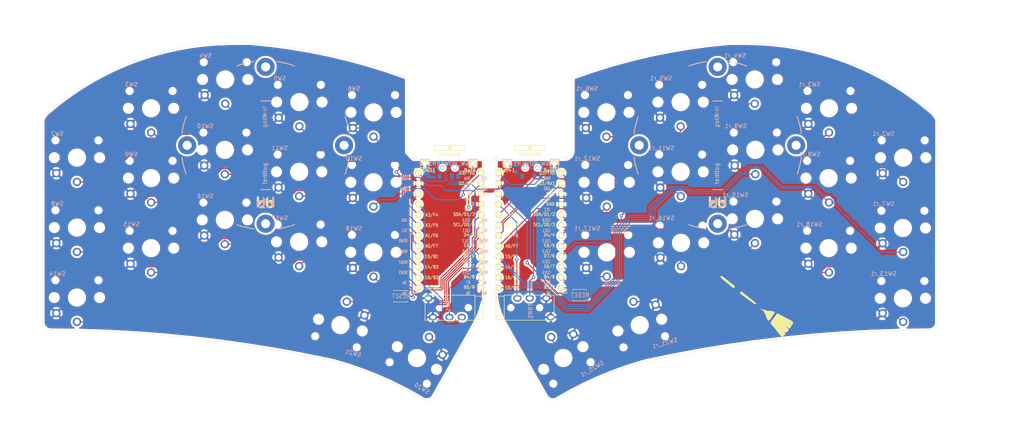
<source format=kicad_pcb>
(kicad_pcb (version 20171130) (host pcbnew 5.1.9)
  (layers (0 F.Cu signal) (31 B.Cu signal) (34 B.Paste user) (35 F.Paste user) (36 B.SilkS user) (37 F.SilkS user) (38 B.Mask user) (39 F.Mask user) (44 Edge.Cuts user))
  (net 0 "")
  (net 1 BT+)
  (net 2 gnd)
  (net 3 vcc)
  (net 4 Switch18)
  (net 5 reset)
  (net 6 Switch1)
  (net 7 Switch2)
  (net 8 Switch3)
  (net 9 Switch4)
  (net 10 Switch5)
  (net 11 Switch6)
  (net 12 Switch7)
  (net 13 Switch8)
  (net 14 Switch9)
  (net 15 Switch10)
  (net 16 Switch11)
  (net 17 Switch12)
  (net 18 Switch13)
  (net 19 Switch14)
  (net 20 Switch15)
  (net 21 Switch16)
  (net 22 Switch17)
  (net 23 "Net-(SW_POWER1-Pad1)")
  (net 24 raw)
  (net 25 BT+_r)
  (net 26 Switch18_r)
  (net 27 reset_r)
  (net 28 Switch9_r)
  (net 29 Switch10_r)
  (net 30 Switch11_r)
  (net 31 Switch12_r)
  (net 32 Switch13_r)
  (net 33 Switch14_r)
  (net 34 Switch15_r)
  (net 35 Switch16_r)
  (net 36 Switch17_r)
  (net 37 Switch1_r)
  (net 38 Switch2_r)
  (net 39 Switch3_r)
  (net 40 Switch4_r)
  (net 41 Switch5_r)
  (net 42 Switch6_r)
  (net 43 Switch7_r)
  (net 44 Switch8_r)
  (net 45 "Net-(SW_POWERR1-Pad1)")
  (module kbd:SW_SPST_B3U-1000P (layer F.Cu) (at 144.018 74.422)
    (fp_text reference RSW2 hide)
    (fp_text value SW_Push)
    (fp_text user RESET (at 0.127 0) (layer B.SilkS) (effects (justify mirror)))
    (pad 1 smd rect (at -1.7 0) (size 0.9 1.7) (layers F.Cu F.Paste F.Mask) (net 2 gnd))
    (pad 2 smd rect (at 1.7 0) (size 0.9 1.7) (layers F.Cu F.Paste F.Mask) (net 27 reset_r))
  )
  (module kbd:SW_SPST_B3U-1000P (layer F.Cu) (at 100.584 74.676)
    (fp_text reference RSW1 hide)
    (fp_text value SW_Push)
    (fp_text user RESET (at 0.127 0) (layer B.SilkS) (effects (justify mirror)))
    (pad 1 smd rect (at -1.7 0) (size 0.9 1.7) (layers F.Cu F.Paste F.Mask) (net 2 gnd))
    (pad 2 smd rect (at 1.7 0) (size 0.9 1.7) (layers F.Cu F.Paste F.Mask) (net 5 reset))
  )
  (module Kailh:TRRS-PJ-320A (layer F.Cu) (at 125.73 77.47 90)
    (fp_text reference J1)
    (fp_text value AudioJack4dpb hide)
    (fp_text user TRRS (at -0.8255 6.4135 90) (layer B.SilkS) (effects (justify mirror)))
    (pad R1 thru_hole oval (at 2.3 6.2 90) (size 1.6 2) (drill oval 0.9 1.3) (layers *.Cu *.Mask) (net 26 Switch18_r))
    (pad "" np_thru_hole circle (at 0 1.6 90) (size 0.8 0.8) (drill 0.8) (layers *.Cu *.Mask))
    (pad "" np_thru_hole circle (at 0 8.6 90) (size 0.8 0.8) (drill 0.8) (layers *.Cu *.Mask))
    (pad R2 thru_hole oval (at 2.3 3.2 90) (size 1.6 2) (drill oval 0.9 1.3) (layers *.Cu *.Mask) (net 3 vcc))
    (pad T thru_hole oval (at 2.3 10.2 90) (size 1.6 2) (drill oval 0.9 1.3) (layers *.Cu *.Mask) (net 2 gnd))
    (pad S thru_hole oval (at -2.3 11.3 90) (size 1.6 2) (drill oval 0.9 1.3) (layers *.Cu *.Mask) (net 2 gnd))
  )
  (module kbd:Tenting_Puck2 (layer F.Cu) (at 177.546 38)
    (fp_text reference REF**)
    (fp_text value "Tenting Puck")
    (fp_text user puck (at -0.1905 6.0325 90 unlocked) (layer B.SilkS) (effects (font (thickness 0.1)) (justify mirror)))
    (fp_text user tenting (at -0.254 -6.9215 90) (layer B.SilkS) (effects (font (thickness 0.1)) (justify mirror)))
    (fp_text user puck (at -0.254 -6.0325 90) (layer F.SilkS) (effects (font (thickness 0.1))))
    (fp_text user tenting (at -0.1905 6.858 90) (layer F.SilkS) (effects (font (thickness 0.1))))
    (pad 1 thru_hole circle (at -19.05 0) (size 4.4 4.4) (drill 2.2) (layers *.Cu *.Mask))
    (pad 1 thru_hole circle (at 0 19.05) (size 4.4 4.4) (drill 2.2) (layers *.Cu *.Mask))
    (pad 1 thru_hole circle (at 19.05 0) (size 4.4 4.4) (drill 2.2) (layers *.Cu *.Mask))
    (pad 1 thru_hole circle (at 0 -19.05) (size 4.4 4.4) (drill 2.2) (layers *.Cu *.Mask))
  )
  (module kbd:Tenting_Puck2 (layer F.Cu) (at 67.8 38)
    (fp_text reference REF**)
    (fp_text value "Tenting Puck")
    (fp_text user tenting (at -0.1905 6.858 90) (layer F.SilkS) (effects (font (thickness 0.1))))
    (fp_text user puck (at -0.254 -6.0325 90) (layer F.SilkS) (effects (font (thickness 0.1))))
    (fp_text user tenting (at -0.254 -6.9215 90) (layer B.SilkS) (effects (font (thickness 0.1)) (justify mirror)))
    (fp_text user puck (at -0.1905 6.0325 90 unlocked) (layer B.SilkS) (effects (font (thickness 0.1)) (justify mirror)))
    (pad 1 thru_hole circle (at 0 -19.05) (size 4.4 4.4) (drill 2.2) (layers *.Cu *.Mask))
    (pad 1 thru_hole circle (at 19.05 0) (size 4.4 4.4) (drill 2.2) (layers *.Cu *.Mask))
    (pad 1 thru_hole circle (at 0 19.05) (size 4.4 4.4) (drill 2.2) (layers *.Cu *.Mask))
    (pad 1 thru_hole circle (at -19.05 0) (size 4.4 4.4) (drill 2.2) (layers *.Cu *.Mask))
  )
  (module Kailh:TRRS-PJ-320A (layer F.Cu) (at 118.618 77.47 270)
    (fp_text reference J2)
    (fp_text value AudioJack4dpb hide)
    (fp_text user TRRS (at -0.8255 6.4135 90) (layer B.SilkS) (effects (justify mirror)))
    (pad R1 thru_hole oval (at 2.3 6.2 270) (size 1.6 2) (drill oval 0.9 1.3) (layers *.Cu *.Mask) (net 4 Switch18))
    (pad "" np_thru_hole circle (at 0 1.6 270) (size 0.8 0.8) (drill 0.8) (layers *.Cu *.Mask))
    (pad "" np_thru_hole circle (at 0 8.6 270) (size 0.8 0.8) (drill 0.8) (layers *.Cu *.Mask))
    (pad R2 thru_hole oval (at 2.3 3.2 270) (size 1.6 2) (drill oval 0.9 1.3) (layers *.Cu *.Mask) (net 3 vcc))
    (pad T thru_hole oval (at 2.3 10.2 270) (size 1.6 2) (drill oval 0.9 1.3) (layers *.Cu *.Mask) (net 2 gnd))
    (pad S thru_hole oval (at -2.3 11.3 270) (size 1.6 2) (drill oval 0.9 1.3) (layers *.Cu *.Mask) (net 2 gnd))
  )
  (module Kailh:SW_PG1350_nonrev_DPB (layer F.Cu) (at 158.632 81.7 195)
    (fp_text reference SW21_r1 hide)
    (fp_text value SW_Push hide)
    (fp_text user %R (at -4.759999 -5.8 15) (layer B.SilkS) (effects (justify mirror)))
    (pad "" np_thru_hole circle (at -5.22 -4.2 195) (size 0.9906 0.9906) (drill 0.9906) (layers *.Cu *.Mask))
    (pad "" np_thru_hole circle (at 0 0 195) (size 3.429 3.429) (drill 3.429) (layers *.Cu *.Mask))
    (pad 2 thru_hole circle (at -5 3.8 195) (size 2.032 2.032) (drill 1.27) (layers *.Cu *.Mask) (net 2 gnd))
    (pad 1 thru_hole circle (at 0 5.9 195) (size 2.032 2.032) (drill 1.27) (layers *.Cu *.Mask) (net 36 Switch17_r))
    (pad "" np_thru_hole circle (at 5.22 -4.2 195) (size 0.9906 0.9906) (drill 0.9906) (layers *.Cu *.Mask))
    (pad "" np_thru_hole circle (at 5.5 0 195) (size 1.7018 1.7018) (drill 1.7018) (layers *.Cu *.Mask))
    (pad "" np_thru_hole circle (at -5.5 0 195) (size 1.7018 1.7018) (drill 1.7018) (layers *.Cu *.Mask))
  )
  (module Kailh:SW_PG1350_nonrev_DPB (layer F.Cu) (at 140.072 89.7 210)
    (fp_text reference SW20_r1 hide)
    (fp_text value SW_Push hide)
    (fp_text user %R (at -4.76 -5.8 30) (layer B.SilkS) (effects (justify mirror)))
    (pad "" np_thru_hole circle (at -5.22 -4.2 210) (size 0.9906 0.9906) (drill 0.9906) (layers *.Cu *.Mask))
    (pad "" np_thru_hole circle (at 0 0 210) (size 3.429 3.429) (drill 3.429) (layers *.Cu *.Mask))
    (pad 2 thru_hole circle (at -5 3.8 210) (size 2.032 2.032) (drill 1.27) (layers *.Cu *.Mask) (net 2 gnd))
    (pad 1 thru_hole circle (at 0 5.9 210) (size 2.032 2.032) (drill 1.27) (layers *.Cu *.Mask) (net 35 Switch16_r))
    (pad "" np_thru_hole circle (at 5.22 -4.2 210) (size 0.9906 0.9906) (drill 0.9906) (layers *.Cu *.Mask))
    (pad "" np_thru_hole circle (at 5.5 0 210) (size 1.7018 1.7018) (drill 1.7018) (layers *.Cu *.Mask))
    (pad "" np_thru_hole circle (at -5.5 0 210) (size 1.7018 1.7018) (drill 1.7018) (layers *.Cu *.Mask))
  )
  (module Kailh:SW_PG1350_nonrev_DPB (layer F.Cu) (at 186.69 39.116)
    (fp_text reference SW9_r1 hide)
    (fp_text value SW_Push hide)
    (fp_text user %R (at -4.76 -5.8) (layer B.SilkS) (effects (justify mirror)))
    (pad "" np_thru_hole circle (at -5.22 -4.2) (size 0.9906 0.9906) (drill 0.9906) (layers *.Cu *.Mask))
    (pad "" np_thru_hole circle (at 0 0) (size 3.429 3.429) (drill 3.429) (layers *.Cu *.Mask))
    (pad 2 thru_hole circle (at -5 3.8) (size 2.032 2.032) (drill 1.27) (layers *.Cu *.Mask) (net 2 gnd))
    (pad 1 thru_hole circle (at 0 5.9) (size 2.032 2.032) (drill 1.27) (layers *.Cu *.Mask) (net 44 Switch8_r))
    (pad "" np_thru_hole circle (at 5.22 -4.2) (size 0.9906 0.9906) (drill 0.9906) (layers *.Cu *.Mask))
    (pad "" np_thru_hole circle (at 5.5 0) (size 1.7018 1.7018) (drill 1.7018) (layers *.Cu *.Mask))
    (pad "" np_thru_hole circle (at -5.5 0) (size 1.7018 1.7018) (drill 1.7018) (layers *.Cu *.Mask))
  )
  (module Kailh:SW_PG1350_nonrev_DPB (layer F.Cu) (at 204.568 45.974)
    (fp_text reference SW8_r1 hide)
    (fp_text value SW_Push hide)
    (fp_text user %R (at -4.76 -5.8) (layer B.SilkS) (effects (justify mirror)))
    (pad "" np_thru_hole circle (at -5.22 -4.2) (size 0.9906 0.9906) (drill 0.9906) (layers *.Cu *.Mask))
    (pad "" np_thru_hole circle (at 0 0) (size 3.429 3.429) (drill 3.429) (layers *.Cu *.Mask))
    (pad 2 thru_hole circle (at -5 3.8) (size 2.032 2.032) (drill 1.27) (layers *.Cu *.Mask) (net 2 gnd))
    (pad 1 thru_hole circle (at 0 5.9) (size 2.032 2.032) (drill 1.27) (layers *.Cu *.Mask) (net 43 Switch7_r))
    (pad "" np_thru_hole circle (at 5.22 -4.2) (size 0.9906 0.9906) (drill 0.9906) (layers *.Cu *.Mask))
    (pad "" np_thru_hole circle (at 5.5 0) (size 1.7018 1.7018) (drill 1.7018) (layers *.Cu *.Mask))
    (pad "" np_thru_hole circle (at -5.5 0) (size 1.7018 1.7018) (drill 1.7018) (layers *.Cu *.Mask))
  )
  (module Kailh:SW_PG1350_nonrev_DPB (layer F.Cu) (at 222.586 58.008)
    (fp_text reference SW7_r1 hide)
    (fp_text value SW_Push hide)
    (fp_text user %R (at -4.76 -5.8) (layer B.SilkS) (effects (justify mirror)))
    (pad "" np_thru_hole circle (at -5.22 -4.2) (size 0.9906 0.9906) (drill 0.9906) (layers *.Cu *.Mask))
    (pad "" np_thru_hole circle (at 0 0) (size 3.429 3.429) (drill 3.429) (layers *.Cu *.Mask))
    (pad 2 thru_hole circle (at -5 3.8) (size 2.032 2.032) (drill 1.27) (layers *.Cu *.Mask) (net 2 gnd))
    (pad 1 thru_hole circle (at 0 5.9) (size 2.032 2.032) (drill 1.27) (layers *.Cu *.Mask) (net 42 Switch6_r))
    (pad "" np_thru_hole circle (at 5.22 -4.2) (size 0.9906 0.9906) (drill 0.9906) (layers *.Cu *.Mask))
    (pad "" np_thru_hole circle (at 5.5 0) (size 1.7018 1.7018) (drill 1.7018) (layers *.Cu *.Mask))
    (pad "" np_thru_hole circle (at -5.5 0) (size 1.7018 1.7018) (drill 1.7018) (layers *.Cu *.Mask))
  )
  (module Kailh:SW_PG1350_nonrev_DPB (layer F.Cu) (at 150.54 30)
    (fp_text reference SW6_r1 hide)
    (fp_text value SW_Push hide)
    (fp_text user %R (at -4.76 -5.8) (layer B.SilkS) (effects (justify mirror)))
    (pad "" np_thru_hole circle (at -5.22 -4.2) (size 0.9906 0.9906) (drill 0.9906) (layers *.Cu *.Mask))
    (pad "" np_thru_hole circle (at 0 0) (size 3.429 3.429) (drill 3.429) (layers *.Cu *.Mask))
    (pad 2 thru_hole circle (at -5 3.8) (size 2.032 2.032) (drill 1.27) (layers *.Cu *.Mask) (net 2 gnd))
    (pad 1 thru_hole circle (at 0 5.9) (size 2.032 2.032) (drill 1.27) (layers *.Cu *.Mask) (net 41 Switch5_r))
    (pad "" np_thru_hole circle (at 5.22 -4.2) (size 0.9906 0.9906) (drill 0.9906) (layers *.Cu *.Mask))
    (pad "" np_thru_hole circle (at 5.5 0) (size 1.7018 1.7018) (drill 1.7018) (layers *.Cu *.Mask))
    (pad "" np_thru_hole circle (at -5.5 0) (size 1.7018 1.7018) (drill 1.7018) (layers *.Cu *.Mask))
  )
  (module Kailh:SW_PG1350_nonrev_DPB (layer F.Cu) (at 168.554 27.5)
    (fp_text reference SW5_r1 hide)
    (fp_text value SW_Push hide)
    (fp_text user %R (at -4.76 -5.8) (layer B.SilkS) (effects (justify mirror)))
    (pad "" np_thru_hole circle (at -5.22 -4.2) (size 0.9906 0.9906) (drill 0.9906) (layers *.Cu *.Mask))
    (pad "" np_thru_hole circle (at 0 0) (size 3.429 3.429) (drill 3.429) (layers *.Cu *.Mask))
    (pad 2 thru_hole circle (at -5 3.8) (size 2.032 2.032) (drill 1.27) (layers *.Cu *.Mask) (net 2 gnd))
    (pad 1 thru_hole circle (at 0 5.9) (size 2.032 2.032) (drill 1.27) (layers *.Cu *.Mask) (net 40 Switch4_r))
    (pad "" np_thru_hole circle (at 5.22 -4.2) (size 0.9906 0.9906) (drill 0.9906) (layers *.Cu *.Mask))
    (pad "" np_thru_hole circle (at 5.5 0) (size 1.7018 1.7018) (drill 1.7018) (layers *.Cu *.Mask))
    (pad "" np_thru_hole circle (at -5.5 0) (size 1.7018 1.7018) (drill 1.7018) (layers *.Cu *.Mask))
  )
  (module Kailh:SW_PG1350_nonrev_DPB (layer F.Cu) (at 186.542 22)
    (fp_text reference SW4_r1 hide)
    (fp_text value SW_Push hide)
    (fp_text user %R (at -4.76 -5.8) (layer B.SilkS) (effects (justify mirror)))
    (pad "" np_thru_hole circle (at -5.22 -4.2) (size 0.9906 0.9906) (drill 0.9906) (layers *.Cu *.Mask))
    (pad "" np_thru_hole circle (at 0 0) (size 3.429 3.429) (drill 3.429) (layers *.Cu *.Mask))
    (pad 2 thru_hole circle (at -5 3.8) (size 2.032 2.032) (drill 1.27) (layers *.Cu *.Mask) (net 2 gnd))
    (pad 1 thru_hole circle (at 0 5.9) (size 2.032 2.032) (drill 1.27) (layers *.Cu *.Mask) (net 39 Switch3_r))
    (pad "" np_thru_hole circle (at 5.22 -4.2) (size 0.9906 0.9906) (drill 0.9906) (layers *.Cu *.Mask))
    (pad "" np_thru_hole circle (at 5.5 0) (size 1.7018 1.7018) (drill 1.7018) (layers *.Cu *.Mask))
    (pad "" np_thru_hole circle (at -5.5 0) (size 1.7018 1.7018) (drill 1.7018) (layers *.Cu *.Mask))
  )
  (module Kailh:SW_PG1350_nonrev_DPB (layer F.Cu) (at 204.568 29)
    (fp_text reference SW3_r1 hide)
    (fp_text value SW_Push hide)
    (fp_text user %R (at -4.76 -5.8) (layer B.SilkS) (effects (justify mirror)))
    (pad "" np_thru_hole circle (at -5.22 -4.2) (size 0.9906 0.9906) (drill 0.9906) (layers *.Cu *.Mask))
    (pad "" np_thru_hole circle (at 0 0) (size 3.429 3.429) (drill 3.429) (layers *.Cu *.Mask))
    (pad 2 thru_hole circle (at -5 3.8) (size 2.032 2.032) (drill 1.27) (layers *.Cu *.Mask) (net 2 gnd))
    (pad 1 thru_hole circle (at 0 5.9) (size 2.032 2.032) (drill 1.27) (layers *.Cu *.Mask) (net 38 Switch2_r))
    (pad "" np_thru_hole circle (at 5.22 -4.2) (size 0.9906 0.9906) (drill 0.9906) (layers *.Cu *.Mask))
    (pad "" np_thru_hole circle (at 5.5 0) (size 1.7018 1.7018) (drill 1.7018) (layers *.Cu *.Mask))
    (pad "" np_thru_hole circle (at -5.5 0) (size 1.7018 1.7018) (drill 1.7018) (layers *.Cu *.Mask))
  )
  (module Kailh:SW_PG1350_nonrev_DPB (layer F.Cu) (at 222.586 41)
    (fp_text reference SW2_r1 hide)
    (fp_text value SW_Push hide)
    (fp_text user %R (at -4.76 -5.8) (layer B.SilkS) (effects (justify mirror)))
    (pad "" np_thru_hole circle (at -5.22 -4.2) (size 0.9906 0.9906) (drill 0.9906) (layers *.Cu *.Mask))
    (pad "" np_thru_hole circle (at 0 0) (size 3.429 3.429) (drill 3.429) (layers *.Cu *.Mask))
    (pad 2 thru_hole circle (at -5 3.8) (size 2.032 2.032) (drill 1.27) (layers *.Cu *.Mask) (net 2 gnd))
    (pad 1 thru_hole circle (at 0 5.9) (size 2.032 2.032) (drill 1.27) (layers *.Cu *.Mask) (net 37 Switch1_r))
    (pad "" np_thru_hole circle (at 5.22 -4.2) (size 0.9906 0.9906) (drill 0.9906) (layers *.Cu *.Mask))
    (pad "" np_thru_hole circle (at 5.5 0) (size 1.7018 1.7018) (drill 1.7018) (layers *.Cu *.Mask))
    (pad "" np_thru_hole circle (at -5.5 0) (size 1.7018 1.7018) (drill 1.7018) (layers *.Cu *.Mask))
  )
  (module Kailh:SW_PG1350_nonrev_DPB (layer F.Cu) (at 204.568 62.992)
    (fp_text reference SW18_r1 hide)
    (fp_text value SW_Push hide)
    (fp_text user %R (at -4.76 -5.8) (layer B.SilkS) (effects (justify mirror)))
    (pad "" np_thru_hole circle (at -5.22 -4.2) (size 0.9906 0.9906) (drill 0.9906) (layers *.Cu *.Mask))
    (pad "" np_thru_hole circle (at 0 0) (size 3.429 3.429) (drill 3.429) (layers *.Cu *.Mask))
    (pad 2 thru_hole circle (at -5 3.8) (size 2.032 2.032) (drill 1.27) (layers *.Cu *.Mask) (net 2 gnd))
    (pad 1 thru_hole circle (at 0 5.9) (size 2.032 2.032) (drill 1.27) (layers *.Cu *.Mask) (net 31 Switch12_r))
    (pad "" np_thru_hole circle (at 5.22 -4.2) (size 0.9906 0.9906) (drill 0.9906) (layers *.Cu *.Mask))
    (pad "" np_thru_hole circle (at 5.5 0) (size 1.7018 1.7018) (drill 1.7018) (layers *.Cu *.Mask))
    (pad "" np_thru_hole circle (at -5.5 0) (size 1.7018 1.7018) (drill 1.7018) (layers *.Cu *.Mask))
  )
  (module Kailh:SW_PG1350_nonrev_DPB (layer F.Cu) (at 150.622 64.008)
    (fp_text reference SW17_r1 hide)
    (fp_text value SW_Push hide)
    (fp_text user %R (at -4.76 -5.8) (layer B.SilkS) (effects (justify mirror)))
    (pad "" np_thru_hole circle (at -5.22 -4.2) (size 0.9906 0.9906) (drill 0.9906) (layers *.Cu *.Mask))
    (pad "" np_thru_hole circle (at 0 0) (size 3.429 3.429) (drill 3.429) (layers *.Cu *.Mask))
    (pad 2 thru_hole circle (at -5 3.8) (size 2.032 2.032) (drill 1.27) (layers *.Cu *.Mask) (net 2 gnd))
    (pad 1 thru_hole circle (at 0 5.9) (size 2.032 2.032) (drill 1.27) (layers *.Cu *.Mask) (net 34 Switch15_r))
    (pad "" np_thru_hole circle (at 5.22 -4.2) (size 0.9906 0.9906) (drill 0.9906) (layers *.Cu *.Mask))
    (pad "" np_thru_hole circle (at 5.5 0) (size 1.7018 1.7018) (drill 1.7018) (layers *.Cu *.Mask))
    (pad "" np_thru_hole circle (at -5.5 0) (size 1.7018 1.7018) (drill 1.7018) (layers *.Cu *.Mask))
  )
  (module Kailh:SW_PG1350_nonrev_DPB (layer F.Cu) (at 168.656 61.468)
    (fp_text reference SW16_r1 hide)
    (fp_text value SW_Push hide)
    (fp_text user %R (at -4.76 -5.8) (layer B.SilkS) (effects (justify mirror)))
    (pad "" np_thru_hole circle (at -5.22 -4.2) (size 0.9906 0.9906) (drill 0.9906) (layers *.Cu *.Mask))
    (pad "" np_thru_hole circle (at 0 0) (size 3.429 3.429) (drill 3.429) (layers *.Cu *.Mask))
    (pad 2 thru_hole circle (at -5 3.8) (size 2.032 2.032) (drill 1.27) (layers *.Cu *.Mask) (net 2 gnd))
    (pad 1 thru_hole circle (at 0 5.9) (size 2.032 2.032) (drill 1.27) (layers *.Cu *.Mask) (net 33 Switch14_r))
    (pad "" np_thru_hole circle (at 5.22 -4.2) (size 0.9906 0.9906) (drill 0.9906) (layers *.Cu *.Mask))
    (pad "" np_thru_hole circle (at 5.5 0) (size 1.7018 1.7018) (drill 1.7018) (layers *.Cu *.Mask))
    (pad "" np_thru_hole circle (at -5.5 0) (size 1.7018 1.7018) (drill 1.7018) (layers *.Cu *.Mask))
  )
  (module Kailh:SW_PG1350_nonrev_DPB (layer F.Cu) (at 186.59 55.88)
    (fp_text reference SW15_r1 hide)
    (fp_text value SW_Push hide)
    (fp_text user %R (at -4.76 -5.8) (layer B.SilkS) (effects (justify mirror)))
    (pad "" np_thru_hole circle (at -5.22 -4.2) (size 0.9906 0.9906) (drill 0.9906) (layers *.Cu *.Mask))
    (pad "" np_thru_hole circle (at 0 0) (size 3.429 3.429) (drill 3.429) (layers *.Cu *.Mask))
    (pad 2 thru_hole circle (at -5 3.8) (size 2.032 2.032) (drill 1.27) (layers *.Cu *.Mask) (net 2 gnd))
    (pad 1 thru_hole circle (at 0 5.9) (size 2.032 2.032) (drill 1.27) (layers *.Cu *.Mask) (net 32 Switch13_r))
    (pad "" np_thru_hole circle (at 5.22 -4.2) (size 0.9906 0.9906) (drill 0.9906) (layers *.Cu *.Mask))
    (pad "" np_thru_hole circle (at 5.5 0) (size 1.7018 1.7018) (drill 1.7018) (layers *.Cu *.Mask))
    (pad "" np_thru_hole circle (at -5.5 0) (size 1.7018 1.7018) (drill 1.7018) (layers *.Cu *.Mask))
  )
  (module Kailh:SW_PG1350_nonrev_DPB (layer F.Cu) (at 222.586 75.004)
    (fp_text reference SW13_r1 hide)
    (fp_text value SW_Push hide)
    (fp_text user %R (at -4.76 -5.8) (layer B.SilkS) (effects (justify mirror)))
    (pad "" np_thru_hole circle (at -5.22 -4.2) (size 0.9906 0.9906) (drill 0.9906) (layers *.Cu *.Mask))
    (pad "" np_thru_hole circle (at 0 0) (size 3.429 3.429) (drill 3.429) (layers *.Cu *.Mask))
    (pad 2 thru_hole circle (at -5 3.8) (size 2.032 2.032) (drill 1.27) (layers *.Cu *.Mask) (net 2 gnd))
    (pad 1 thru_hole circle (at 0 5.9) (size 2.032 2.032) (drill 1.27) (layers *.Cu *.Mask) (net 30 Switch11_r))
    (pad "" np_thru_hole circle (at 5.22 -4.2) (size 0.9906 0.9906) (drill 0.9906) (layers *.Cu *.Mask))
    (pad "" np_thru_hole circle (at 5.5 0) (size 1.7018 1.7018) (drill 1.7018) (layers *.Cu *.Mask))
    (pad "" np_thru_hole circle (at -5.5 0) (size 1.7018 1.7018) (drill 1.7018) (layers *.Cu *.Mask))
  )
  (module Kailh:SW_PG1350_nonrev_DPB (layer F.Cu) (at 150.622 46.99)
    (fp_text reference SW12_r1 hide)
    (fp_text value SW_Push hide)
    (fp_text user %R (at -4.76 -5.8) (layer B.SilkS) (effects (justify mirror)))
    (pad "" np_thru_hole circle (at -5.22 -4.2) (size 0.9906 0.9906) (drill 0.9906) (layers *.Cu *.Mask))
    (pad "" np_thru_hole circle (at 0 0) (size 3.429 3.429) (drill 3.429) (layers *.Cu *.Mask))
    (pad 2 thru_hole circle (at -5 3.8) (size 2.032 2.032) (drill 1.27) (layers *.Cu *.Mask) (net 2 gnd))
    (pad 1 thru_hole circle (at 0 5.9) (size 2.032 2.032) (drill 1.27) (layers *.Cu *.Mask) (net 29 Switch10_r))
    (pad "" np_thru_hole circle (at 5.22 -4.2) (size 0.9906 0.9906) (drill 0.9906) (layers *.Cu *.Mask))
    (pad "" np_thru_hole circle (at 5.5 0) (size 1.7018 1.7018) (drill 1.7018) (layers *.Cu *.Mask))
    (pad "" np_thru_hole circle (at -5.5 0) (size 1.7018 1.7018) (drill 1.7018) (layers *.Cu *.Mask))
  )
  (module Kailh:SW_PG1350_nonrev_DPB (layer F.Cu) (at 168.614 44.49)
    (fp_text reference SW11_r1 hide)
    (fp_text value SW_Push hide)
    (fp_text user %R (at -4.76 -5.8) (layer B.SilkS) (effects (justify mirror)))
    (pad "" np_thru_hole circle (at -5.22 -4.2) (size 0.9906 0.9906) (drill 0.9906) (layers *.Cu *.Mask))
    (pad "" np_thru_hole circle (at 0 0) (size 3.429 3.429) (drill 3.429) (layers *.Cu *.Mask))
    (pad 2 thru_hole circle (at -5 3.8) (size 2.032 2.032) (drill 1.27) (layers *.Cu *.Mask) (net 2 gnd))
    (pad 1 thru_hole circle (at 0 5.9) (size 2.032 2.032) (drill 1.27) (layers *.Cu *.Mask) (net 28 Switch9_r))
    (pad "" np_thru_hole circle (at 5.22 -4.2) (size 0.9906 0.9906) (drill 0.9906) (layers *.Cu *.Mask))
    (pad "" np_thru_hole circle (at 5.5 0) (size 1.7018 1.7018) (drill 1.7018) (layers *.Cu *.Mask))
    (pad "" np_thru_hole circle (at -5.5 0) (size 1.7018 1.7018) (drill 1.7018) (layers *.Cu *.Mask))
  )
  (module Kailh:SW_PG1350_nonrev_DPB (layer F.Cu) (at 85.97 81.7 165)
    (fp_text reference SW21 hide)
    (fp_text value SW_Push hide)
    (fp_text user %R (at -4.759999 -5.8 165) (layer B.SilkS) (effects (justify mirror)))
    (pad "" np_thru_hole circle (at -5.22 -4.2 165) (size 0.9906 0.9906) (drill 0.9906) (layers *.Cu *.Mask))
    (pad "" np_thru_hole circle (at 0 0 165) (size 3.429 3.429) (drill 3.429) (layers *.Cu *.Mask))
    (pad 2 thru_hole circle (at -5 3.8 165) (size 2.032 2.032) (drill 1.27) (layers *.Cu *.Mask) (net 2 gnd))
    (pad 1 thru_hole circle (at 0 5.9 165) (size 2.032 2.032) (drill 1.27) (layers *.Cu *.Mask) (net 22 Switch17))
    (pad "" np_thru_hole circle (at 5.22 -4.2 165) (size 0.9906 0.9906) (drill 0.9906) (layers *.Cu *.Mask))
    (pad "" np_thru_hole circle (at 5.5 0 165) (size 1.7018 1.7018) (drill 1.7018) (layers *.Cu *.Mask))
    (pad "" np_thru_hole circle (at -5.5 0 165) (size 1.7018 1.7018) (drill 1.7018) (layers *.Cu *.Mask))
  )
  (module Kailh:SW_PG1350_nonrev_DPB (layer F.Cu) (at 104.53 89.7 150)
    (fp_text reference SW20 hide)
    (fp_text value SW_Push hide)
    (fp_text user %R (at -4.76 -5.8 150) (layer B.SilkS) (effects (justify mirror)))
    (pad "" np_thru_hole circle (at -5.22 -4.2 150) (size 0.9906 0.9906) (drill 0.9906) (layers *.Cu *.Mask))
    (pad "" np_thru_hole circle (at 0 0 150) (size 3.429 3.429) (drill 3.429) (layers *.Cu *.Mask))
    (pad 2 thru_hole circle (at -5 3.8 150) (size 2.032 2.032) (drill 1.27) (layers *.Cu *.Mask) (net 2 gnd))
    (pad 1 thru_hole circle (at 0 5.9 150) (size 2.032 2.032) (drill 1.27) (layers *.Cu *.Mask) (net 21 Switch16))
    (pad "" np_thru_hole circle (at 5.22 -4.2 150) (size 0.9906 0.9906) (drill 0.9906) (layers *.Cu *.Mask))
    (pad "" np_thru_hole circle (at 5.5 0 150) (size 1.7018 1.7018) (drill 1.7018) (layers *.Cu *.Mask))
    (pad "" np_thru_hole circle (at -5.5 0 150) (size 1.7018 1.7018) (drill 1.7018) (layers *.Cu *.Mask))
  )
  (module Kailh:SW_PG1350_nonrev_DPB (layer F.Cu) (at 93.98 64.008)
    (fp_text reference SW18 hide)
    (fp_text value SW_Push hide)
    (fp_text user %R (at -4.76 -5.8) (layer B.SilkS) (effects (justify mirror)))
    (pad "" np_thru_hole circle (at -5.22 -4.2) (size 0.9906 0.9906) (drill 0.9906) (layers *.Cu *.Mask))
    (pad "" np_thru_hole circle (at 0 0) (size 3.429 3.429) (drill 3.429) (layers *.Cu *.Mask))
    (pad 2 thru_hole circle (at -5 3.8) (size 2.032 2.032) (drill 1.27) (layers *.Cu *.Mask) (net 2 gnd))
    (pad 1 thru_hole circle (at 0 5.9) (size 2.032 2.032) (drill 1.27) (layers *.Cu *.Mask) (net 20 Switch15))
    (pad "" np_thru_hole circle (at 5.22 -4.2) (size 0.9906 0.9906) (drill 0.9906) (layers *.Cu *.Mask))
    (pad "" np_thru_hole circle (at 5.5 0) (size 1.7018 1.7018) (drill 1.7018) (layers *.Cu *.Mask))
    (pad "" np_thru_hole circle (at -5.5 0) (size 1.7018 1.7018) (drill 1.7018) (layers *.Cu *.Mask))
  )
  (module Kailh:SW_PG1350_nonrev_DPB (layer F.Cu) (at 75.946 61.468)
    (fp_text reference SW17 hide)
    (fp_text value SW_Push hide)
    (fp_text user %R (at -4.76 -5.8) (layer B.SilkS) (effects (justify mirror)))
    (pad "" np_thru_hole circle (at -5.22 -4.2) (size 0.9906 0.9906) (drill 0.9906) (layers *.Cu *.Mask))
    (pad "" np_thru_hole circle (at 0 0) (size 3.429 3.429) (drill 3.429) (layers *.Cu *.Mask))
    (pad 2 thru_hole circle (at -5 3.8) (size 2.032 2.032) (drill 1.27) (layers *.Cu *.Mask) (net 2 gnd))
    (pad 1 thru_hole circle (at 0 5.9) (size 2.032 2.032) (drill 1.27) (layers *.Cu *.Mask) (net 19 Switch14))
    (pad "" np_thru_hole circle (at 5.22 -4.2) (size 0.9906 0.9906) (drill 0.9906) (layers *.Cu *.Mask))
    (pad "" np_thru_hole circle (at 5.5 0) (size 1.7018 1.7018) (drill 1.7018) (layers *.Cu *.Mask))
    (pad "" np_thru_hole circle (at -5.5 0) (size 1.7018 1.7018) (drill 1.7018) (layers *.Cu *.Mask))
  )
  (module Kailh:SW_PG1350_nonrev_DPB (layer F.Cu) (at 57.912 56.134)
    (fp_text reference SW16 hide)
    (fp_text value SW_Push hide)
    (fp_text user %R (at -4.76 -5.8) (layer B.SilkS) (effects (justify mirror)))
    (pad "" np_thru_hole circle (at -5.22 -4.2) (size 0.9906 0.9906) (drill 0.9906) (layers *.Cu *.Mask))
    (pad "" np_thru_hole circle (at 0 0) (size 3.429 3.429) (drill 3.429) (layers *.Cu *.Mask))
    (pad 2 thru_hole circle (at -5 3.8) (size 2.032 2.032) (drill 1.27) (layers *.Cu *.Mask) (net 2 gnd))
    (pad 1 thru_hole circle (at 0 5.9) (size 2.032 2.032) (drill 1.27) (layers *.Cu *.Mask) (net 18 Switch13))
    (pad "" np_thru_hole circle (at 5.22 -4.2) (size 0.9906 0.9906) (drill 0.9906) (layers *.Cu *.Mask))
    (pad "" np_thru_hole circle (at 5.5 0) (size 1.7018 1.7018) (drill 1.7018) (layers *.Cu *.Mask))
    (pad "" np_thru_hole circle (at -5.5 0) (size 1.7018 1.7018) (drill 1.7018) (layers *.Cu *.Mask))
  )
  (module Kailh:SW_PG1350_nonrev_DPB (layer F.Cu) (at 40 62.992)
    (fp_text reference SW15 hide)
    (fp_text value SW_Push hide)
    (fp_text user %R (at -4.76 -5.8) (layer B.SilkS) (effects (justify mirror)))
    (pad "" np_thru_hole circle (at -5.22 -4.2) (size 0.9906 0.9906) (drill 0.9906) (layers *.Cu *.Mask))
    (pad "" np_thru_hole circle (at 0 0) (size 3.429 3.429) (drill 3.429) (layers *.Cu *.Mask))
    (pad 2 thru_hole circle (at -5 3.8) (size 2.032 2.032) (drill 1.27) (layers *.Cu *.Mask) (net 2 gnd))
    (pad 1 thru_hole circle (at 0 5.9) (size 2.032 2.032) (drill 1.27) (layers *.Cu *.Mask) (net 17 Switch12))
    (pad "" np_thru_hole circle (at 5.22 -4.2) (size 0.9906 0.9906) (drill 0.9906) (layers *.Cu *.Mask))
    (pad "" np_thru_hole circle (at 5.5 0) (size 1.7018 1.7018) (drill 1.7018) (layers *.Cu *.Mask))
    (pad "" np_thru_hole circle (at -5.5 0) (size 1.7018 1.7018) (drill 1.7018) (layers *.Cu *.Mask))
  )
  (module Kailh:SW_PG1350_nonrev_DPB (layer F.Cu) (at 22 75)
    (fp_text reference SW14 hide)
    (fp_text value SW_Push hide)
    (fp_text user %R (at -4.76 -5.8) (layer B.SilkS) (effects (justify mirror)))
    (pad "" np_thru_hole circle (at -5.22 -4.2) (size 0.9906 0.9906) (drill 0.9906) (layers *.Cu *.Mask))
    (pad "" np_thru_hole circle (at 0 0) (size 3.429 3.429) (drill 3.429) (layers *.Cu *.Mask))
    (pad 2 thru_hole circle (at -5 3.8) (size 2.032 2.032) (drill 1.27) (layers *.Cu *.Mask) (net 2 gnd))
    (pad 1 thru_hole circle (at 0 5.9) (size 2.032 2.032) (drill 1.27) (layers *.Cu *.Mask) (net 16 Switch11))
    (pad "" np_thru_hole circle (at 5.22 -4.2) (size 0.9906 0.9906) (drill 0.9906) (layers *.Cu *.Mask))
    (pad "" np_thru_hole circle (at 5.5 0) (size 1.7018 1.7018) (drill 1.7018) (layers *.Cu *.Mask))
    (pad "" np_thru_hole circle (at -5.5 0) (size 1.7018 1.7018) (drill 1.7018) (layers *.Cu *.Mask))
  )
  (module Kailh:SW_PG1350_nonrev_DPB (layer F.Cu) (at 93.98 46.99)
    (fp_text reference SW12 hide)
    (fp_text value SW_Push hide)
    (fp_text user %R (at -4.76 -5.8) (layer B.SilkS) (effects (justify mirror)))
    (pad "" np_thru_hole circle (at -5.22 -4.2) (size 0.9906 0.9906) (drill 0.9906) (layers *.Cu *.Mask))
    (pad "" np_thru_hole circle (at 0 0) (size 3.429 3.429) (drill 3.429) (layers *.Cu *.Mask))
    (pad 2 thru_hole circle (at -5 3.8) (size 2.032 2.032) (drill 1.27) (layers *.Cu *.Mask) (net 2 gnd))
    (pad 1 thru_hole circle (at 0 5.9) (size 2.032 2.032) (drill 1.27) (layers *.Cu *.Mask) (net 15 Switch10))
    (pad "" np_thru_hole circle (at 5.22 -4.2) (size 0.9906 0.9906) (drill 0.9906) (layers *.Cu *.Mask))
    (pad "" np_thru_hole circle (at 5.5 0) (size 1.7018 1.7018) (drill 1.7018) (layers *.Cu *.Mask))
    (pad "" np_thru_hole circle (at -5.5 0) (size 1.7018 1.7018) (drill 1.7018) (layers *.Cu *.Mask))
  )
  (module Kailh:SW_PG1350_nonrev_DPB (layer F.Cu) (at 75.946 44.45)
    (fp_text reference SW11 hide)
    (fp_text value SW_Push hide)
    (fp_text user %R (at -4.76 -5.8) (layer B.SilkS) (effects (justify mirror)))
    (pad "" np_thru_hole circle (at -5.22 -4.2) (size 0.9906 0.9906) (drill 0.9906) (layers *.Cu *.Mask))
    (pad "" np_thru_hole circle (at 0 0) (size 3.429 3.429) (drill 3.429) (layers *.Cu *.Mask))
    (pad 2 thru_hole circle (at -5 3.8) (size 2.032 2.032) (drill 1.27) (layers *.Cu *.Mask) (net 2 gnd))
    (pad 1 thru_hole circle (at 0 5.9) (size 2.032 2.032) (drill 1.27) (layers *.Cu *.Mask) (net 14 Switch9))
    (pad "" np_thru_hole circle (at 5.22 -4.2) (size 0.9906 0.9906) (drill 0.9906) (layers *.Cu *.Mask))
    (pad "" np_thru_hole circle (at 5.5 0) (size 1.7018 1.7018) (drill 1.7018) (layers *.Cu *.Mask))
    (pad "" np_thru_hole circle (at -5.5 0) (size 1.7018 1.7018) (drill 1.7018) (layers *.Cu *.Mask))
  )
  (module Kailh:SW_PG1350_nonrev_DPB (layer F.Cu) (at 57.912 39.116)
    (fp_text reference SW10 hide)
    (fp_text value SW_Push hide)
    (fp_text user %R (at -4.76 -5.8) (layer B.SilkS) (effects (justify mirror)))
    (pad "" np_thru_hole circle (at -5.22 -4.2) (size 0.9906 0.9906) (drill 0.9906) (layers *.Cu *.Mask))
    (pad "" np_thru_hole circle (at 0 0) (size 3.429 3.429) (drill 3.429) (layers *.Cu *.Mask))
    (pad 2 thru_hole circle (at -5 3.8) (size 2.032 2.032) (drill 1.27) (layers *.Cu *.Mask) (net 2 gnd))
    (pad 1 thru_hole circle (at 0 5.9) (size 2.032 2.032) (drill 1.27) (layers *.Cu *.Mask) (net 13 Switch8))
    (pad "" np_thru_hole circle (at 5.22 -4.2) (size 0.9906 0.9906) (drill 0.9906) (layers *.Cu *.Mask))
    (pad "" np_thru_hole circle (at 5.5 0) (size 1.7018 1.7018) (drill 1.7018) (layers *.Cu *.Mask))
    (pad "" np_thru_hole circle (at -5.5 0) (size 1.7018 1.7018) (drill 1.7018) (layers *.Cu *.Mask))
  )
  (module Kailh:SW_PG1350_nonrev_DPB (layer F.Cu) (at 40 45.974)
    (fp_text reference SW9 hide)
    (fp_text value SW_Push hide)
    (fp_text user %R (at -4.76 -5.8) (layer B.SilkS) (effects (justify mirror)))
    (pad "" np_thru_hole circle (at -5.22 -4.2) (size 0.9906 0.9906) (drill 0.9906) (layers *.Cu *.Mask))
    (pad "" np_thru_hole circle (at 0 0) (size 3.429 3.429) (drill 3.429) (layers *.Cu *.Mask))
    (pad 2 thru_hole circle (at -5 3.8) (size 2.032 2.032) (drill 1.27) (layers *.Cu *.Mask) (net 2 gnd))
    (pad 1 thru_hole circle (at 0 5.9) (size 2.032 2.032) (drill 1.27) (layers *.Cu *.Mask) (net 12 Switch7))
    (pad "" np_thru_hole circle (at 5.22 -4.2) (size 0.9906 0.9906) (drill 0.9906) (layers *.Cu *.Mask))
    (pad "" np_thru_hole circle (at 5.5 0) (size 1.7018 1.7018) (drill 1.7018) (layers *.Cu *.Mask))
    (pad "" np_thru_hole circle (at -5.5 0) (size 1.7018 1.7018) (drill 1.7018) (layers *.Cu *.Mask))
  )
  (module Kailh:SW_PG1350_nonrev_DPB (layer F.Cu) (at 22 58)
    (fp_text reference SW8 hide)
    (fp_text value SW_Push hide)
    (fp_text user %R (at -4.76 -5.8) (layer B.SilkS) (effects (justify mirror)))
    (pad "" np_thru_hole circle (at -5.22 -4.2) (size 0.9906 0.9906) (drill 0.9906) (layers *.Cu *.Mask))
    (pad "" np_thru_hole circle (at 0 0) (size 3.429 3.429) (drill 3.429) (layers *.Cu *.Mask))
    (pad 2 thru_hole circle (at -5 3.8) (size 2.032 2.032) (drill 1.27) (layers *.Cu *.Mask) (net 2 gnd))
    (pad 1 thru_hole circle (at 0 5.9) (size 2.032 2.032) (drill 1.27) (layers *.Cu *.Mask) (net 11 Switch6))
    (pad "" np_thru_hole circle (at 5.22 -4.2) (size 0.9906 0.9906) (drill 0.9906) (layers *.Cu *.Mask))
    (pad "" np_thru_hole circle (at 5.5 0) (size 1.7018 1.7018) (drill 1.7018) (layers *.Cu *.Mask))
    (pad "" np_thru_hole circle (at -5.5 0) (size 1.7018 1.7018) (drill 1.7018) (layers *.Cu *.Mask))
  )
  (module Kailh:SW_PG1350_nonrev_DPB (layer F.Cu) (at 94 30)
    (fp_text reference SW6 hide)
    (fp_text value SW_Push hide)
    (fp_text user %R (at -4.76 -5.8) (layer B.SilkS) (effects (justify mirror)))
    (pad "" np_thru_hole circle (at -5.22 -4.2) (size 0.9906 0.9906) (drill 0.9906) (layers *.Cu *.Mask))
    (pad "" np_thru_hole circle (at 0 0) (size 3.429 3.429) (drill 3.429) (layers *.Cu *.Mask))
    (pad 2 thru_hole circle (at -5 3.8) (size 2.032 2.032) (drill 1.27) (layers *.Cu *.Mask) (net 2 gnd))
    (pad 1 thru_hole circle (at 0 5.9) (size 2.032 2.032) (drill 1.27) (layers *.Cu *.Mask) (net 10 Switch5))
    (pad "" np_thru_hole circle (at 5.22 -4.2) (size 0.9906 0.9906) (drill 0.9906) (layers *.Cu *.Mask))
    (pad "" np_thru_hole circle (at 5.5 0) (size 1.7018 1.7018) (drill 1.7018) (layers *.Cu *.Mask))
    (pad "" np_thru_hole circle (at -5.5 0) (size 1.7018 1.7018) (drill 1.7018) (layers *.Cu *.Mask))
  )
  (module Kailh:SW_PG1350_nonrev_DPB (layer F.Cu) (at 76 27.5)
    (fp_text reference SW5 hide)
    (fp_text value SW_Push hide)
    (fp_text user %R (at -4.76 -5.8) (layer B.SilkS) (effects (justify mirror)))
    (pad "" np_thru_hole circle (at -5.22 -4.2) (size 0.9906 0.9906) (drill 0.9906) (layers *.Cu *.Mask))
    (pad "" np_thru_hole circle (at 0 0) (size 3.429 3.429) (drill 3.429) (layers *.Cu *.Mask))
    (pad 2 thru_hole circle (at -5 3.8) (size 2.032 2.032) (drill 1.27) (layers *.Cu *.Mask) (net 2 gnd))
    (pad 1 thru_hole circle (at 0 5.9) (size 2.032 2.032) (drill 1.27) (layers *.Cu *.Mask) (net 9 Switch4))
    (pad "" np_thru_hole circle (at 5.22 -4.2) (size 0.9906 0.9906) (drill 0.9906) (layers *.Cu *.Mask))
    (pad "" np_thru_hole circle (at 5.5 0) (size 1.7018 1.7018) (drill 1.7018) (layers *.Cu *.Mask))
    (pad "" np_thru_hole circle (at -5.5 0) (size 1.7018 1.7018) (drill 1.7018) (layers *.Cu *.Mask))
  )
  (module Kailh:SW_PG1350_nonrev_DPB (layer F.Cu) (at 58 22)
    (fp_text reference SW4 hide)
    (fp_text value SW_Push hide)
    (fp_text user %R (at -4.76 -5.8) (layer B.SilkS) (effects (justify mirror)))
    (pad "" np_thru_hole circle (at -5.22 -4.2) (size 0.9906 0.9906) (drill 0.9906) (layers *.Cu *.Mask))
    (pad "" np_thru_hole circle (at 0 0) (size 3.429 3.429) (drill 3.429) (layers *.Cu *.Mask))
    (pad 2 thru_hole circle (at -5 3.8) (size 2.032 2.032) (drill 1.27) (layers *.Cu *.Mask) (net 2 gnd))
    (pad 1 thru_hole circle (at 0 5.9) (size 2.032 2.032) (drill 1.27) (layers *.Cu *.Mask) (net 8 Switch3))
    (pad "" np_thru_hole circle (at 5.22 -4.2) (size 0.9906 0.9906) (drill 0.9906) (layers *.Cu *.Mask))
    (pad "" np_thru_hole circle (at 5.5 0) (size 1.7018 1.7018) (drill 1.7018) (layers *.Cu *.Mask))
    (pad "" np_thru_hole circle (at -5.5 0) (size 1.7018 1.7018) (drill 1.7018) (layers *.Cu *.Mask))
  )
  (module Kailh:SW_PG1350_nonrev_DPB (layer F.Cu) (at 40 29)
    (fp_text reference SW3 hide)
    (fp_text value SW_Push hide)
    (fp_text user %R (at -4.76 -5.8) (layer B.SilkS) (effects (justify mirror)))
    (pad "" np_thru_hole circle (at -5.22 -4.2) (size 0.9906 0.9906) (drill 0.9906) (layers *.Cu *.Mask))
    (pad "" np_thru_hole circle (at 0 0) (size 3.429 3.429) (drill 3.429) (layers *.Cu *.Mask))
    (pad 2 thru_hole circle (at -5 3.8) (size 2.032 2.032) (drill 1.27) (layers *.Cu *.Mask) (net 2 gnd))
    (pad 1 thru_hole circle (at 0 5.9) (size 2.032 2.032) (drill 1.27) (layers *.Cu *.Mask) (net 7 Switch2))
    (pad "" np_thru_hole circle (at 5.22 -4.2) (size 0.9906 0.9906) (drill 0.9906) (layers *.Cu *.Mask))
    (pad "" np_thru_hole circle (at 5.5 0) (size 1.7018 1.7018) (drill 1.7018) (layers *.Cu *.Mask))
    (pad "" np_thru_hole circle (at -5.5 0) (size 1.7018 1.7018) (drill 1.7018) (layers *.Cu *.Mask))
  )
  (module Kailh:SW_PG1350_nonrev_DPB (layer F.Cu) (at 22 41)
    (fp_text reference SW2 hide)
    (fp_text value SW_Push hide)
    (fp_text user %R (at -4.76 -5.8) (layer B.SilkS) (effects (justify mirror)))
    (pad "" np_thru_hole circle (at -5.22 -4.2) (size 0.9906 0.9906) (drill 0.9906) (layers *.Cu *.Mask))
    (pad "" np_thru_hole circle (at 0 0) (size 3.429 3.429) (drill 3.429) (layers *.Cu *.Mask))
    (pad 2 thru_hole circle (at -5 3.8) (size 2.032 2.032) (drill 1.27) (layers *.Cu *.Mask) (net 2 gnd))
    (pad 1 thru_hole circle (at 0 5.9) (size 2.032 2.032) (drill 1.27) (layers *.Cu *.Mask) (net 6 Switch1))
    (pad "" np_thru_hole circle (at 5.22 -4.2) (size 0.9906 0.9906) (drill 0.9906) (layers *.Cu *.Mask))
    (pad "" np_thru_hole circle (at 5.5 0) (size 1.7018 1.7018) (drill 1.7018) (layers *.Cu *.Mask))
    (pad "" np_thru_hole circle (at -5.5 0) (size 1.7018 1.7018) (drill 1.7018) (layers *.Cu *.Mask))
  )
  (module Kailh:ferris_broom (layer F.Cu) (at 185.928 76.962 7)
    (fp_text reference G*** hide)
    (fp_text value LOGO hide)
    (fp_poly (pts (xy -0.761144 -1.032642) (xy -0.688709 -1.008644) (xy -0.619188 -0.970622) (xy -0.554768 -0.920001) (xy -0.497637 -0.858202) (xy -0.453968 -0.7937) (xy -0.437483 -0.766692) (xy -0.423416 -0.746579) (xy -0.414329 -0.736954) (xy -0.413252 -0.7366) (xy -0.408833 -0.731565) (xy -0.409736 -0.729585) (xy -0.40904 -0.718656) (xy -0.402935 -0.697092) (xy -0.39386 -0.672435) (xy -0.369521 -0.596952) (xy -0.351987 -0.510702) (xy -0.341678 -0.418605) (xy -0.339017 -0.32558) (xy -0.344425 -0.236545) (xy -0.352075 -0.18519) (xy -0.377889 -0.081805) (xy -0.41398 0.0129) (xy -0.459406 0.097763) (xy -0.513225 0.171624) (xy -0.574496 0.233322) (xy -0.642278 0.281697) (xy -0.715627 0.315587) (xy -0.770126 0.330135) (xy -0.812297 0.336403) (xy -0.84915 0.337012) (xy -0.888665 0.331696) (xy -0.918634 0.325158) (xy -0.947744 0.318386) (xy -0.971301 0.313186) (xy -0.982134 0.311051) (xy -0.996128 0.306431) (xy -0.999067 0.304242) (xy -1.00783 0.297463) (xy -1.026684 0.284345) (xy -1.050959 0.268116) (xy -1.110231 0.221059) (xy -1.166285 0.161274) (xy -1.215754 0.092966) (xy -1.255272 0.02034) (xy -1.262352 0.004066) (xy -1.273749 -0.020663) (xy -1.283702 -0.037495) (xy -1.288991 -0.042333) (xy -1.29308 -0.047331) (xy -1.292297 -0.048972) (xy -1.29238 -0.059871) (xy -1.296468 -0.082275) (xy -1.303688 -0.111476) (xy -1.304231 -0.113444) (xy -1.327325 -0.227527) (xy -1.335016 -0.34511) (xy -1.327592 -0.463403) (xy -1.305338 -0.579617) (xy -1.268541 -0.690962) (xy -1.238078 -0.757245) (xy -1.212207 -0.803246) (xy -1.184334 -0.842806) (xy -1.149579 -0.88249) (xy -1.130553 -0.901979) (xy -1.06388 -0.960545) (xy -0.99682 -1.002787) (xy -0.928123 -1.029293) (xy -0.856537 -1.040651) (xy -0.834305 -1.041193) (xy -0.761144 -1.032642)) (layer F.Cu) (width 0.01))
    (fp_poly (pts (xy 0.052888 -4.087984) (xy 0.067946 -4.079375) (xy 0.071756 -4.073128) (xy 0.07085 -4.059512) (xy 0.064982 -4.03481) (xy 0.055664 -4.003581) (xy 0.04441 -3.970386) (xy 0.03273 -3.939783) (xy 0.02214 -3.916334) (xy 0.016767 -3.907366) (xy 0.010832 -3.893836) (xy 0.004762 -3.872028) (xy 0.004159 -3.869266) (xy -0.003308 -3.842764) (xy -0.014528 -3.811802) (xy -0.018829 -3.801533) (xy -0.03027 -3.775245) (xy -0.039771 -3.753029) (xy -0.042495 -3.7465) (xy -0.04953 -3.730048) (xy -0.060889 -3.704188) (xy -0.072213 -3.678766) (xy -0.086497 -3.646732) (xy -0.100004 -3.616147) (xy -0.107773 -3.598333) (xy -0.137922 -3.531005) (xy -0.174157 -3.454212) (xy -0.214352 -3.372161) (xy -0.256382 -3.289058) (xy -0.298121 -3.209106) (xy -0.337444 -3.136512) (xy -0.370957 -3.077633) (xy -0.391222 -3.043677) (xy -0.413332 -3.007382) (xy -0.435134 -2.972196) (xy -0.454476 -2.941566) (xy -0.469206 -2.918939) (xy -0.476711 -2.9083) (xy -0.48595 -2.895421) (xy -0.497936 -2.877082) (xy -0.513303 -2.853756) (xy -0.533916 -2.824013) (xy -0.557709 -2.79065) (xy -0.582619 -2.756464) (xy -0.606581 -2.724252) (xy -0.627533 -2.696811) (xy -0.643408 -2.676938) (xy -0.652144 -2.66743) (xy -0.652973 -2.667) (xy -0.660355 -2.660075) (xy -0.664298 -2.651123) (xy -0.673008 -2.635835) (xy -0.689343 -2.61518) (xy -0.698736 -2.604976) (xy -0.715673 -2.586607) (xy -0.726298 -2.573295) (xy -0.728134 -2.56965) (xy -0.733627 -2.561506) (xy -0.748032 -2.545003) (xy -0.768237 -2.523705) (xy -0.76835 -2.523589) (xy -0.794189 -2.496813) (xy -0.819673 -2.469716) (xy -0.835159 -2.452748) (xy -0.86175 -2.422912) (xy -1.158369 -2.724873) (xy -1.219019 -2.786647) (xy -1.278002 -2.846784) (xy -1.333865 -2.903799) (xy -1.385155 -2.956205) (xy -1.430418 -3.002516) (xy -1.468201 -3.041247) (xy -1.49705 -3.070911) (xy -1.515514 -3.090024) (xy -1.51581 -3.090333) (xy -1.56207 -3.138555) (xy -1.611662 -3.190118) (xy -1.663079 -3.243469) (xy -1.714819 -3.297056) (xy -1.765376 -3.349325) (xy -1.813246 -3.398726) (xy -1.856925 -3.443704) (xy -1.894908 -3.482708) (xy -1.92569 -3.514185) (xy -1.947768 -3.536582) (xy -1.959637 -3.548348) (xy -1.959727 -3.548433) (xy -1.9759 -3.565761) (xy -1.978192 -3.576207) (xy -1.965537 -3.581956) (xy -1.942011 -3.584799) (xy -1.91354 -3.58933) (xy -1.880453 -3.597637) (xy -1.868196 -3.601528) (xy -1.82972 -3.613943) (xy -1.786833 -3.626519) (xy -1.744246 -3.638004) (xy -1.706667 -3.647148) (xy -1.678803 -3.652702) (xy -1.672167 -3.653571) (xy -1.653829 -3.656896) (xy -1.623755 -3.664005) (xy -1.58642 -3.673788) (xy -1.553634 -3.682993) (xy -1.510782 -3.695357) (xy -1.479633 -3.704135) (xy -1.455635 -3.710481) (xy -1.434232 -3.715547) (xy -1.410872 -3.720485) (xy -1.385129 -3.72563) (xy -1.355075 -3.732541) (xy -1.317487 -3.742489) (xy -1.283529 -3.752409) (xy -1.251355 -3.761857) (xy -1.223427 -3.769199) (xy -1.205497 -3.772929) (xy -1.204841 -3.773008) (xy -1.181435 -3.778879) (xy -1.169414 -3.784057) (xy -1.147629 -3.79112) (xy -1.130044 -3.793066) (xy -1.107168 -3.795689) (xy -1.075265 -3.802379) (xy -1.041202 -3.811367) (xy -1.011848 -3.820886) (xy -0.997065 -3.827303) (xy -0.975917 -3.83424) (xy -0.964759 -3.8354) (xy -0.942082 -3.839439) (xy -0.931763 -3.843637) (xy -0.916052 -3.848932) (xy -0.889144 -3.855136) (xy -0.856636 -3.860974) (xy -0.854003 -3.861381) (xy -0.819323 -3.867642) (xy -0.787922 -3.874987) (xy -0.7665 -3.881844) (xy -0.766234 -3.881959) (xy -0.743653 -3.890216) (xy -0.710769 -3.900366) (xy -0.67269 -3.911045) (xy -0.634522 -3.920888) (xy -0.601371 -3.928531) (xy -0.578345 -3.93261) (xy -0.575734 -3.932855) (xy -0.557083 -3.934882) (xy -0.548217 -3.936735) (xy -0.535517 -3.940906) (xy -0.522538 -3.945174) (xy -0.516467 -3.947345) (xy -0.502069 -3.951826) (xy -0.476921 -3.958971) (xy -0.448734 -3.966623) (xy -0.416124 -3.975439) (xy -0.3866 -3.983671) (xy -0.369154 -3.988759) (xy -0.341596 -3.994399) (xy -0.31793 -3.996266) (xy -0.296675 -3.998551) (xy -0.283211 -4.004005) (xy -0.269512 -4.010381) (xy -0.249767 -4.014268) (xy -0.228754 -4.017909) (xy -0.2159 -4.022617) (xy -0.203902 -4.027361) (xy -0.180333 -4.034346) (xy -0.150148 -4.042109) (xy -0.148167 -4.042584) (xy -0.116958 -4.050284) (xy -0.09127 -4.057076) (xy -0.076484 -4.061535) (xy -0.0762 -4.061643) (xy -0.053269 -4.06856) (xy -0.024518 -4.072745) (xy -0.009989 -4.073958) (xy 0.010378 -4.077186) (xy 0.021933 -4.082265) (xy 0.02226 -4.082704) (xy 0.034915 -4.089624) (xy 0.052888 -4.087984)) (layer F.Cu) (width 0.01))
    (fp_poly (pts (xy 2.497362 1.60812) (xy 2.516201 1.630541) (xy 2.539606 1.66204) (xy 2.565698 1.699782) (xy 2.5926 1.740931) (xy 2.618435 1.782653) (xy 2.641323 1.822112) (xy 2.659388 1.856474) (xy 2.666144 1.871134) (xy 2.675174 1.8922) (xy 2.682735 1.910202) (xy 2.689668 1.927504) (xy 2.696814 1.946474) (xy 2.705016 1.969476) (xy 2.715116 1.998877) (xy 2.727955 2.037044) (xy 2.744376 2.086341) (xy 2.76522 2.149136) (xy 2.767277 2.155335) (xy 2.79547 2.239012) (xy 2.819709 2.307903) (xy 2.840648 2.363518) (xy 2.858937 2.407367) (xy 2.875227 2.440961) (xy 2.89017 2.465808) (xy 2.904417 2.483419) (xy 2.911698 2.490161) (xy 2.924037 2.502392) (xy 2.934069 2.517875) (xy 2.942227 2.538695) (xy 2.948946 2.566937) (xy 2.95466 2.604686) (xy 2.959803 2.654024) (xy 2.96481 2.717037) (xy 2.967712 2.759011) (xy 2.971473 2.813088) (xy 2.975206 2.862625) (xy 2.978665 2.904682) (xy 2.981607 2.936322) (xy 2.983786 2.954605) (xy 2.984118 2.956442) (xy 2.985216 2.974616) (xy 2.981467 2.983758) (xy 2.97033 2.98773) (xy 2.946718 2.994554) (xy 2.91464 3.003205) (xy 2.878104 3.012654) (xy 2.841119 3.021876) (xy 2.807693 3.029842) (xy 2.781834 3.035526) (xy 2.772833 3.037218) (xy 2.740017 3.043049) (xy 2.723886 3.046878) (xy 2.722033 3.048) (xy 2.719498 3.049406) (xy 2.709937 3.051762) (xy 2.690419 3.055686) (xy 2.658012 3.061798) (xy 2.645833 3.064058) (xy 2.614701 3.069857) (xy 2.587473 3.074983) (xy 2.574205 3.077523) (xy 2.535792 3.084308) (xy 2.495217 3.090398) (xy 2.461515 3.094444) (xy 2.459566 3.094623) (xy 2.441732 3.096694) (xy 2.434168 3.098528) (xy 2.434166 3.098549) (xy 2.428371 3.100759) (xy 2.410016 3.103448) (xy 2.377646 3.106789) (xy 2.330536 3.110895) (xy 2.295418 3.114121) (xy 2.26487 3.117492) (xy 2.244401 3.120386) (xy 2.241636 3.120933) (xy 2.228674 3.122143) (xy 2.20227 3.123376) (xy 2.165199 3.124589) (xy 2.120237 3.125741) (xy 2.070161 3.126787) (xy 2.017746 3.127685) (xy 1.965769 3.128391) (xy 1.917005 3.128864) (xy 1.874231 3.129059) (xy 1.840222 3.128935) (xy 1.817755 3.128447) (xy 1.80964 3.127619) (xy 1.80059 3.125979) (xy 1.778374 3.123731) (xy 1.746735 3.12122) (xy 1.722759 3.119603) (xy 1.686698 3.117077) (xy 1.657337 3.114552) (xy 1.638536 3.112386) (xy 1.633822 3.111349) (xy 1.623392 3.108867) (xy 1.601612 3.105606) (xy 1.582881 3.103358) (xy 1.546821 3.098908) (xy 1.506196 3.093174) (xy 1.485899 3.090012) (xy 1.46071 3.085747) (xy 1.438737 3.081498) (xy 1.415266 3.076189) (xy 1.385583 3.068743) (xy 1.344976 3.058082) (xy 1.337733 3.056161) (xy 1.310785 3.049549) (xy 1.288338 3.04495) (xy 1.282699 3.044111) (xy 1.268811 3.040638) (xy 1.242749 3.032461) (xy 1.207278 3.020578) (xy 1.165163 3.00599) (xy 1.119166 2.989694) (xy 1.072051 2.972691) (xy 1.026583 2.95598) (xy 0.985526 2.940559) (xy 0.951642 2.927428) (xy 0.927696 2.917587) (xy 0.916451 2.912034) (xy 0.915969 2.911525) (xy 0.906915 2.904901) (xy 0.887855 2.896703) (xy 0.882536 2.894864) (xy 0.856579 2.884295) (xy 0.826 2.869128) (xy 0.812405 2.861501) (xy 0.786428 2.847093) (xy 0.763679 2.835999) (xy 0.754822 2.832509) (xy 0.740471 2.824911) (xy 0.736599 2.81883) (xy 0.729994 2.811342) (xy 0.726931 2.810934) (xy 0.715304 2.806599) (xy 0.694376 2.795414) (xy 0.668528 2.780109) (xy 0.642141 2.763411) (xy 0.619594 2.748049) (xy 0.605269 2.736753) (xy 0.602544 2.733446) (xy 0.592812 2.726882) (xy 0.587727 2.726267) (xy 0.576921 2.721463) (xy 0.575733 2.7178) (xy 0.568927 2.710172) (xy 0.563738 2.709334) (xy 0.551083 2.705332) (xy 0.548922 2.702629) (xy 0.541052 2.694877) (xy 0.522821 2.680502) (xy 0.497894 2.662369) (xy 0.493183 2.659069) (xy 0.4679 2.640575) (xy 0.449192 2.625202) (xy 0.440501 2.61582) (xy 0.440266 2.614973) (xy 0.433535 2.608275) (xy 0.429435 2.607734) (xy 0.41654 2.601481) (xy 0.406399 2.5908) (xy 0.394653 2.5778) (xy 0.38761 2.573867) (xy 0.37716 2.567735) (xy 0.35603 2.549803) (xy 0.324968 2.520768) (xy 0.284721 2.481324) (xy 0.243269 2.439543) (xy 0.200625 2.396038) (xy 0.168553 2.3631) (xy 0.145693 2.339286) (xy 0.130682 2.323149) (xy 0.122159 2.313245) (xy 0.118763 2.308128) (xy 0.118533 2.307167) (xy 0.113341 2.298552) (xy 0.103716 2.287517) (xy 0.068061 2.246664) (xy 0.027102 2.193418) (xy -0.01726 2.130707) (xy -0.063123 2.061461) (xy -0.108585 1.98861) (xy -0.151744 1.915084) (xy -0.190698 1.843812) (xy -0.213309 1.799167) (xy -0.227323 1.770672) (xy -0.239308 1.746713) (xy -0.246044 1.733665) (xy -0.254676 1.710404) (xy -0.250171 1.697466) (xy -0.232965 1.695051) (xy -0.203494 1.703358) (xy -0.191057 1.708529) (xy -0.16592 1.718676) (xy -0.130742 1.731634) (xy -0.089245 1.746166) (xy -0.045154 1.761038) (xy -0.002192 1.775015) (xy 0.035916 1.786862) (xy 0.065447 1.795346) (xy 0.082368 1.799191) (xy 0.105754 1.804583) (xy 0.133385 1.813948) (xy 0.138498 1.816027) (xy 0.159574 1.823658) (xy 0.173255 1.826288) (xy 0.175247 1.825708) (xy 0.185013 1.825688) (xy 0.204421 1.830614) (xy 0.211666 1.833034) (xy 0.232914 1.839241) (xy 0.246536 1.840829) (xy 0.248276 1.840169) (xy 0.258089 1.840286) (xy 0.269603 1.845022) (xy 0.289423 1.852355) (xy 0.315497 1.858293) (xy 0.319012 1.85884) (xy 0.345005 1.86279) (xy 0.366233 1.866313) (xy 0.368299 1.86669) (xy 0.387676 1.870099) (xy 0.41382 1.874466) (xy 0.419099 1.875324) (xy 0.4454 1.879667) (xy 0.466971 1.883378) (xy 0.469899 1.883907) (xy 0.578494 1.899685) (xy 0.592666 1.901216) (xy 0.624265 1.904568) (xy 0.653064 1.907712) (xy 0.664633 1.90902) (xy 0.738092 1.915835) (xy 0.821895 1.920746) (xy 0.912209 1.92375) (xy 1.005203 1.924846) (xy 1.097047 1.92403) (xy 1.183908 1.921302) (xy 1.261954 1.916658) (xy 1.327355 1.910096) (xy 1.332521 1.909407) (xy 1.363658 1.905282) (xy 1.404638 1.90003) (xy 1.448491 1.894538) (xy 1.473199 1.891507) (xy 1.51003 1.886694) (xy 1.547579 1.881227) (xy 1.581788 1.875764) (xy 1.6086 1.870962) (xy 1.623959 1.86748) (xy 1.625778 1.866761) (xy 1.636135 1.863985) (xy 1.657116 1.86013) (xy 1.667933 1.858434) (xy 1.691797 1.854382) (xy 1.707867 1.850745) (xy 1.7108 1.849637) (xy 1.721917 1.846141) (xy 1.74216 1.841855) (xy 1.744459 1.841443) (xy 1.767325 1.836627) (xy 1.801107 1.828566) (xy 1.841425 1.818409) (xy 1.883898 1.807306) (xy 1.924146 1.796408) (xy 1.957788 1.786865) (xy 1.980444 1.779825) (xy 1.983894 1.778585) (xy 2.000008 1.774158) (xy 2.006599 1.77567) (xy 2.01129 1.775791) (xy 2.016759 1.771227) (xy 2.033216 1.762793) (xy 2.044982 1.761067) (xy 2.062222 1.758569) (xy 2.068933 1.755177) (xy 2.081869 1.748744) (xy 2.088182 1.747327) (xy 2.103303 1.7433) (xy 2.127646 1.735091) (xy 2.145087 1.728621) (xy 2.171173 1.71865) (xy 2.207754 1.704745) (xy 2.249475 1.68894) (xy 2.281766 1.676741) (xy 2.32495 1.660031) (xy 2.368146 1.642607) (xy 2.405518 1.626857) (xy 2.425699 1.617821) (xy 2.452829 1.606183) (xy 2.47426 1.598931) (xy 2.484966 1.597611) (xy 2.497362 1.60812)) (layer F.Cu) (width 0.01))
    (fp_poly (pts (xy 1.18609 -8.26694) (xy 1.214188 -8.264416) (xy 1.237977 -8.258478) (xy 1.263762 -8.247824) (xy 1.28018 -8.239924) (xy 1.332822 -8.207593) (xy 1.373164 -8.170943) (xy 1.383832 -8.156508) (xy 1.402225 -8.12883) (xy 1.427504 -8.089272) (xy 1.458829 -8.039199) (xy 1.495361 -7.979973) (xy 1.536259 -7.912958) (xy 1.580683 -7.839518) (xy 1.627793 -7.761017) (xy 1.676751 -7.678817) (xy 1.688673 -7.658705) (xy 1.749686 -7.555933) (xy 1.802685 -7.467207) (xy 1.848074 -7.391879) (xy 1.886258 -7.329302) (xy 1.917639 -7.278828) (xy 1.942624 -7.239812) (xy 1.961614 -7.211605) (xy 1.975016 -7.193561) (xy 1.983232 -7.185032) (xy 1.985006 -7.184165) (xy 1.99968 -7.182101) (xy 2.027464 -7.178955) (xy 2.064598 -7.175126) (xy 2.107324 -7.171015) (xy 2.114947 -7.170311) (xy 2.161716 -7.166274) (xy 2.194493 -7.164243) (xy 2.216106 -7.164256) (xy 2.229381 -7.166351) (xy 2.237146 -7.170565) (xy 2.238569 -7.171966) (xy 2.24602 -7.180248) (xy 2.26376 -7.200056) (xy 2.290799 -7.230284) (xy 2.326148 -7.269825) (xy 2.368819 -7.317574) (xy 2.417823 -7.372423) (xy 2.472171 -7.433267) (xy 2.530876 -7.498999) (xy 2.592947 -7.568512) (xy 2.606265 -7.583428) (xy 2.669458 -7.654042) (xy 2.729997 -7.721376) (xy 2.786832 -7.784281) (xy 2.838912 -7.84161) (xy 2.885185 -7.892213) (xy 2.924601 -7.934941) (xy 2.956108 -7.968647) (xy 2.978657 -7.992182) (xy 2.991195 -8.004397) (xy 2.99226 -8.005268) (xy 3.046465 -8.036544) (xy 3.108708 -8.055594) (xy 3.17475 -8.061852) (xy 3.240349 -8.054752) (xy 3.278688 -8.043487) (xy 3.335647 -8.013629) (xy 3.387009 -7.970326) (xy 3.429288 -7.916938) (xy 3.45033 -7.878233) (xy 3.457965 -7.859688) (xy 3.470674 -7.826764) (xy 3.487877 -7.78104) (xy 3.508994 -7.724098) (xy 3.533443 -7.657519) (xy 3.560645 -7.582884) (xy 3.590019 -7.501775) (xy 3.620985 -7.415771) (xy 3.652961 -7.326455) (xy 3.653977 -7.323608) (xy 3.830783 -6.828249) (xy 3.957129 -6.788924) (xy 4.083474 -6.7496) (xy 4.522832 -7.079603) (xy 4.599843 -7.137265) (xy 4.673782 -7.192281) (xy 4.74339 -7.243735) (xy 4.807407 -7.290713) (xy 4.864574 -7.332298) (xy 4.913631 -7.367577) (xy 4.953318 -7.395635) (xy 4.982376 -7.415555) (xy 4.999546 -7.426424) (xy 5.002045 -7.427717) (xy 5.051638 -7.442567) (xy 5.109023 -7.447434) (xy 5.168424 -7.442465) (xy 5.224067 -7.42781) (xy 5.239021 -7.421613) (xy 5.291008 -7.390283) (xy 5.338536 -7.347533) (xy 5.377344 -7.297853) (xy 5.401481 -7.250429) (xy 5.40705 -7.230297) (xy 5.414883 -7.193742) (xy 5.424921 -7.141113) (xy 5.437101 -7.072759) (xy 5.451364 -6.98903) (xy 5.467648 -6.890276) (xy 5.485893 -6.776845) (xy 5.506038 -6.649087) (xy 5.506066 -6.648906) (xy 5.592534 -6.095805) (xy 5.706144 -6.032403) (xy 5.74553 -6.010535) (xy 5.779427 -5.991931) (xy 5.805217 -5.978008) (xy 5.820283 -5.970187) (xy 5.823042 -5.969) (xy 5.831055 -5.972538) (xy 5.853067 -5.982745) (xy 5.887788 -5.999012) (xy 5.933927 -6.020731) (xy 5.990193 -6.047291) (xy 6.055298 -6.078083) (xy 6.127949 -6.112498) (xy 6.206858 -6.149927) (xy 6.290733 -6.189761) (xy 6.315956 -6.201749) (xy 6.405535 -6.244151) (xy 6.490678 -6.284101) (xy 6.570042 -6.32099) (xy 6.642284 -6.35421) (xy 6.706061 -6.383152) (xy 6.76003 -6.407205) (xy 6.802848 -6.425761) (xy 6.833171 -6.438211) (xy 6.849658 -6.443945) (xy 6.850123 -6.444051) (xy 6.916044 -6.449981) (xy 6.980538 -6.440513) (xy 7.041451 -6.417163) (xy 7.096626 -6.381452) (xy 7.143907 -6.334896) (xy 7.181138 -6.279016) (xy 7.206163 -6.215328) (xy 7.212072 -6.189133) (xy 7.21374 -6.172468) (xy 7.214712 -6.144306) (xy 7.214975 -6.103965) (xy 7.214516 -6.050757) (xy 7.213325 -5.983999) (xy 7.211389 -5.903004) (xy 7.208695 -5.807088) (xy 7.205232 -5.695566) (xy 7.201405 -5.580011) (xy 7.182328 -5.017456) (xy 7.20826 -4.995811) (xy 7.225251 -4.981431) (xy 7.251215 -4.959223) (xy 7.282336 -4.932458) (xy 7.308678 -4.909707) (xy 7.383165 -4.845248) (xy 7.630699 -4.906618) (xy 7.763975 -4.939661) (xy 7.881838 -4.968867) (xy 7.985311 -4.994467) (xy 8.075417 -5.016692) (xy 8.15318 -5.035774) (xy 8.219624 -5.051945) (xy 8.275773 -5.065434) (xy 8.322649 -5.076474) (xy 8.361277 -5.085295) (xy 8.39268 -5.092129) (xy 8.417882 -5.097207) (xy 8.437906 -5.100761) (xy 8.453777 -5.103021) (xy 8.466517 -5.104219) (xy 8.477151 -5.104586) (xy 8.486701 -5.104353) (xy 8.496192 -5.103751) (xy 8.501635 -5.103356) (xy 8.568814 -5.090472) (xy 8.630181 -5.063019) (xy 8.683935 -5.022877) (xy 8.728277 -4.971929) (xy 8.761406 -4.912057) (xy 8.78152 -4.845142) (xy 8.786398 -4.805777) (xy 8.786878 -4.792512) (xy 8.786526 -4.777746) (xy 8.785086 -4.760185) (xy 8.782302 -4.738534) (xy 8.777919 -4.711497) (xy 8.771679 -4.677779) (xy 8.763328 -4.636086) (xy 8.752609 -4.585123) (xy 8.739266 -4.523594) (xy 8.723044 -4.450205) (xy 8.703686 -4.363661) (xy 8.680937 -4.262667) (xy 8.665967 -4.196425) (xy 8.644825 -4.102516) (xy 8.624943 -4.013351) (xy 8.606618 -3.930319) (xy 8.590147 -3.854812) (xy 8.575829 -3.788222) (xy 8.563962 -3.731938) (xy 8.554843 -3.687353) (xy 8.548771 -3.655858) (xy 8.546044 -3.638842) (xy 8.545991 -3.636268) (xy 8.552537 -3.626005) (xy 8.5677 -3.605183) (xy 8.589497 -3.576443) (xy 8.615939 -3.542428) (xy 8.628283 -3.526788) (xy 8.706346 -3.428326) (xy 8.808756 -3.433426) (xy 8.885198 -3.437049) (xy 8.967802 -3.440636) (xy 9.054858 -3.444138) (xy 9.144657 -3.447505) (xy 9.235491 -3.450689) (xy 9.325651 -3.45364) (xy 9.413427 -3.456311) (xy 9.497111 -3.458653) (xy 9.574994 -3.460615) (xy 9.645367 -3.46215) (xy 9.706521 -3.463208) (xy 9.756747 -3.463741) (xy 9.794335 -3.4637) (xy 9.817578 -3.463036) (xy 9.823327 -3.462447) (xy 9.887625 -3.442064) (xy 9.946287 -3.406957) (xy 9.996952 -3.359018) (xy 10.037258 -3.300135) (xy 10.044899 -3.285066) (xy 10.056891 -3.258492) (xy 10.064547 -3.236084) (xy 10.068827 -3.212567) (xy 10.070692 -3.18267) (xy 10.0711 -3.141133) (xy 10.0711 -3.052233) (xy 9.842993 -2.532114) (xy 9.614887 -2.011995) (xy 9.671649 -1.901348) (xy 9.692212 -1.861424) (xy 9.710353 -1.826499) (xy 9.724522 -1.799534) (xy 9.733172 -1.783488) (xy 9.734753 -1.780767) (xy 9.744091 -1.777568) (xy 9.768869 -1.771868) (xy 9.807815 -1.763905) (xy 9.859658 -1.753913) (xy 9.923128 -1.742129) (xy 9.996952 -1.728787) (xy 10.07986 -1.714125) (xy 10.17058 -1.698378) (xy 10.267841 -1.681781) (xy 10.274397 -1.680672) (xy 10.391253 -1.660812) (xy 10.492382 -1.643389) (xy 10.578785 -1.62821) (xy 10.651464 -1.615087) (xy 10.71142 -1.603826) (xy 10.759654 -1.594238) (xy 10.797169 -1.586132) (xy 10.824964 -1.579316) (xy 10.844042 -1.573599) (xy 10.852029 -1.570478) (xy 10.900007 -1.541283) (xy 10.945597 -1.499799) (xy 10.984327 -1.450543) (xy 11.002944 -1.418058) (xy 11.014083 -1.39403) (xy 11.021301 -1.37321) (xy 11.025438 -1.350745) (xy 11.027333 -1.32178) (xy 11.027828 -1.28146) (xy 11.027833 -1.274233) (xy 11.027456 -1.231658) (xy 11.0258 -1.201283) (xy 11.022072 -1.178383) (xy 11.015482 -1.158231) (xy 11.005239 -1.136101) (xy 11.004454 -1.134533) (xy 10.995572 -1.119455) (xy 10.977908 -1.09181) (xy 10.952358 -1.052924) (xy 10.919816 -1.004128) (xy 10.881178 -0.946748) (xy 10.837339 -0.882113) (xy 10.789193 -0.811552) (xy 10.737636 -0.736392) (xy 10.683564 -0.657961) (xy 10.672504 -0.641967) (xy 10.363933 -0.195968) (xy 10.416997 -0.016328) (xy 11.373047 0.687879) (xy 11.517954 0.794687) (xy 11.649596 0.891872) (xy 11.768408 0.979764) (xy 11.874825 1.05869) (xy 11.969284 1.128979) (xy 12.052218 1.190959) (xy 12.124065 1.244957) (xy 12.185259 1.291304) (xy 12.236237 1.330326) (xy 12.277433 1.362353) (xy 12.309283 1.387712) (xy 12.332224 1.406732) (xy 12.346689 1.419742) (xy 12.352629 1.426293) (xy 12.3775 1.467951) (xy 12.393927 1.510333) (xy 12.403148 1.558229) (xy 12.406405 1.616427) (xy 12.406426 1.634067) (xy 12.404693 1.67839) (xy 12.399809 1.722739) (xy 12.39125 1.768149) (xy 12.378496 1.815655) (xy 12.361022 1.866293) (xy 12.338307 1.921099) (xy 12.309828 1.981108) (xy 12.275061 2.047354) (xy 12.233484 2.120875) (xy 12.184575 2.202705) (xy 12.127811 2.29388) (xy 12.06267 2.395435) (xy 11.988628 2.508406) (xy 11.905162 2.633828) (xy 11.891448 2.6543) (xy 11.789672 2.805308) (xy 11.679257 2.967586) (xy 11.560048 3.141355) (xy 11.431891 3.326833) (xy 11.294634 3.524242) (xy 11.148121 3.733801) (xy 10.992199 3.95573) (xy 10.826715 4.190249) (xy 10.651514 4.437578) (xy 10.466443 4.697936) (xy 10.271348 4.971544) (xy 10.23319 5.024967) (xy 10.178995 5.101336) (xy 10.124865 5.178573) (xy 10.072242 5.254558) (xy 10.022567 5.32717) (xy 9.977283 5.394291) (xy 9.937833 5.453799) (xy 9.905657 5.503575) (xy 9.884772 5.5372) (xy 9.807572 5.664384) (xy 9.737578 5.777688) (xy 9.674879 5.876983) (xy 9.619561 5.96214) (xy 9.571714 6.033029) (xy 9.531424 6.089522) (xy 9.49878 6.131489) (xy 9.47387 6.158802) (xy 9.456781 6.171331) (xy 9.452757 6.1722) (xy 9.443447 6.164599) (xy 9.43611 6.145208) (xy 9.435347 6.141536) (xy 9.433068 6.110291) (xy 9.434782 6.065087) (xy 9.440113 6.008323) (xy 9.448686 5.942399) (xy 9.460123 5.869715) (xy 9.474049 5.79267) (xy 9.490087 5.713665) (xy 9.507861 5.6351) (xy 9.526132 5.5626) (xy 9.578158 5.380061) (xy 9.636402 5.200561) (xy 9.702028 5.021087) (xy 9.776196 4.838627) (xy 9.860069 4.650169) (xy 9.952334 4.4577) (xy 10.008721 4.341769) (xy 10.062902 4.226171) (xy 10.116283 4.107712) (xy 10.170272 3.983198) (xy 10.226275 3.849436) (xy 10.2857 3.703232) (xy 10.295876 3.677828) (xy 10.370307 3.488599) (xy 10.439322 3.306876) (xy 10.50275 3.133255) (xy 10.560426 2.968335) (xy 10.612179 2.812713) (xy 10.657842 2.666986) (xy 10.697247 2.531752) (xy 10.730225 2.407609) (xy 10.756607 2.295152) (xy 10.776226 2.194981) (xy 10.788914 2.107692) (xy 10.794501 2.033883) (xy 10.79282 1.974152) (xy 10.786233 1.937278) (xy 10.782453 1.925809) (xy 10.776808 1.915086) (xy 10.767555 1.903583) (xy 10.752947 1.889774) (xy 10.73124 1.872132) (xy 10.700689 1.849132) (xy 10.659549 1.819248) (xy 10.613794 1.786467) (xy 10.564189 1.75477) (xy 10.502391 1.721113) (xy 10.43268 1.687445) (xy 10.359339 1.655717) (xy 10.28665 1.627881) (xy 10.218894 1.605887) (xy 10.215033 1.604783) (xy 10.100408 1.574607) (xy 9.994872 1.552218) (xy 9.893171 1.53697) (xy 9.790049 1.528219) (xy 9.680254 1.525319) (xy 9.58064 1.526883) (xy 9.493991 1.530398) (xy 9.421976 1.535343) (xy 9.362333 1.542065) (xy 9.312796 1.550909) (xy 9.271103 1.562223) (xy 9.234988 1.576354) (xy 9.224433 1.58143) (xy 9.205565 1.590266) (xy 9.172475 1.605029) (xy 9.12657 1.625125) (xy 9.069256 1.64996) (xy 9.001937 1.678939) (xy 8.926021 1.71147) (xy 8.842914 1.746956) (xy 8.75402 1.784806) (xy 8.660747 1.824424) (xy 8.5645 1.865217) (xy 8.466685 1.90659) (xy 8.368708 1.947949) (xy 8.271975 1.988702) (xy 8.177892 2.028252) (xy 8.087865 2.066008) (xy 8.0033 2.101373) (xy 7.925603 2.133755) (xy 7.856179 2.16256) (xy 7.796435 2.187193) (xy 7.747777 2.20706) (xy 7.71161 2.221567) (xy 7.689341 2.230121) (xy 7.687733 2.230697) (xy 7.373925 2.339332) (xy 7.073945 2.438619) (xy 6.787553 2.528633) (xy 6.514507 2.609449) (xy 6.254566 2.681143) (xy 6.180593 2.700499) (xy 6.074687 2.727856) (xy 6.008927 2.688978) (xy 5.944454 2.653445) (xy 5.888202 2.627749) (xy 5.841254 2.61224) (xy 5.804691 2.607269) (xy 5.779594 2.613186) (xy 5.778008 2.614213) (xy 5.76939 2.622432) (xy 5.751713 2.640856) (xy 5.727226 2.667088) (xy 5.698181 2.698733) (xy 5.684874 2.713382) (xy 5.644439 2.758015) (xy 5.613497 2.791813) (xy 5.59011 2.816434) (xy 5.572341 2.833536) (xy 5.558251 2.844776) (xy 5.545903 2.851812) (xy 5.53336 2.856303) (xy 5.518683 2.859906) (xy 5.5118 2.861466) (xy 5.482508 2.869356) (xy 5.457858 2.878058) (xy 5.447968 2.882878) (xy 5.43141 2.889892) (xy 5.403867 2.898335) (xy 5.370994 2.906494) (xy 5.367535 2.907249) (xy 5.321208 2.916904) (xy 5.266276 2.927831) (xy 5.204783 2.939671) (xy 5.138772 2.952062) (xy 5.070286 2.964646) (xy 5.001369 2.977063) (xy 4.934062 2.988954) (xy 4.870411 2.999958) (xy 4.812457 3.009716) (xy 4.762245 3.017869) (xy 4.721816 3.024056) (xy 4.693216 3.027918) (xy 4.678485 3.029096) (xy 4.676982 3.028804) (xy 4.680909 3.021774) (xy 4.693641 3.005661) (xy 4.712505 2.98383) (xy 4.714231 2.981902) (xy 4.738718 2.954335) (xy 4.762457 2.92715) (xy 4.777932 2.909044) (xy 4.796485 2.887231) (xy 4.812935 2.868397) (xy 4.816186 2.864786) (xy 4.826042 2.853185) (xy 4.844086 2.831255) (xy 4.867965 2.801917) (xy 4.895324 2.768092) (xy 4.923809 2.732703) (xy 4.951068 2.698669) (xy 4.974746 2.668915) (xy 4.99249 2.64636) (xy 4.999407 2.637367) (xy 5.009825 2.623786) (xy 5.027855 2.600506) (xy 5.050672 2.571168) (xy 5.068377 2.548467) (xy 5.092468 2.516911) (xy 5.113154 2.48852) (xy 5.127797 2.466986) (xy 5.133125 2.457788) (xy 5.144225 2.444466) (xy 5.165182 2.436738) (xy 5.180688 2.43427) (xy 5.214266 2.429539) (xy 5.251113 2.423513) (xy 5.262033 2.421537) (xy 5.296641 2.4156) (xy 5.33225 2.410291) (xy 5.342466 2.408966) (xy 5.376683 2.403865) (xy 5.412441 2.39721) (xy 5.418666 2.395874) (xy 5.441404 2.391083) (xy 5.476283 2.384036) (xy 5.518807 2.375627) (xy 5.56448 2.366754) (xy 5.571066 2.365488) (xy 5.616822 2.356623) (xy 5.660078 2.348093) (xy 5.696338 2.340796) (xy 5.721106 2.335627) (xy 5.723466 2.335109) (xy 5.754698 2.328188) (xy 5.784852 2.321502) (xy 5.7912 2.320094) (xy 5.810975 2.315333) (xy 5.842663 2.307285) (xy 5.881831 2.297092) (xy 5.922433 2.286326) (xy 5.968776 2.27397) (xy 6.015936 2.261478) (xy 6.057819 2.25046) (xy 6.083909 2.243664) (xy 6.130814 2.231205) (xy 6.173246 2.218978) (xy 6.213427 2.206053) (xy 6.253581 2.191499) (xy 6.295931 2.174386) (xy 6.342701 2.153782) (xy 6.396114 2.128759) (xy 6.458394 2.098384) (xy 6.531763 2.061727) (xy 6.595122 2.029697) (xy 6.663364 1.995125) (xy 6.728787 1.962051) (xy 6.78941 1.93147) (xy 6.843254 1.90438) (xy 6.888337 1.881776) (xy 6.922678 1.864654) (xy 6.944297 1.854011) (xy 6.9469 1.852757) (xy 6.975939 1.838625) (xy 7.000856 1.826077) (xy 7.014633 1.818729) (xy 7.025736 1.812865) (xy 7.050124 1.800314) (xy 7.085959 1.782006) (xy 7.131402 1.758871) (xy 7.184616 1.731838) (xy 7.243761 1.701837) (xy 7.307001 1.6698) (xy 7.372495 1.636655) (xy 7.438407 1.603332) (xy 7.502898 1.570762) (xy 7.564129 1.539874) (xy 7.620262 1.511599) (xy 7.66946 1.486867) (xy 7.709883 1.466606) (xy 7.739694 1.451748) (xy 7.753426 1.44498) (xy 7.781097 1.431127) (xy 7.796524 1.421162) (xy 7.802689 1.411566) (xy 7.802577 1.398821) (xy 7.800888 1.389015) (xy 7.791348 1.360974) (xy 7.776221 1.33593) (xy 7.762569 1.318716) (xy 7.754531 1.307047) (xy 7.754159 1.306296) (xy 7.745212 1.298742) (xy 7.726744 1.288433) (xy 7.7216 1.285984) (xy 7.715832 1.282777) (xy 7.711401 1.279787) (xy 7.707147 1.277531) (xy 7.701911 1.276528) (xy 7.694533 1.277296) (xy 7.683854 1.280352) (xy 7.668713 1.286214) (xy 7.647953 1.2954) (xy 7.620412 1.308428) (xy 7.584932 1.325817) (xy 7.540352 1.348083) (xy 7.485514 1.375745) (xy 7.419258 1.409321) (xy 7.340424 1.449329) (xy 7.247852 1.496286) (xy 7.2263 1.507209) (xy 7.154134 1.543748) (xy 7.084923 1.578731) (xy 7.020491 1.611242) (xy 6.962666 1.640361) (xy 6.913272 1.66517) (xy 6.874137 1.684749) (xy 6.847085 1.69818) (xy 6.836833 1.703184) (xy 6.807866 1.7173) (xy 6.783076 1.729776) (xy 6.769395 1.737048) (xy 6.758338 1.742879) (xy 6.733898 1.755457) (xy 6.69781 1.773899) (xy 6.651807 1.797321) (xy 6.597625 1.824843) (xy 6.536997 1.85558) (xy 6.471658 1.88865) (xy 6.454917 1.897114) (xy 6.36389 1.942751) (xy 6.286131 1.980858) (xy 6.220096 2.012112) (xy 6.164243 2.037193) (xy 6.11703 2.056781) (xy 6.076915 2.071553) (xy 6.042353 2.08219) (xy 6.024033 2.08678) (xy 6.008845 2.09133) (xy 6.002866 2.093453) (xy 5.987188 2.098296) (xy 5.962707 2.104887) (xy 5.952066 2.107561) (xy 5.927096 2.113808) (xy 5.891535 2.122844) (xy 5.851176 2.133191) (xy 5.8293 2.138838) (xy 5.785647 2.150092) (xy 5.754166 2.158077) (xy 5.730651 2.163835) (xy 5.7109 2.168407) (xy 5.7023 2.170317) (xy 5.687699 2.176246) (xy 5.68325 2.178788) (xy 5.673891 2.182421) (xy 5.672666 2.181258) (xy 5.665585 2.180553) (xy 5.648231 2.184257) (xy 5.64515 2.185128) (xy 5.616963 2.192381) (xy 5.592233 2.197541) (xy 5.568551 2.202288) (xy 5.551775 2.206518) (xy 5.531763 2.211244) (xy 5.513675 2.214381) (xy 5.488382 2.218679) (xy 5.471583 2.222201) (xy 5.443503 2.228755) (xy 5.418741 2.234127) (xy 5.390966 2.239617) (xy 5.353845 2.246523) (xy 5.3467 2.247831) (xy 5.31149 2.254309) (xy 5.28001 2.260172) (xy 5.25818 2.264318) (xy 5.255683 2.264806) (xy 5.237778 2.265524) (xy 5.2324 2.2575) (xy 5.226512 2.236492) (xy 5.211383 2.210973) (xy 5.190814 2.185429) (xy 5.168604 2.164348) (xy 5.148556 2.152216) (xy 5.142088 2.150878) (xy 5.130603 2.145768) (xy 5.129388 2.14385) (xy 5.11894 2.133505) (xy 5.095492 2.117943) (xy 5.061654 2.098504) (xy 5.020037 2.076531) (xy 4.973252 2.053365) (xy 4.923909 2.030348) (xy 4.874619 2.008822) (xy 4.837056 1.993606) (xy 4.804326 1.980729) (xy 4.774357 1.968656) (xy 4.754033 1.960167) (xy 4.703621 1.93983) (xy 4.639964 1.916707) (xy 4.566312 1.891836) (xy 4.485916 1.86626) (xy 4.402024 1.841018) (xy 4.317889 1.817152) (xy 4.2545 1.800241) (xy 4.166148 1.781427) (xy 4.069418 1.768781) (xy 3.961538 1.76202) (xy 3.869266 1.760644) (xy 3.771466 1.759385) (xy 3.689906 1.755054) (xy 3.624163 1.747597) (xy 3.573816 1.736959) (xy 3.538443 1.723086) (xy 3.528183 1.71646) (xy 3.499598 1.697723) (xy 3.458654 1.675054) (xy 3.408938 1.650227) (xy 3.354032 1.625018) (xy 3.297522 1.601202) (xy 3.287031 1.597033) (xy 3.225471 1.572293) (xy 3.175814 1.550746) (xy 3.133939 1.530116) (xy 3.095724 1.508125) (xy 3.057046 1.482497) (xy 3.013785 1.450956) (xy 2.990312 1.433147) (xy 2.969502 1.416454) (xy 2.954894 1.403916) (xy 2.935549 1.388319) (xy 2.917479 1.375522) (xy 2.903017 1.365096) (xy 2.90179 1.357811) (xy 2.912829 1.347586) (xy 2.913009 1.347439) (xy 2.922555 1.338569) (xy 2.922744 1.331504) (xy 2.911676 1.322354) (xy 2.895929 1.312451) (xy 2.875815 1.298825) (xy 2.863523 1.288097) (xy 2.861733 1.284935) (xy 2.854848 1.279189) (xy 2.849033 1.278467) (xy 2.837766 1.273895) (xy 2.836333 1.27) (xy 2.829816 1.261869) (xy 2.827301 1.261534) (xy 2.815348 1.256761) (xy 2.79662 1.244863) (xy 2.790519 1.240367) (xy 2.771818 1.227104) (xy 2.758879 1.219735) (xy 2.75686 1.2192) (xy 2.745769 1.214491) (xy 2.740725 1.210861) (xy 2.707992 1.184546) (xy 2.68648 1.168215) (xy 2.674648 1.160725) (xy 2.672016 1.159934) (xy 2.663457 1.155653) (xy 2.643046 1.143798) (xy 2.613243 1.125844) (xy 2.576505 1.103268) (xy 2.545149 1.083734) (xy 2.504409 1.058546) (xy 2.468327 1.036871) (xy 2.439466 1.020197) (xy 2.420387 1.010015) (xy 2.414027 1.007534) (xy 2.404991 1.002056) (xy 2.404533 0.999637) (xy 2.397479 0.991314) (xy 2.385483 0.985796) (xy 2.368874 0.979119) (xy 2.362199 0.974642) (xy 2.355125 0.968986) (xy 2.338956 0.959148) (xy 2.311586 0.943906) (xy 2.277919 0.92578) (xy 2.255715 0.912823) (xy 2.238906 0.901137) (xy 2.237098 0.899584) (xy 2.221347 0.890413) (xy 2.214134 0.889) (xy 2.201806 0.885023) (xy 2.199922 0.88265) (xy 2.191527 0.875899) (xy 2.172014 0.863994) (xy 2.145401 0.84937) (xy 2.142066 0.847624) (xy 2.106859 0.82928) (xy 2.070446 0.81031) (xy 2.044699 0.796899) (xy 2.021035 0.783758) (xy 2.00446 0.773021) (xy 1.999544 0.768426) (xy 1.989838 0.762116) (xy 1.988173 0.762) (xy 1.977907 0.758495) (xy 1.955305 0.748839) (xy 1.923241 0.73432) (xy 1.884591 0.716224) (xy 1.863996 0.706383) (xy 1.786883 0.669437) (xy 1.722778 0.639085) (xy 1.669534 0.614364) (xy 1.625006 0.594311) (xy 1.587048 0.577965) (xy 1.553513 0.564362) (xy 1.522254 0.552539) (xy 1.515533 0.550105) (xy 1.484886 0.538425) (xy 1.458726 0.527295) (xy 1.443566 0.519603) (xy 1.430721 0.513511) (xy 1.406519 0.503718) (xy 1.374155 0.491363) (xy 1.33682 0.477586) (xy 1.297709 0.463528) (xy 1.260014 0.450329) (xy 1.226928 0.439129) (xy 1.201645 0.43107) (xy 1.187357 0.42729) (xy 1.185333 0.427385) (xy 1.178092 0.426707) (xy 1.15924 0.421439) (xy 1.136649 0.414009) (xy 1.097686 0.401237) (xy 1.054161 0.388134) (xy 1.010839 0.376016) (xy 0.972483 0.366198) (xy 0.943855 0.359996) (xy 0.937366 0.358969) (xy 0.912816 0.353174) (xy 0.896425 0.346576) (xy 0.881296 0.340991) (xy 0.874704 0.341674) (xy 0.864482 0.342251) (xy 0.848992 0.337942) (xy 0.825461 0.331046) (xy 0.797953 0.325546) (xy 0.796946 0.325398) (xy 0.753221 0.31873) (xy 0.720477 0.312814) (xy 0.702733 0.308988) (xy 0.662302 0.301828) (xy 0.609791 0.29564) (xy 0.550038 0.290701) (xy 0.48788 0.287285) (xy 0.428158 0.285668) (xy 0.375709 0.286125) (xy 0.340284 0.288368) (xy 0.313792 0.289651) (xy 0.295363 0.287685) (xy 0.290309 0.28497) (xy 0.293259 0.2756) (xy 0.305694 0.261112) (xy 0.322952 0.245696) (xy 0.340373 0.23354) (xy 0.352777 0.228828) (xy 0.364254 0.223675) (xy 0.365477 0.221686) (xy 0.373378 0.21394) (xy 0.39178 0.199632) (xy 0.417061 0.181546) (xy 0.423333 0.177236) (xy 0.44965 0.158758) (xy 0.469913 0.14354) (xy 0.480505 0.134323) (xy 0.481188 0.13335) (xy 0.490855 0.127046) (xy 0.49181 0.127) (xy 0.502017 0.122443) (xy 0.52204 0.110368) (xy 0.547967 0.093166) (xy 0.554119 0.0889) (xy 0.582324 0.070672) (xy 0.607229 0.057195) (xy 0.624137 0.050961) (xy 0.62596 0.0508) (xy 0.640748 0.046363) (xy 0.665034 0.034546) (xy 0.694383 0.017588) (xy 0.704763 0.011025) (xy 0.792022 -0.043313) (xy 0.890972 -0.101276) (xy 0.997745 -0.160826) (xy 1.108475 -0.219926) (xy 1.219293 -0.276536) (xy 1.326331 -0.328619) (xy 1.425722 -0.374136) (xy 1.479338 -0.39714) (xy 1.653903 -0.464628) (xy 1.826676 -0.521302) (xy 1.995561 -0.566616) (xy 2.158461 -0.600022) (xy 2.31328 -0.620975) (xy 2.349499 -0.624128) (xy 2.40437 -0.627352) (xy 2.464566 -0.629192) (xy 2.527024 -0.62972) (xy 2.588678 -0.629012) (xy 2.646463 -0.627142) (xy 2.697314 -0.624184) (xy 2.738166 -0.620212) (xy 2.765953 -0.615302) (xy 2.770585 -0.613907) (xy 2.785513 -0.61063) (xy 2.809032 -0.607198) (xy 2.815166 -0.60649) (xy 2.843061 -0.602858) (xy 2.86739 -0.598749) (xy 2.870199 -0.59816) (xy 2.941935 -0.581434) (xy 3.003843 -0.564588) (xy 3.062927 -0.545646) (xy 3.088482 -0.536628) (xy 3.237052 -0.474677) (xy 3.377458 -0.398894) (xy 3.510491 -0.308723) (xy 3.63694 -0.203608) (xy 3.757593 -0.082991) (xy 3.801024 -0.034208) (xy 3.917837 0.113436) (xy 4.025316 0.275006) (xy 4.123305 0.4502) (xy 4.211651 0.638714) (xy 4.290197 0.840246) (xy 4.358789 1.054492) (xy 4.359895 1.058334) (xy 4.373538 1.107249) (xy 4.386834 1.15739) (xy 4.398314 1.203061) (xy 4.406506 1.23857) (xy 4.406885 1.240367) (xy 4.415721 1.282218) (xy 4.422116 1.310071) (xy 4.427094 1.326504) (xy 4.431676 1.334096) (xy 4.436885 1.335423) (xy 4.443648 1.333104) (xy 4.454157 1.330024) (xy 4.468752 1.328657) (xy 4.490051 1.329141) (xy 4.520677 1.331612) (xy 4.563249 1.336207) (xy 4.6101 1.341802) (xy 4.631655 1.344206) (xy 4.663006 1.347435) (xy 4.694766 1.350541) (xy 4.728885 1.353895) (xy 4.759782 1.357124) (xy 4.779433 1.359367) (xy 4.858837 1.368416) (xy 4.923411 1.373643) (xy 4.974805 1.375114) (xy 5.01467 1.3729) (xy 5.033433 1.369896) (xy 5.051151 1.365767) (xy 5.058824 1.363219) (xy 5.058833 1.363182) (xy 5.065728 1.360677) (xy 5.072626 1.359152) (xy 5.086423 1.35573) (xy 5.112137 1.348747) (xy 5.145432 1.339396) (xy 5.165759 1.333572) (xy 5.201761 1.323331) (xy 5.232963 1.314725) (xy 5.25487 1.308981) (xy 5.261308 1.30749) (xy 5.279014 1.303065) (xy 5.304767 1.295621) (xy 5.316342 1.292045) (xy 5.335455 1.286065) (xy 5.367915 1.275972) (xy 5.410887 1.262644) (xy 5.461538 1.246958) (xy 5.517032 1.229795) (xy 5.5499 1.21964) (xy 5.630803 1.194608) (xy 5.697848 1.173728) (xy 5.753374 1.156215) (xy 5.799721 1.141284) (xy 5.839228 1.12815) (xy 5.874234 1.116029) (xy 5.90708 1.104136) (xy 5.940104 1.091685) (xy 5.975646 1.077892) (xy 5.9944 1.070521) (xy 6.121179 1.019612) (xy 6.236344 0.971228) (xy 6.34457 0.923269) (xy 6.450533 0.873636) (xy 6.558908 0.820228) (xy 6.612466 0.792991) (xy 6.658437 0.769395) (xy 6.691317 0.752342) (xy 6.713064 0.740604) (xy 6.725631 0.732952) (xy 6.730973 0.728157) (xy 6.731047 0.724992) (xy 6.727806 0.722228) (xy 6.726521 0.721323) (xy 6.717404 0.708325) (xy 6.715645 0.702734) (xy 6.709457 0.687939) (xy 6.697323 0.66675) (xy 6.693208 0.6604) (xy 6.679248 0.637156) (xy 6.669459 0.616716) (xy 6.668206 0.613072) (xy 6.654264 0.591528) (xy 6.631791 0.580551) (xy 6.606857 0.582788) (xy 6.602941 0.584603) (xy 6.586388 0.594629) (xy 6.5786 0.601239) (xy 6.569296 0.607678) (xy 6.547165 0.620233) (xy 6.514629 0.637665) (xy 6.474112 0.658732) (xy 6.428038 0.682195) (xy 6.378829 0.706813) (xy 6.328911 0.731346) (xy 6.280705 0.754554) (xy 6.258676 0.764957) (xy 6.185128 0.798595) (xy 6.104469 0.834028) (xy 6.020068 0.869883) (xy 5.935294 0.904788) (xy 5.853515 0.93737) (xy 5.7781 0.966255) (xy 5.712417 0.99007) (xy 5.6769 1.002065) (xy 5.644472 1.012439) (xy 5.600457 1.026322) (xy 5.547829 1.042792) (xy 5.489564 1.06093) (xy 5.428634 1.079818) (xy 5.368016 1.098534) (xy 5.310683 1.11616) (xy 5.25961 1.131776) (xy 5.217771 1.144462) (xy 5.188141 1.153298) (xy 5.1816 1.155199) (xy 5.153063 1.163398) (xy 5.114374 1.174526) (xy 5.071649 1.186825) (xy 5.047148 1.193881) (xy 5.009481 1.20418) (xy 4.976213 1.211545) (xy 4.944147 1.216059) (xy 4.910084 1.217804) (xy 4.870828 1.216861) (xy 4.82318 1.213313) (xy 4.763941 1.207242) (xy 4.720166 1.202267) (xy 4.672124 1.196756) (xy 4.629618 1.191998) (xy 4.595642 1.188318) (xy 4.573191 1.186042) (xy 4.56565 1.185452) (xy 4.556384 1.181866) (xy 4.558118 1.170708) (xy 4.571428 1.15089) (xy 4.596889 1.121323) (xy 4.603161 1.114498) (xy 4.675205 1.025357) (xy 4.734303 0.927246) (xy 4.780649 0.819586) (xy 4.814441 0.701794) (xy 4.835872 0.573292) (xy 4.845138 0.433496) (xy 4.845579 0.3937) (xy 4.844709 0.34047) (xy 4.842272 0.284709) (xy 4.838549 0.22907) (xy 4.833821 0.176206) (xy 4.828367 0.12877) (xy 4.82247 0.089413) (xy 4.81641 0.06079) (xy 4.810467 0.045552) (xy 4.808554 0.043903) (xy 4.804685 0.035135) (xy 4.805851 0.030034) (xy 4.806499 0.01342) (xy 4.801935 -0.016855) (xy 4.792806 -0.058566) (xy 4.779759 -0.109487) (xy 4.763442 -0.167393) (xy 4.744501 -0.230057) (xy 4.723584 -0.295253) (xy 4.701336 -0.360757) (xy 4.678407 -0.424341) (xy 4.659293 -0.474133) (xy 4.630613 -0.545653) (xy 4.606339 -0.603666) (xy 4.585082 -0.650576) (xy 4.565451 -0.688786) (xy 4.546057 -0.7207) (xy 4.52551 -0.748722) (xy 4.50242 -0.775254) (xy 4.475396 -0.802701) (xy 4.461607 -0.815966) (xy 4.35647 -0.908633) (xy 4.25201 -0.985379) (xy 4.146537 -1.047049) (xy 4.038359 -1.09449) (xy 3.925787 -1.128548) (xy 3.80713 -1.150067) (xy 3.789722 -1.152151) (xy 3.703228 -1.157378) (xy 3.615745 -1.153208) (xy 3.524729 -1.139184) (xy 3.427635 -1.114847) (xy 3.321917 -1.079739) (xy 3.263899 -1.057556) (xy 3.210476 -1.035757) (xy 3.168252 -1.016779) (xy 3.132391 -0.998002) (xy 3.098054 -0.976811) (xy 3.060406 -0.950585) (xy 3.043766 -0.938417) (xy 3.002781 -0.907535) (xy 2.960591 -0.874646) (xy 2.922236 -0.843741) (xy 2.89345 -0.819422) (xy 2.836268 -0.769128) (xy 2.520917 -0.766856) (xy 2.429741 -0.766059) (xy 2.352943 -0.764962) (xy 2.287966 -0.763368) (xy 2.232256 -0.761077) (xy 2.183256 -0.757889) (xy 2.138411 -0.753606) (xy 2.095165 -0.748029) (xy 2.050962 -0.740957) (xy 2.003248 -0.732193) (xy 1.955799 -0.722816) (xy 1.844224 -0.698237) (xy 1.734648 -0.669638) (xy 1.624296 -0.63607) (xy 1.510392 -0.596583) (xy 1.390159 -0.550228) (xy 1.260821 -0.496057) (xy 1.153249 -0.448407) (xy 1.091533 -0.420517) (xy 0.852683 -0.662046) (xy 0.789887 -0.725703) (xy 0.721785 -0.795015) (xy 0.651421 -0.866867) (xy 0.58184 -0.938139) (xy 0.516086 -1.005716) (xy 0.457204 -1.06648) (xy 0.423333 -1.1016) (xy 0.372079 -1.154698) (xy 0.311759 -1.216886) (xy 0.245232 -1.285234) (xy 0.175359 -1.356812) (xy 0.105 -1.42869) (xy 0.037015 -1.497936) (xy -0.017848 -1.55363) (xy -0.125126 -1.6625) (xy -0.221567 -1.760738) (xy -0.308395 -1.849598) (xy -0.38683 -1.930337) (xy -0.458097 -2.004207) (xy -0.519943 -2.068817) (xy -0.542347 -2.092132) (xy -0.572669 -2.123427) (xy -0.606941 -2.158617) (xy -0.641196 -2.193621) (xy -0.641395 -2.193824) (xy -0.721272 -2.275214) (xy -0.692953 -2.306933) (xy -0.671212 -2.330638) (xy -0.6443 -2.35911) (xy -0.624417 -2.379656) (xy -0.60419 -2.400969) (xy -0.589748 -2.417506) (xy -0.584201 -2.425702) (xy -0.5842 -2.425716) (xy -0.578795 -2.434195) (xy -0.565004 -2.450222) (xy -0.554802 -2.461043) (xy -0.536435 -2.482038) (xy -0.523396 -2.500745) (xy -0.520365 -2.50719) (xy -0.513467 -2.520283) (xy -0.509039 -2.523067) (xy -0.502421 -2.529532) (xy -0.488144 -2.547066) (xy -0.468273 -2.572869) (xy -0.444873 -2.604146) (xy -0.420007 -2.6381) (xy -0.395739 -2.671932) (xy -0.374134 -2.702847) (xy -0.357255 -2.728048) (xy -0.354003 -2.733149) (xy -0.341724 -2.751919) (xy -0.332778 -2.764366) (xy -0.323997 -2.776917) (xy -0.308679 -2.800553) (xy -0.288975 -2.831827) (xy -0.267038 -2.867294) (xy -0.245021 -2.903504) (xy -0.227024 -2.9337) (xy -0.192021 -2.99527) (xy -0.152562 -3.068237) (xy -0.11077 -3.148394) (xy -0.068773 -3.231536) (xy -0.028694 -3.313458) (xy 0.007339 -3.389954) (xy 0.03616 -3.4544) (xy 0.046646 -3.478391) (xy 0.06062 -3.509966) (xy 0.071721 -3.534833) (xy 0.08469 -3.563975) (xy 0.095632 -3.588942) (xy 0.101439 -3.602566) (xy 0.108977 -3.620414) (xy 0.119971 -3.645859) (xy 0.125104 -3.6576) (xy 0.136784 -3.687512) (xy 0.14604 -3.716884) (xy 0.148092 -3.725333) (xy 0.153993 -3.747567) (xy 0.16009 -3.762529) (xy 0.1607 -3.763433) (xy 0.166438 -3.774788) (xy 0.176302 -3.797823) (xy 0.188524 -3.828343) (xy 0.193589 -3.841477) (xy 0.203095 -3.866909) (xy 0.210006 -3.888134) (xy 0.214733 -3.908574) (xy 0.217686 -3.931653) (xy 0.219276 -3.960794) (xy 0.219914 -3.999419) (xy 0.220011 -4.050952) (xy 0.220003 -4.06161) (xy 0.219581 -4.110959) (xy 0.218488 -4.154792) (xy 0.216857 -4.190151) (xy 0.214819 -4.214079) (xy 0.212841 -4.223255) (xy 0.206889 -4.227131) (xy 0.193442 -4.229814) (xy 0.170552 -4.231384) (xy 0.136269 -4.231921) (xy 0.088647 -4.231506) (xy 0.037287 -4.230488) (xy -0.033588 -4.228585) (xy -0.089698 -4.226362) (xy -0.133207 -4.223624) (xy -0.166283 -4.220181) (xy -0.191092 -4.215838) (xy -0.2098 -4.210404) (xy -0.2159 -4.207951) (xy -0.232756 -4.202122) (xy -0.259889 -4.19427) (xy -0.287867 -4.186992) (xy -0.341274 -4.173637) (xy -0.380116 -4.163425) (xy -0.406351 -4.155788) (xy -0.421938 -4.150159) (xy -0.428568 -4.146255) (xy -0.440619 -4.141885) (xy -0.460728 -4.139953) (xy -0.482122 -4.137548) (xy -0.51297 -4.131484) (xy -0.5461 -4.123206) (xy -0.58651 -4.112275) (xy -0.630394 -4.100885) (xy -0.6604 -4.093419) (xy -0.733891 -4.075362) (xy -0.797053 -4.0592) (xy -0.848355 -4.045347) (xy -0.886265 -4.034217) (xy -0.909252 -4.026226) (xy -0.910167 -4.025836) (xy -0.931335 -4.019031) (xy -0.962608 -4.011702) (xy -0.997288 -4.005413) (xy -0.997936 -4.005314) (xy -1.030647 -3.999559) (xy -1.058199 -3.993337) (xy -1.074995 -3.987924) (xy -1.075696 -3.98757) (xy -1.096819 -3.980834) (xy -1.111117 -3.979333) (xy -1.130149 -3.976464) (xy -1.13919 -3.972018) (xy -1.152913 -3.965285) (xy -1.17922 -3.956861) (xy -1.213998 -3.947866) (xy -1.253133 -3.939426) (xy -1.27 -3.936295) (xy -1.297123 -3.931168) (xy -1.325527 -3.924923) (xy -1.359019 -3.916619) (xy -1.401406 -3.905314) (xy -1.452034 -3.891316) (xy -1.493333 -3.88007) (xy -1.535578 -3.869035) (xy -1.57122 -3.860169) (xy -1.579034 -3.858332) (xy -1.609058 -3.851224) (xy -1.649374 -3.841423) (xy -1.693868 -3.830426) (xy -1.722967 -3.823134) (xy -1.766854 -3.812068) (xy -1.810658 -3.801029) (xy -1.848258 -3.791558) (xy -1.8669 -3.786867) (xy -1.90181 -3.777636) (xy -1.943563 -3.765956) (xy -1.9812 -3.754927) (xy -2.018865 -3.744595) (xy -2.056873 -3.735838) (xy -2.087073 -3.73053) (xy -2.087377 -3.730493) (xy -2.112812 -3.728181) (xy -2.129672 -3.730897) (xy -2.14498 -3.741236) (xy -2.162185 -3.758126) (xy -2.194317 -3.791032) (xy -2.149523 -3.832266) (xy -2.122335 -3.857395) (xy -2.095898 -3.881994) (xy -2.077886 -3.8989) (xy -2.021049 -3.951104) (xy -1.959134 -4.004734) (xy -1.888309 -4.063075) (xy -1.858434 -4.087027) (xy -1.833818 -4.10714) (xy -1.814945 -4.123503) (xy -1.805304 -4.133071) (xy -1.804812 -4.13385) (xy -1.795061 -4.139776) (xy -1.790901 -4.1402) (xy -1.778467 -4.147016) (xy -1.774939 -4.1529) (xy -1.763624 -4.164163) (xy -1.7571 -4.1656) (xy -1.745663 -4.17009) (xy -1.744134 -4.174066) (xy -1.737691 -4.182287) (xy -1.735667 -4.182533) (xy -1.723459 -4.187634) (xy -1.710267 -4.19735) (xy -1.689712 -4.215335) (xy -1.6764 -4.226983) (xy -1.661333 -4.238099) (xy -1.65253 -4.2418) (xy -1.642675 -4.246524) (xy -1.623604 -4.25889) (xy -1.6002 -4.275667) (xy -1.575508 -4.292958) (xy -1.555183 -4.305162) (xy -1.544059 -4.309533) (xy -1.530179 -4.315855) (xy -1.526538 -4.320117) (xy -1.514181 -4.332283) (xy -1.500717 -4.341283) (xy -1.477197 -4.35435) (xy -1.462617 -4.36245) (xy -1.446615 -4.37201) (xy -1.439334 -4.37728) (xy -1.429494 -4.383652) (xy -1.411304 -4.393396) (xy -1.4097 -4.3942) (xy -1.391142 -4.404046) (xy -1.380383 -4.410841) (xy -1.380067 -4.411133) (xy -1.370227 -4.417515) (xy -1.352036 -4.427263) (xy -1.350434 -4.428067) (xy -1.331872 -4.437944) (xy -1.321114 -4.444811) (xy -1.3208 -4.445108) (xy -1.312061 -4.450196) (xy -1.290903 -4.461221) (xy -1.26015 -4.476747) (xy -1.222628 -4.495339) (xy -1.2065 -4.503241) (xy -1.16515 -4.523491) (xy -1.127547 -4.541999) (xy -1.097152 -4.557057) (xy -1.077426 -4.566953) (xy -1.073961 -4.568736) (xy -1.053659 -4.577302) (xy -1.039273 -4.580467) (xy -1.024472 -4.585677) (xy -1.007534 -4.5974) (xy -0.986807 -4.609823) (xy -0.968138 -4.614333) (xy -0.952854 -4.617161) (xy -0.948267 -4.622127) (xy -0.940931 -4.629021) (xy -0.92304 -4.635427) (xy -0.92075 -4.635956) (xy -0.894042 -4.644331) (xy -0.86597 -4.656617) (xy -0.863726 -4.657795) (xy -0.840547 -4.668139) (xy -0.821144 -4.673423) (xy -0.818466 -4.6736) (xy -0.799556 -4.677513) (xy -0.78024 -4.68563) (xy -0.763098 -4.692842) (xy -0.733996 -4.703102) (xy -0.697294 -4.714932) (xy -0.664634 -4.724756) (xy -0.617526 -4.738616) (xy -0.567174 -4.753679) (xy -0.521154 -4.767669) (xy -0.499534 -4.774363) (xy -0.427567 -4.796873) (xy -0.425153 -4.940553) (xy -0.424609 -4.989437) (xy -0.424637 -5.033441) (xy -0.425195 -5.069326) (xy -0.426242 -5.093851) (xy -0.427271 -5.102646) (xy -0.43584 -5.117747) (xy -0.455144 -5.141552) (xy -0.482969 -5.171854) (xy -0.517102 -5.206442) (xy -0.555331 -5.243107) (xy -0.595442 -5.279641) (xy -0.635223 -5.313835) (xy -0.654802 -5.329766) (xy -0.682319 -5.352261) (xy -0.711202 -5.376739) (xy -0.718014 -5.382677) (xy -0.738332 -5.398773) (xy -0.754715 -5.408681) (xy -0.759884 -5.410193) (xy -0.769728 -5.414836) (xy -0.770467 -5.417515) (xy -0.776909 -5.426049) (xy -0.793387 -5.439877) (xy -0.80645 -5.449241) (xy -0.827784 -5.463969) (xy -0.842763 -5.474781) (xy -0.846667 -5.477933) (xy -0.859698 -5.488119) (xy -0.881824 -5.502963) (xy -0.907348 -5.518873) (xy -0.930576 -5.532261) (xy -0.941917 -5.537986) (xy -0.958396 -5.54725) (xy -0.965201 -5.554834) (xy -0.972238 -5.561066) (xy -0.991422 -5.57333) (xy -1.019859 -5.589878) (xy -1.054653 -5.608964) (xy -1.056217 -5.609798) (xy -1.093753 -5.630074) (xy -1.127607 -5.648849) (xy -1.153934 -5.66396) (xy -1.1684 -5.672903) (xy -1.192625 -5.685457) (xy -1.217084 -5.693453) (xy -1.235725 -5.699014) (xy -1.244501 -5.704631) (xy -1.2446 -5.705139) (xy -1.251605 -5.711809) (xy -1.268799 -5.720712) (xy -1.272117 -5.722109) (xy -1.298016 -5.732764) (xy -1.3208 -5.742242) (xy -1.343821 -5.75161) (xy -1.3589 -5.757452) (xy -1.377485 -5.764663) (xy -1.402706 -5.77476) (xy -1.4097 -5.777605) (xy -1.439373 -5.788477) (xy -1.473775 -5.799396) (xy -1.4859 -5.802818) (xy -1.516052 -5.810941) (xy -1.554227 -5.821249) (xy -1.591734 -5.831394) (xy -1.633657 -5.842003) (xy -1.677765 -5.851489) (xy -1.728231 -5.860638) (xy -1.789226 -5.870239) (xy -1.826198 -5.87563) (xy -1.851893 -5.878069) (xy -1.891329 -5.880244) (xy -1.941316 -5.882053) (xy -1.998663 -5.883395) (xy -2.060179 -5.884171) (xy -2.101365 -5.884323) (xy -2.226368 -5.88286) (xy -2.335892 -5.878412) (xy -2.431145 -5.870867) (xy -2.513335 -5.860115) (xy -2.583668 -5.846047) (xy -2.6162 -5.837312) (xy -2.678392 -5.818783) (xy -2.726041 -5.804258) (xy -2.760906 -5.793148) (xy -2.784743 -5.784865) (xy -2.799308 -5.77882) (xy -2.80636 -5.774425) (xy -2.807312 -5.773278) (xy -2.818512 -5.76739) (xy -2.831563 -5.7658) (xy -2.851668 -5.760614) (xy -2.861734 -5.7531) (xy -2.878173 -5.742244) (xy -2.887671 -5.7404) (xy -2.903218 -5.736598) (xy -2.907898 -5.732585) (xy -2.918928 -5.72535) (xy -2.938031 -5.719212) (xy -2.955764 -5.713069) (xy -2.96333 -5.705988) (xy -2.963334 -5.70586) (xy -2.970201 -5.698943) (xy -2.976034 -5.698066) (xy -2.987313 -5.694336) (xy -2.988734 -5.69118) (xy -2.995818 -5.683945) (xy -3.013351 -5.674734) (xy -3.018367 -5.672666) (xy -3.037541 -5.663497) (xy -3.047573 -5.655486) (xy -3.048 -5.654153) (xy -3.054723 -5.647692) (xy -3.058584 -5.647184) (xy -3.070662 -5.642186) (xy -3.090549 -5.629403) (xy -3.106342 -5.617551) (xy -3.128844 -5.601202) (xy -3.147324 -5.59047) (xy -3.155025 -5.588) (xy -3.165519 -5.584077) (xy -3.166534 -5.581359) (xy -3.173104 -5.573041) (xy -3.189205 -5.561367) (xy -3.192054 -5.559642) (xy -3.211459 -5.546276) (xy -3.239056 -5.524704) (xy -3.272719 -5.496841) (xy -3.310321 -5.464602) (xy -3.349735 -5.429905) (xy -3.388835 -5.394665) (xy -3.425495 -5.360797) (xy -3.457586 -5.330217) (xy -3.482984 -5.304841) (xy -3.49956 -5.286585) (xy -3.5052 -5.277548) (xy -3.510659 -5.270151) (xy -3.524773 -5.254634) (xy -3.539203 -5.239729) (xy -3.573205 -5.205385) (xy -3.850353 -5.487348) (xy -3.92023 -5.558396) (xy -3.998723 -5.638128) (xy -4.082533 -5.723196) (xy -4.168359 -5.810255) (xy -4.252901 -5.895957) (xy -4.33286 -5.976954) (xy -4.404936 -6.0499) (xy -4.411134 -6.056169) (xy -4.469375 -6.115072) (xy -4.524974 -6.171303) (xy -4.57659 -6.223506) (xy -4.622886 -6.270327) (xy -4.66252 -6.310413) (xy -4.694154 -6.342407) (xy -4.71645 -6.364956) (xy -4.727538 -6.37617) (xy -4.760309 -6.409316) (xy -4.719589 -6.427328) (xy -4.65856 -6.445506) (xy -4.593615 -6.449137) (xy -4.5299 -6.437974) (xy -4.525434 -6.436572) (xy -4.508797 -6.430027) (xy -4.478379 -6.416843) (xy -4.435664 -6.397706) (xy -4.382139 -6.373302) (xy -4.319289 -6.344316) (xy -4.248601 -6.311434) (xy -4.171559 -6.275341) (xy -4.08965 -6.236722) (xy -4.004359 -6.196263) (xy -3.999059 -6.193741) (xy -3.523485 -5.967374) (xy -3.40913 -6.031922) (xy -3.364226 -6.057666) (xy -3.332186 -6.077191) (xy -3.310849 -6.092089) (xy -3.298054 -6.103949) (xy -3.291641 -6.114363) (xy -3.290154 -6.119518) (xy -3.288059 -6.131805) (xy -3.283603 -6.159318) (xy -3.277025 -6.200555) (xy -3.268561 -6.254008) (xy -3.258449 -6.318174) (xy -3.246925 -6.391546) (xy -3.234227 -6.47262) (xy -3.220591 -6.55989) (xy -3.206256 -6.651851) (xy -3.204518 -6.663019) (xy -3.19 -6.755926) (xy -3.176021 -6.844695) (xy -3.162833 -6.927768) (xy -3.150689 -7.00359) (xy -3.13984 -7.070602) (xy -3.130539 -7.127248) (xy -3.123037 -7.171972) (xy -3.117588 -7.203215) (xy -3.114444 -7.219422) (xy -3.11428 -7.220099) (xy -3.104631 -7.246737) (xy -3.088751 -7.2794) (xy -3.072743 -7.306723) (xy -3.028603 -7.360673) (xy -2.975183 -7.402384) (xy -2.915009 -7.43108) (xy -2.850607 -7.445986) (xy -2.784503 -7.446326) (xy -2.719223 -7.431325) (xy -2.696746 -7.422174) (xy -2.682399 -7.413644) (xy -2.655829 -7.395823) (xy -2.618318 -7.369637) (xy -2.571146 -7.336012) (xy -2.515594 -7.295876) (xy -2.452943 -7.250154) (xy -2.384474 -7.199774) (xy -2.311467 -7.145662) (xy -2.235203 -7.088744) (xy -2.217502 -7.075478) (xy -1.781934 -6.748778) (xy -1.659317 -6.787793) (xy -1.616619 -6.801458) (xy -1.580016 -6.813322) (xy -1.552368 -6.822447) (xy -1.536532 -6.827894) (xy -1.533918 -6.828959) (xy -1.530655 -6.837088) (xy -1.522168 -6.859828) (xy -1.508941 -6.895849) (xy -1.491456 -6.94382) (xy -1.470195 -7.002409) (xy -1.445642 -7.070285) (xy -1.418279 -7.146118) (xy -1.38859 -7.228576) (xy -1.357055 -7.316327) (xy -1.345254 -7.349208) (xy -1.31277 -7.439546) (xy -1.281604 -7.525823) (xy -1.252283 -7.606607) (xy -1.225333 -7.680467) (xy -1.201281 -7.74597) (xy -1.180652 -7.801686) (xy -1.163974 -7.846181) (xy -1.151772 -7.878025) (xy -1.144573 -7.895786) (xy -1.143459 -7.89817) (xy -1.104963 -7.955461) (xy -1.055897 -8.001154) (xy -0.998678 -8.034517) (xy -0.935724 -8.054815) (xy -0.869453 -8.061318) (xy -0.802282 -8.05329) (xy -0.73663 -8.03) (xy -0.726185 -8.024678) (xy -0.715191 -8.018219) (xy -0.703036 -8.009632) (xy -0.688821 -7.997975) (xy -0.671652 -7.982307) (xy -0.650632 -7.961687) (xy -0.624863 -7.935172) (xy -0.59345 -7.901821) (xy -0.555496 -7.860693) (xy -0.510104 -7.810845) (xy -0.456379 -7.751336) (xy -0.393422 -7.681224) (xy -0.320339 -7.599568) (xy -0.303339 -7.580551) (xy -0.2276 -7.495903) (xy -0.162261 -7.42312) (xy -0.106528 -7.361363) (xy -0.059606 -7.309792) (xy -0.020701 -7.267568) (xy 0.010983 -7.233853) (xy 0.03624 -7.207806) (xy 0.055865 -7.188589) (xy 0.070653 -7.175363) (xy 0.081399 -7.167288) (xy 0.088898 -7.163525) (xy 0.09216 -7.162988) (xy 0.110442 -7.163941) (xy 0.139383 -7.166332) (xy 0.175307 -7.169762) (xy 0.214539 -7.17383) (xy 0.253401 -7.178136) (xy 0.288218 -7.182278) (xy 0.315312 -7.185856) (xy 0.331007 -7.18847) (xy 0.333418 -7.189272) (xy 0.338047 -7.19691) (xy 0.35058 -7.217905) (xy 0.370296 -7.251041) (xy 0.396473 -7.295103) (xy 0.428391 -7.348875) (xy 0.465328 -7.411143) (xy 0.506562 -7.48069) (xy 0.551374 -7.556302) (xy 0.59904 -7.636763) (xy 0.618801 -7.67013) (xy 0.687436 -7.785609) (xy 0.747974 -7.886591) (xy 0.800391 -7.973032) (xy 0.844662 -8.044894) (xy 0.88076 -8.102133) (xy 0.90866 -8.144709) (xy 0.928336 -8.17258) (xy 0.937784 -8.183913) (xy 0.966697 -8.208417) (xy 1.001668 -8.23209) (xy 1.022451 -8.243501) (xy 1.049488 -8.255391) (xy 1.074123 -8.262541) (xy 1.102498 -8.266123) (xy 1.140755 -8.267309) (xy 1.147382 -8.267352) (xy 1.18609 -8.26694)) (layer F.Cu) (width 0.01))
    (fp_poly (pts (xy 0.876959 0.512614) (xy 0.879912 0.513257) (xy 0.909731 0.520829) (xy 0.950577 0.532551) (xy 0.999376 0.547409) (xy 1.053055 0.564389) (xy 1.108539 0.582475) (xy 1.162754 0.600654) (xy 1.212625 0.617911) (xy 1.25508 0.633232) (xy 1.287043 0.645603) (xy 1.303866 0.653146) (xy 1.327085 0.664074) (xy 1.359259 0.677603) (xy 1.392766 0.690556) (xy 1.41799 0.70002) (xy 1.442859 0.709847) (xy 1.469644 0.721054) (xy 1.500622 0.734654) (xy 1.538066 0.751664) (xy 1.584249 0.773098) (xy 1.641445 0.799972) (xy 1.701799 0.828502) (xy 1.790699 0.870597) (xy 1.990634 1.072415) (xy 2.069517 1.152176) (xy 2.137023 1.220741) (xy 2.193816 1.278817) (xy 2.240566 1.327109) (xy 2.277937 1.366325) (xy 2.306597 1.39717) (xy 2.327213 1.420351) (xy 2.340451 1.436574) (xy 2.346978 1.446545) (xy 2.347727 1.450669) (xy 2.337133 1.458448) (xy 2.313359 1.470926) (xy 2.279096 1.486898) (xy 2.237036 1.50516) (xy 2.189869 1.524506) (xy 2.140286 1.543732) (xy 2.137833 1.544653) (xy 2.097444 1.559856) (xy 2.058067 1.574784) (xy 2.025451 1.587254) (xy 2.01182 1.592529) (xy 1.986019 1.601772) (xy 1.965641 1.607611) (xy 1.958789 1.608667) (xy 1.941554 1.61242) (xy 1.932401 1.616333) (xy 1.916696 1.622488) (xy 1.888261 1.631781) (xy 1.850774 1.643153) (xy 1.807909 1.655543) (xy 1.763342 1.667892) (xy 1.720749 1.679138) (xy 1.683806 1.688221) (xy 1.680633 1.688954) (xy 1.64504 1.697141) (xy 1.610788 1.705064) (xy 1.587499 1.710491) (xy 1.510641 1.726839) (xy 1.427179 1.741738) (xy 1.350433 1.752959) (xy 1.307609 1.758468) (xy 1.263139 1.764289) (xy 1.225385 1.769324) (xy 1.219199 1.770165) (xy 1.156081 1.776576) (xy 1.0818 1.780579) (xy 1.001959 1.782131) (xy 0.922164 1.781187) (xy 0.848018 1.777702) (xy 0.800099 1.773465) (xy 0.751827 1.767563) (xy 0.696348 1.759999) (xy 0.637115 1.751324) (xy 0.57758 1.742086) (xy 0.521197 1.732835) (xy 0.471419 1.724123) (xy 0.431698 1.716498) (xy 0.406399 1.710756) (xy 0.379671 1.703999) (xy 0.347122 1.696235) (xy 0.334433 1.69333) (xy 0.286755 1.6819) (xy 0.237291 1.668513) (xy 0.181713 1.65192) (xy 0.115695 1.630872) (xy 0.097366 1.624871) (xy 0.057153 1.612043) (xy 0.021585 1.601424) (xy -0.005616 1.594076) (xy -0.02073 1.59106) (xy -0.021167 1.59104) (xy -0.020533 1.588533) (xy -0.006195 1.582029) (xy 0.01937 1.572526) (xy 0.052427 1.561425) (xy 0.090109 1.548565) (xy 0.12247 1.536207) (xy 0.145654 1.525903) (xy 0.155135 1.520055) (xy 0.166798 1.512017) (xy 0.171701 1.512258) (xy 0.180836 1.510909) (xy 0.200781 1.50325) (xy 0.227383 1.490895) (xy 0.229859 1.489659) (xy 0.348134 1.421013) (xy 0.455886 1.339375) (xy 0.55229 1.245632) (xy 0.636521 1.140672) (xy 0.707755 1.025383) (xy 0.75626 0.922867) (xy 0.771785 0.882802) (xy 0.78707 0.838997) (xy 0.80115 0.794778) (xy 0.813059 0.753473) (xy 0.821834 0.718408) (xy 0.826508 0.692911) (xy 0.826433 0.680945) (xy 0.826989 0.669474) (xy 0.829813 0.667297) (xy 0.834165 0.658281) (xy 0.839539 0.636304) (xy 0.845077 0.605234) (xy 0.847767 0.586531) (xy 0.852768 0.550086) (xy 0.85688 0.527452) (xy 0.861412 0.515648) (xy 0.867669 0.511696) (xy 0.876959 0.512614)) (layer F.Cu) (width 0.01))
    (fp_poly (pts (xy 3.338859 -1.039943) (xy 3.381528 -1.037073) (xy 3.414098 -1.031849) (xy 3.443386 -1.022761) (xy 3.471333 -1.010616) (xy 3.542832 -0.967875) (xy 3.607733 -0.911121) (xy 3.664984 -0.842341) (xy 3.713532 -0.763523) (xy 3.752325 -0.676654) (xy 3.780309 -0.58372) (xy 3.796432 -0.486708) (xy 3.799747 -0.390693) (xy 3.797299 -0.313779) (xy 3.759199 -0.350196) (xy 3.673719 -0.423651) (xy 3.575263 -0.494102) (xy 3.467764 -0.559419) (xy 3.355157 -0.617476) (xy 3.241376 -0.666145) (xy 3.130355 -0.703298) (xy 3.084249 -0.715249) (xy 3.049708 -0.723486) (xy 3.017103 -0.731513) (xy 2.996217 -0.736878) (xy 2.969051 -0.742504) (xy 2.944627 -0.745053) (xy 2.943301 -0.745067) (xy 2.926849 -0.747477) (xy 2.920999 -0.752447) (xy 2.926114 -0.766195) (xy 2.939823 -0.789421) (xy 2.959677 -0.818764) (xy 2.983225 -0.850868) (xy 3.008019 -0.882372) (xy 3.031607 -0.90992) (xy 3.04881 -0.92765) (xy 3.109678 -0.977639) (xy 3.170468 -1.012259) (xy 3.234392 -1.032756) (xy 3.304661 -1.040371) (xy 3.338859 -1.039943)) (layer F.Cu) (width 0.01))
    (fp_poly (pts (xy -2.070755 -5.735079) (xy -2.013767 -5.733193) (xy -1.962647 -5.729706) (xy -1.947334 -5.728157) (xy -1.91579 -5.72403) (xy -1.878997 -5.7183) (xy -1.841135 -5.711737) (xy -1.806387 -5.705109) (xy -1.778935 -5.699187) (xy -1.762962 -5.694739) (xy -1.761197 -5.693913) (xy -1.749383 -5.689933) (xy -1.733913 -5.686542) (xy -1.69976 -5.678685) (xy -1.654944 -5.666018) (xy -1.604482 -5.650132) (xy -1.553391 -5.632615) (xy -1.506685 -5.615056) (xy -1.500717 -5.612659) (xy -1.452864 -5.593201) (xy -1.41605 -5.578176) (xy -1.397757 -5.569244) (xy -1.388734 -5.561978) (xy -1.388534 -5.561206) (xy -1.381213 -5.555741) (xy -1.363354 -5.550046) (xy -1.361017 -5.54952) (xy -1.334178 -5.540519) (xy -1.312334 -5.52897) (xy -1.296618 -5.519291) (xy -1.269751 -5.503909) (xy -1.235579 -5.484988) (xy -1.20015 -5.465865) (xy -1.165151 -5.446711) (xy -1.136388 -5.43002) (xy -1.116756 -5.41754) (xy -1.109147 -5.411019) (xy -1.109134 -5.410901) (xy -1.10226 -5.403266) (xy -1.08585 -5.394053) (xy -1.067279 -5.384314) (xy -1.042639 -5.369673) (xy -1.017625 -5.353721) (xy -0.997933 -5.340048) (xy -0.9906 -5.334) (xy -0.981678 -5.327142) (xy -0.963529 -5.314319) (xy -0.950384 -5.305308) (xy -0.929902 -5.290103) (xy -0.916869 -5.277912) (xy -0.9144 -5.273582) (xy -0.907692 -5.266773) (xy -0.903817 -5.26626) (xy -0.891672 -5.261021) (xy -0.87273 -5.247713) (xy -0.861947 -5.238743) (xy -0.83469 -5.215391) (xy -0.805662 -5.191395) (xy -0.798736 -5.185833) (xy -0.783298 -5.173272) (xy -0.766052 -5.158572) (xy -0.744798 -5.139762) (xy -0.717335 -5.114874) (xy -0.681463 -5.08194) (xy -0.645536 -5.048757) (xy -0.620612 -5.023913) (xy -0.5975 -4.997804) (xy -0.57919 -4.974145) (xy -0.568671 -4.956653) (xy -0.567267 -4.951469) (xy -0.574481 -4.944193) (xy -0.592494 -4.934555) (xy -0.615857 -4.924975) (xy -0.639126 -4.917873) (xy -0.646085 -4.916446) (xy -0.66792 -4.910824) (xy -0.688468 -4.903524) (xy -0.709079 -4.896441) (xy -0.723126 -4.893733) (xy -0.736557 -4.891119) (xy -0.760155 -4.884352) (xy -0.781842 -4.877256) (xy -0.807062 -4.869305) (xy -0.824412 -4.865225) (xy -0.829734 -4.865593) (xy -0.834929 -4.865546) (xy -0.840317 -4.861881) (xy -0.855473 -4.854392) (xy -0.878215 -4.847573) (xy -0.880534 -4.847062) (xy -0.905832 -4.839411) (xy -0.926267 -4.82956) (xy -0.926868 -4.829151) (xy -0.94749 -4.819766) (xy -0.96086 -4.817533) (xy -0.979529 -4.813619) (xy -1.003289 -4.803975) (xy -1.007659 -4.801729) (xy -1.035188 -4.789332) (xy -1.062581 -4.780376) (xy -1.064684 -4.779889) (xy -1.083341 -4.77372) (xy -1.092105 -4.76673) (xy -1.0922 -4.76606) (xy -1.099409 -4.760066) (xy -1.112072 -4.758267) (xy -1.132942 -4.75281) (xy -1.151467 -4.741333) (xy -1.169281 -4.729143) (xy -1.183206 -4.7244) (xy -1.199285 -4.720663) (xy -1.217894 -4.712669) (xy -1.23352 -4.704764) (xy -1.26091 -4.691156) (xy -1.296604 -4.673555) (xy -1.337143 -4.653672) (xy -1.350434 -4.647174) (xy -1.389858 -4.627766) (xy -1.423633 -4.610852) (xy -1.448933 -4.59787) (xy -1.462935 -4.590257) (xy -1.464734 -4.589042) (xy -1.474577 -4.582584) (xy -1.492773 -4.5728) (xy -1.494367 -4.572) (xy -1.512926 -4.562153) (xy -1.523685 -4.555359) (xy -1.524 -4.555067) (xy -1.533841 -4.548685) (xy -1.552032 -4.538937) (xy -1.553634 -4.538133) (xy -1.572192 -4.528291) (xy -1.582951 -4.521505) (xy -1.583267 -4.521213) (xy -1.593061 -4.514343) (xy -1.615209 -4.501387) (xy -1.646767 -4.483895) (xy -1.66297 -4.472895) (xy -1.669742 -4.466167) (xy -1.681018 -4.458082) (xy -1.68361 -4.4577) (xy -1.694208 -4.453086) (xy -1.71368 -4.441126) (xy -1.732602 -4.428096) (xy -1.755478 -4.412672) (xy -1.77295 -4.40277) (xy -1.780117 -4.40058) (xy -1.786238 -4.396375) (xy -1.786467 -4.3942) (xy -1.79291 -4.385979) (xy -1.794934 -4.385733) (xy -1.807142 -4.380633) (xy -1.820334 -4.370917) (xy -1.840889 -4.352931) (xy -1.8542 -4.341283) (xy -1.869873 -4.33012) (xy -1.8796 -4.326467) (xy -1.887821 -4.320024) (xy -1.888067 -4.318) (xy -1.894943 -4.310532) (xy -1.901033 -4.309533) (xy -1.91516 -4.302683) (xy -1.918872 -4.296833) (xy -1.929139 -4.285588) (xy -1.934834 -4.284133) (xy -1.946994 -4.280058) (xy -1.948745 -4.277783) (xy -1.956307 -4.269799) (xy -1.973742 -4.254458) (xy -1.997562 -4.234807) (xy -2.002367 -4.23096) (xy -2.05897 -4.185366) (xy -2.107345 -4.145084) (xy -2.152571 -4.105695) (xy -2.199724 -4.062784) (xy -2.25082 -4.014837) (xy -2.282144 -3.986602) (xy -2.31506 -3.959258) (xy -2.343577 -3.937729) (xy -2.3495 -3.933712) (xy -2.382716 -3.908023) (xy -2.422294 -3.871176) (xy -2.465482 -3.826283) (xy -2.509527 -3.776456) (xy -2.551678 -3.724809) (xy -2.589183 -3.674454) (xy -2.619144 -3.628746) (xy -2.632928 -3.60764) (xy -2.652372 -3.580174) (xy -2.668043 -3.559171) (xy -2.690166 -3.527118) (xy -2.712998 -3.489087) (xy -2.727361 -3.461805) (xy -2.741979 -3.433921) (xy -2.755504 -3.412175) (xy -2.765069 -3.401168) (xy -2.765246 -3.401062) (xy -2.776185 -3.389869) (xy -2.772838 -3.38069) (xy -2.761979 -3.3782) (xy -2.745394 -3.38026) (xy -2.719645 -3.385523) (xy -2.703126 -3.389552) (xy -2.659361 -3.400905) (xy -2.296252 -3.040302) (xy -2.179516 -2.924591) (xy -2.064878 -2.811389) (xy -1.953713 -2.702039) (xy -1.847395 -2.597883) (xy -1.747298 -2.500265) (xy -1.654795 -2.410526) (xy -1.57126 -2.33001) (xy -1.498069 -2.260059) (xy -1.490134 -2.252522) (xy -1.435936 -2.201049) (xy -1.392906 -2.159989) (xy -1.359926 -2.1281) (xy -1.335881 -2.104141) (xy -1.319654 -2.086869) (xy -1.310128 -2.075042) (xy -1.306187 -2.067418) (xy -1.306715 -2.062755) (xy -1.310595 -2.05981) (xy -1.31522 -2.057912) (xy -1.335836 -2.04737) (xy -1.347003 -2.039052) (xy -1.360058 -2.029955) (xy -1.383666 -2.016257) (xy -1.413109 -2.000674) (xy -1.418167 -1.998126) (xy -1.449636 -1.981792) (xy -1.47753 -1.966258) (xy -1.496319 -1.954618) (xy -1.497626 -1.953683) (xy -1.517702 -1.942744) (xy -1.533609 -1.938867) (xy -1.546724 -1.934474) (xy -1.5494 -1.928989) (xy -1.552509 -1.92298) (xy -1.554445 -1.924155) (xy -1.564266 -1.92363) (xy -1.582504 -1.916106) (xy -1.588569 -1.912866) (xy -1.609834 -1.902294) (xy -1.625786 -1.896729) (xy -1.627975 -1.896481) (xy -1.642532 -1.89276) (xy -1.660765 -1.884708) (xy -1.69831 -1.868494) (xy -1.74143 -1.854734) (xy -1.766179 -1.849081) (xy -1.786701 -1.844) (xy -1.798574 -1.839186) (xy -1.814186 -1.832973) (xy -1.824567 -1.830496) (xy -1.846536 -1.826373) (xy -1.858182 -1.823299) (xy -1.865883 -1.819529) (xy -1.8669 -1.818913) (xy -1.880912 -1.813315) (xy -1.90606 -1.80559) (xy -1.936925 -1.797166) (xy -1.96809 -1.789471) (xy -1.994134 -1.783934) (xy -2.0066 -1.782091) (xy -2.028804 -1.778781) (xy -2.056421 -1.772863) (xy -2.061634 -1.771551) (xy -2.086245 -1.765782) (xy -2.10518 -1.762402) (xy -2.1082 -1.762121) (xy -2.124082 -1.760743) (xy -2.148861 -1.758045) (xy -2.159 -1.756841) (xy -2.305927 -1.744119) (xy -2.460366 -1.740238) (xy -2.616413 -1.745054) (xy -2.768162 -1.758421) (xy -2.878667 -1.774503) (xy -2.906407 -1.779029) (xy -2.931223 -1.782618) (xy -2.955197 -1.786837) (xy -2.983266 -1.793214) (xy -2.986257 -1.793986) (xy -3.042283 -1.808501) (xy -3.082076 -1.818429) (xy -3.105611 -1.823765) (xy -3.1115 -1.82473) (xy -3.127667 -1.82777) (xy -3.151485 -1.833749) (xy -3.174475 -1.840449) (xy -3.183467 -1.843551) (xy -3.198545 -1.847117) (xy -3.202785 -1.846988) (xy -3.21378 -1.849392) (xy -3.234258 -1.85712) (xy -3.246771 -1.862577) (xy -3.270943 -1.872644) (xy -3.289611 -1.878752) (xy -3.294782 -1.8796) (xy -3.308606 -1.882445) (xy -3.333658 -1.889919) (xy -3.365418 -1.900426) (xy -3.399364 -1.912375) (xy -3.430976 -1.924171) (xy -3.455733 -1.934221) (xy -3.469115 -1.94093) (xy -3.469422 -1.941163) (xy -3.481387 -1.946064) (xy -3.485257 -1.944699) (xy -3.494781 -1.945644) (xy -3.514807 -1.953018) (xy -3.540037 -1.964756) (xy -3.566417 -1.977743) (xy -3.586726 -1.987136) (xy -3.596168 -1.990774) (xy -3.608624 -1.995179) (xy -3.633452 -2.005979) (xy -3.667953 -2.021854) (xy -3.709424 -2.041482) (xy -3.755166 -2.063543) (xy -3.802478 -2.086715) (xy -3.848659 -2.109679) (xy -3.891009 -2.131112) (xy -3.926827 -2.149694) (xy -3.953413 -2.164103) (xy -3.966429 -2.171879) (xy -3.98478 -2.183619) (xy -4.013092 -2.201131) (xy -4.046745 -2.221575) (xy -4.066578 -2.233469) (xy -4.141123 -2.277946) (xy -4.166062 -2.263214) (xy -4.182833 -2.25204) (xy -4.190878 -2.244189) (xy -4.191 -2.243637) (xy -4.196453 -2.235762) (xy -4.211055 -2.218735) (xy -4.232176 -2.195567) (xy -4.243917 -2.183086) (xy -4.282792 -2.141536) (xy -4.311807 -2.108922) (xy -4.333329 -2.08247) (xy -4.349727 -2.059403) (xy -4.350795 -2.057765) (xy -4.365502 -2.03706) (xy -4.377267 -2.022726) (xy -4.388135 -2.008492) (xy -4.403941 -1.984977) (xy -4.419601 -1.959976) (xy -4.436055 -1.933584) (xy -4.450101 -1.912459) (xy -4.458294 -1.901656) (xy -4.465894 -1.890317) (xy -4.478754 -1.867674) (xy -4.494699 -1.837636) (xy -4.503518 -1.820333) (xy -4.521058 -1.785565) (xy -4.537267 -1.753678) (xy -4.549583 -1.7297) (xy -4.553101 -1.722967) (xy -4.56451 -1.701134) (xy -4.573819 -1.682438) (xy -4.583879 -1.660939) (xy -4.59754 -1.630694) (xy -4.599823 -1.6256) (xy -4.615489 -1.590924) (xy -4.633411 -1.55167) (xy -4.644207 -1.528233) (xy -4.655959 -1.502202) (xy -4.663982 -1.48317) (xy -4.666521 -1.475356) (xy -4.669029 -1.467185) (xy -4.676768 -1.447947) (xy -4.686716 -1.424881) (xy -4.698389 -1.397194) (xy -4.706961 -1.374454) (xy -4.710155 -1.363458) (xy -4.716227 -1.344645) (xy -4.718775 -1.339882) (xy -4.726507 -1.322361) (xy -4.728771 -1.314482) (xy -4.733021 -1.299758) (xy -4.741585 -1.272692) (xy -4.753239 -1.236938) (xy -4.766757 -1.196147) (xy -4.780914 -1.153976) (xy -4.794486 -1.114076) (xy -4.806248 -1.080102) (xy -4.814974 -1.055707) (xy -4.818906 -1.045633) (xy -4.825384 -1.028109) (xy -4.833854 -1.00132) (xy -4.83939 -0.982133) (xy -4.848012 -0.951076) (xy -4.853486 -0.931763) (xy -4.857161 -0.919616) (xy -4.860389 -0.910054) (xy -4.861855 -0.905933) (xy -4.868436 -0.885379) (xy -4.876284 -0.858025) (xy -4.883583 -0.830562) (xy -4.888513 -0.809679) (xy -4.88946 -0.804333) (xy -4.892803 -0.788878) (xy -4.899338 -0.764723) (xy -4.902643 -0.753533) (xy -4.909664 -0.729081) (xy -4.914085 -0.711191) (xy -4.914775 -0.706967) (xy -4.91934 -0.691914) (xy -4.920362 -0.690033) (xy -4.92499 -0.67698) (xy -4.930473 -0.655055) (xy -4.935276 -0.631437) (xy -4.937859 -0.613305) (xy -4.937828 -0.608491) (xy -4.942569 -0.599489) (xy -4.953337 -0.588129) (xy -4.966151 -0.569374) (xy -4.969934 -0.553568) (xy -4.972994 -0.534634) (xy -4.980814 -0.507721) (xy -4.986867 -0.491066) (xy -4.996249 -0.466605) (xy -5.002398 -0.449303) (xy -5.003801 -0.444186) (xy -4.995894 -0.442635) (xy -4.974416 -0.441374) (xy -4.942725 -0.44054) (xy -4.907471 -0.440267) (xy -4.858575 -0.441078) (xy -4.825375 -0.443592) (xy -4.806709 -0.447925) (xy -4.80243 -0.45085) (xy -4.796046 -0.465159) (xy -4.789915 -0.489191) (xy -4.787716 -0.501754) (xy -4.782751 -0.526331) (xy -4.776939 -0.543089) (xy -4.774224 -0.546704) (xy -4.767907 -0.558099) (xy -4.766734 -0.56747) (xy -4.764223 -0.585366) (xy -4.757934 -0.610759) (xy -4.755175 -0.619887) (xy -4.746726 -0.64924) (xy -4.73758 -0.685216) (xy -4.732587 -0.706967) (xy -4.725807 -0.735286) (xy -4.719432 -0.757098) (xy -4.715622 -0.766233) (xy -4.710566 -0.778721) (xy -4.703841 -0.801902) (xy -4.699102 -0.821267) (xy -4.691063 -0.852638) (xy -4.682224 -0.881313) (xy -4.677762 -0.893233) (xy -4.670016 -0.913835) (xy -4.65964 -0.944425) (xy -4.648752 -0.978736) (xy -4.647716 -0.982133) (xy -4.635131 -1.02196) (xy -4.620636 -1.065324) (xy -4.60563 -1.108299) (xy -4.591515 -1.146961) (xy -4.57969 -1.177386) (xy -4.571557 -1.195648) (xy -4.571474 -1.195802) (xy -4.564695 -1.213623) (xy -4.563534 -1.221459) (xy -4.560378 -1.233487) (xy -4.551874 -1.257388) (xy -4.539464 -1.289521) (xy -4.524594 -1.326249) (xy -4.508708 -1.363931) (xy -4.493249 -1.398928) (xy -4.492197 -1.401233) (xy -4.482454 -1.422676) (xy -4.469047 -1.45235) (xy -4.457757 -1.477433) (xy -4.443475 -1.508535) (xy -4.429785 -1.537226) (xy -4.421541 -1.553633) (xy -4.410349 -1.575105) (xy -4.402 -1.591531) (xy -4.401901 -1.591733) (xy -4.374228 -1.647385) (xy -4.350719 -1.693428) (xy -4.332188 -1.728318) (xy -4.319447 -1.750514) (xy -4.314361 -1.757723) (xy -4.305518 -1.76946) (xy -4.29126 -1.790995) (xy -4.275667 -1.816043) (xy -4.258319 -1.843548) (xy -4.242421 -1.866792) (xy -4.232387 -1.8796) (xy -4.218581 -1.897092) (xy -4.203775 -1.919536) (xy -4.203045 -1.920764) (xy -4.191271 -1.938205) (xy -4.182417 -1.947057) (xy -4.181399 -1.947333) (xy -4.173653 -1.953863) (xy -4.16148 -1.970196) (xy -4.157068 -1.977074) (xy -4.144845 -1.995788) (xy -4.133378 -2.008295) (xy -4.120158 -2.014366) (xy -4.102676 -2.013769) (xy -4.078424 -2.006275) (xy -4.044891 -1.991654) (xy -3.999569 -1.969676) (xy -3.98215 -1.961044) (xy -3.920601 -1.930654) (xy -3.866749 -1.904492) (xy -3.814863 -1.879834) (xy -3.759208 -1.853957) (xy -3.69405 -1.824138) (xy -3.690595 -1.822566) (xy -3.667203 -1.812833) (xy -3.634343 -1.800351) (xy -3.595568 -1.786334) (xy -3.554424 -1.771994) (xy -3.514464 -1.758544) (xy -3.479234 -1.747199) (xy -3.452286 -1.739171) (xy -3.437169 -1.735673) (xy -3.436214 -1.735614) (xy -3.421173 -1.731869) (xy -3.400437 -1.722871) (xy -3.399381 -1.722326) (xy -3.372649 -1.711464) (xy -3.331096 -1.698701) (xy -3.276661 -1.684554) (xy -3.211282 -1.669542) (xy -3.167996 -1.660415) (xy -3.141615 -1.654541) (xy -3.122273 -1.649356) (xy -3.116167 -1.647034) (xy -3.103222 -1.643128) (xy -3.076296 -1.637864) (xy -3.038248 -1.631654) (xy -2.991935 -1.624909) (xy -2.940217 -1.618041) (xy -2.885953 -1.611462) (xy -2.832001 -1.605582) (xy -2.8194 -1.604319) (xy -2.761684 -1.599843) (xy -2.691766 -1.596355) (xy -2.612836 -1.593855) (xy -2.528081 -1.592342) (xy -2.440689 -1.591815) (xy -2.353849 -1.592273) (xy -2.270747 -1.593714) (xy -2.194573 -1.596138) (xy -2.128513 -1.599544) (xy -2.075757 -1.603929) (xy -2.070049 -1.604571) (xy -1.991895 -1.614353) (xy -1.92762 -1.623948) (xy -1.874184 -1.633871) (xy -1.828547 -1.644635) (xy -1.820334 -1.646866) (xy -1.790994 -1.654912) (xy -1.754472 -1.664791) (xy -1.7272 -1.672091) (xy -1.69622 -1.680641) (xy -1.669898 -1.68844) (xy -1.655234 -1.693336) (xy -1.636713 -1.699579) (xy -1.610391 -1.707391) (xy -1.6002 -1.710203) (xy -1.566846 -1.720761) (xy -1.532795 -1.733816) (xy -1.526582 -1.736536) (xy -1.502363 -1.746301) (xy -1.483152 -1.751999) (xy -1.478398 -1.7526) (xy -1.464053 -1.757175) (xy -1.460903 -1.760415) (xy -1.449873 -1.767649) (xy -1.43077 -1.773788) (xy -1.413037 -1.77993) (xy -1.405471 -1.787011) (xy -1.405467 -1.787139) (xy -1.398422 -1.79362) (xy -1.389676 -1.794933) (xy -1.371408 -1.799783) (xy -1.353692 -1.80975) (xy -1.336277 -1.820751) (xy -1.309127 -1.835985) (xy -1.277778 -1.852359) (xy -1.274234 -1.854136) (xy -1.245659 -1.86879) (xy -1.223428 -1.880938) (xy -1.21155 -1.888367) (xy -1.210734 -1.889138) (xy -1.201253 -1.896357) (xy -1.18268 -1.90782) (xy -1.175471 -1.911936) (xy -1.144442 -1.929301) (xy -1.112596 -1.902334) (xy -1.088531 -1.880917) (xy -1.060275 -1.854312) (xy -1.042025 -1.836363) (xy -1.025702 -1.820447) (xy -0.998926 -1.794961) (xy -0.963711 -1.761794) (xy -0.922072 -1.722834) (xy -0.876021 -1.679972) (xy -0.827573 -1.635096) (xy -0.821267 -1.62927) (xy -0.758406 -1.571118) (xy -0.693392 -1.510779) (xy -0.628105 -1.450013) (xy -0.564426 -1.39058) (xy -0.504238 -1.334242) (xy -0.44942 -1.282756) (xy -0.401854 -1.237885) (xy -0.36342 -1.201388) (xy -0.341395 -1.180254) (xy -0.305485 -1.145541) (xy -0.420701 -1.139759) (xy -0.463656 -1.137225) (xy -0.500768 -1.134325) (xy -0.528627 -1.131378) (xy -0.543824 -1.128703) (xy -0.545242 -1.128116) (xy -0.561252 -1.124209) (xy -0.569084 -1.124643) (xy -0.583235 -1.124223) (xy -0.608998 -1.121125) (xy -0.642426 -1.116058) (xy -0.679575 -1.109732) (xy -0.716499 -1.102856) (xy -0.74925 -1.096139) (xy -0.773883 -1.09029) (xy -0.786453 -1.086019) (xy -0.787151 -1.085444) (xy -0.797928 -1.08073) (xy -0.817879 -1.077463) (xy -0.819 -1.077371) (xy -0.836751 -1.074004) (xy -0.866821 -1.066208) (xy -0.905506 -1.055025) (xy -0.949098 -1.041497) (xy -0.965303 -1.036245) (xy -1.012778 -1.020346) (xy -1.046641 -1.007985) (xy -1.069526 -0.997914) (xy -1.084063 -0.988883) (xy -1.092884 -0.979642) (xy -1.096214 -0.974091) (xy -1.10685 -0.957332) (xy -1.125236 -0.931971) (xy -1.148181 -0.902334) (xy -1.159584 -0.888217) (xy -1.192382 -0.843994) (xy -1.225498 -0.792074) (xy -1.255957 -0.737724) (xy -1.280781 -0.686208) (xy -1.29551 -0.6477) (xy -1.306217 -0.618567) (xy -1.320309 -0.586012) (xy -1.325393 -0.575471) (xy -1.337269 -0.549663) (xy -1.345601 -0.52771) (xy -1.34752 -0.520437) (xy -1.354654 -0.50122) (xy -1.359971 -0.493624) (xy -1.366894 -0.482099) (xy -1.378513 -0.458431) (xy -1.393159 -0.426168) (xy -1.407835 -0.392024) (xy -1.473801 -0.219116) (xy -1.524288 -0.052216) (xy -1.559283 0.108567) (xy -1.578773 0.263125) (xy -1.582746 0.411347) (xy -1.571188 0.553125) (xy -1.544087 0.68835) (xy -1.536763 0.714729) (xy -1.522625 0.76045) (xy -1.508301 0.801795) (xy -1.49491 0.835961) (xy -1.483571 0.860144) (xy -1.475403 0.871543) (xy -1.47396 0.872067) (xy -1.468704 0.879132) (xy -1.467179 0.887449) (xy -1.462511 0.902042) (xy -1.451301 0.926091) (xy -1.435883 0.954633) (xy -1.434341 0.957299) (xy -1.357519 1.072624) (xy -1.265833 1.18015) (xy -1.159586 1.279612) (xy -1.039079 1.370748) (xy -0.904613 1.453292) (xy -0.814617 1.499918) (xy -0.773639 1.518889) (xy -0.72857 1.538253) (xy -0.682266 1.556952) (xy -0.637585 1.573932) (xy -0.597387 1.588137) (xy -0.564528 1.598512) (xy -0.541866 1.604) (xy -0.532748 1.60403) (xy -0.525402 1.604743) (xy -0.524934 1.607162) (xy -0.517545 1.613712) (xy -0.499407 1.620868) (xy -0.476559 1.62704) (xy -0.455041 1.630639) (xy -0.440893 1.630074) (xy -0.439833 1.629565) (xy -0.432348 1.63066) (xy -0.4318 1.633567) (xy -0.424558 1.640306) (xy -0.410634 1.642534) (xy -0.389467 1.642534) (xy -0.389467 1.748482) (xy -0.388853 1.790316) (xy -0.38718 1.826869) (xy -0.384698 1.854316) (xy -0.381661 1.868834) (xy -0.381511 1.869132) (xy -0.373766 1.884174) (xy -0.361457 1.908828) (xy -0.348776 1.934634) (xy -0.313665 2.00279) (xy -0.273086 2.075146) (xy -0.228941 2.148772) (xy -0.183132 2.220739) (xy -0.137562 2.288116) (xy -0.094131 2.347974) (xy -0.054741 2.397383) (xy -0.03175 2.422984) (xy -0.020508 2.436165) (xy -0.016934 2.442634) (xy -0.011132 2.451404) (xy 0.004838 2.46966) (xy 0.028827 2.495271) (xy 0.058685 2.526104) (xy 0.09226 2.56003) (xy 0.127403 2.594915) (xy 0.161962 2.628629) (xy 0.193787 2.659039) (xy 0.220729 2.684016) (xy 0.240635 2.701426) (xy 0.251357 2.709139) (xy 0.252143 2.709334) (xy 0.261604 2.715446) (xy 0.270933 2.726267) (xy 0.284385 2.739382) (xy 0.293969 2.7432) (xy 0.303989 2.7477) (xy 0.3048 2.75044) (xy 0.311272 2.758407) (xy 0.328396 2.772893) (xy 0.352727 2.791029) (xy 0.357716 2.794536) (xy 0.383427 2.813027) (xy 0.403076 2.828255) (xy 0.412996 2.837355) (xy 0.413455 2.838096) (xy 0.423196 2.844228) (xy 0.428272 2.8448) (xy 0.439078 2.849604) (xy 0.440266 2.853267) (xy 0.447072 2.860895) (xy 0.452261 2.861734) (xy 0.464911 2.866014) (xy 0.467077 2.868912) (xy 0.47555 2.877099) (xy 0.494468 2.890737) (xy 0.519452 2.907097) (xy 0.546122 2.923451) (xy 0.570095 2.93707) (xy 0.586994 2.945224) (xy 0.591464 2.9464) (xy 0.600633 2.951795) (xy 0.601133 2.954296) (xy 0.608157 2.962744) (xy 0.619355 2.967976) (xy 0.637046 2.975554) (xy 0.662036 2.988495) (xy 0.676939 2.996968) (xy 0.706305 3.012717) (xy 0.735698 3.026081) (xy 0.74707 3.030331) (xy 0.767587 3.038442) (xy 0.779589 3.045721) (xy 0.780503 3.046987) (xy 0.789178 3.052009) (xy 0.811367 3.061336) (xy 0.844468 3.074065) (xy 0.885882 3.089294) (xy 0.933008 3.106119) (xy 0.983246 3.12364) (xy 1.033995 3.140952) (xy 1.082657 3.157154) (xy 1.12663 3.171344) (xy 1.163315 3.182618) (xy 1.190111 3.190075) (xy 1.198033 3.191901) (xy 1.229229 3.19867) (xy 1.256604 3.205355) (xy 1.269999 3.209185) (xy 1.28907 3.214091) (xy 1.318413 3.220158) (xy 1.350433 3.225859) (xy 1.408824 3.235135) (xy 1.461418 3.242723) (xy 1.511054 3.248826) (xy 1.560571 3.253646) (xy 1.612806 3.257387) (xy 1.6706 3.260253) (xy 1.73679 3.262445) (xy 1.814216 3.264168) (xy 1.905716 3.265623) (xy 1.90643 3.265633) (xy 2.030388 3.266781) (xy 2.140474 3.266389) (xy 2.2397 3.264223) (xy 2.331077 3.260051) (xy 2.417617 3.25364) (xy 2.50233 3.244757) (xy 2.588228 3.233168) (xy 2.678323 3.218641) (xy 2.775625 3.200942) (xy 2.798233 3.196612) (xy 2.856562 3.185156) (xy 2.90134 3.175862) (xy 2.935709 3.168038) (xy 2.962807 3.160992) (xy 2.971744 3.158408) (xy 2.998319 3.151599) (xy 3.015691 3.152138) (xy 3.027605 3.162505) (xy 3.037809 3.185179) (xy 3.045055 3.206931) (xy 3.053774 3.235226) (xy 3.059625 3.256257) (xy 3.061439 3.265787) (xy 3.061374 3.265926) (xy 3.052766 3.266895) (xy 3.029432 3.26861) (xy 2.993554 3.270936) (xy 2.947318 3.273737) (xy 2.892906 3.276877) (xy 2.832501 3.28022) (xy 2.827251 3.280505) (xy 2.762658 3.284095) (xy 2.700432 3.287736) (xy 2.643534 3.291242) (xy 2.594924 3.294424) (xy 2.557561 3.297097) (xy 2.535766 3.298934) (xy 2.495883 3.302294) (xy 2.44946 3.30534) (xy 2.408766 3.30732) (xy 2.376175 3.308145) (xy 2.329871 3.308787) (xy 2.272824 3.30925) (xy 2.208005 3.309538) (xy 2.138384 3.309654) (xy 2.066933 3.3096) (xy 1.996623 3.309381) (xy 1.930423 3.309) (xy 1.871306 3.30846) (xy 1.822241 3.307764) (xy 1.7862 3.306916) (xy 1.777999 3.306617) (xy 1.754905 3.305833) (xy 1.71691 3.304758) (xy 1.666045 3.303441) (xy 1.604339 3.30193) (xy 1.533822 3.300274) (xy 1.456524 3.298522) (xy 1.374475 3.296722) (xy 1.295399 3.295042) (xy 1.001519 3.287945) (xy 0.722297 3.279161) (xy 0.455526 3.268519) (xy 0.199 3.255844) (xy -0.04949 3.240964) (xy -0.29215 3.223706) (xy -0.531187 3.203896) (xy -0.768808 3.181363) (xy -1.007221 3.155933) (xy -1.248632 3.127432) (xy -1.495249 3.095689) (xy -1.74928 3.06053) (xy -1.811867 3.051525) (xy -2.208085 2.990355) (xy -2.608847 2.921136) (xy -3.012582 2.844292) (xy -3.417717 2.760252) (xy -3.822682 2.669439) (xy -4.225904 2.572282) (xy -4.625812 2.469205) (xy -5.020834 2.360634) (xy -5.409398 2.246997) (xy -5.789932 2.128719) (xy -6.160866 2.006226) (xy -6.520627 1.879944) (xy -6.867643 1.7503) (xy -7.200342 1.617719) (xy -7.382337 1.54127) (xy -7.504507 1.488932) (xy -7.53897 1.503934) (xy -7.647014 1.557772) (xy -7.758215 1.626224) (xy -7.870468 1.707811) (xy -7.981664 1.801055) (xy -8.042167 1.857308) (xy -8.081687 1.896583) (xy -8.109862 1.928055) (xy -8.128475 1.954615) (xy -8.139311 1.979151) (xy -8.144153 2.004554) (xy -8.144934 2.023718) (xy -8.141031 2.075149) (xy -8.129157 2.135964) (xy -8.109061 2.206842) (xy -8.080493 2.288462) (xy -8.043201 2.381503) (xy -7.996937 2.486643) (xy -7.941449 2.604561) (xy -7.898316 2.6924) (xy -7.823081 2.839647) (xy -7.740389 2.994671) (xy -7.651577 3.155278) (xy -7.557981 3.319274) (xy -7.460938 3.484463) (xy -7.361784 3.648651) (xy -7.261857 3.809643) (xy -7.162493 3.965244) (xy -7.065028 4.11326) (xy -6.9708 4.251496) (xy -6.881145 4.377757) (xy -6.828313 4.449234) (xy -6.704379 4.619897) (xy -6.58618 4.794474) (xy -6.47474 4.971103) (xy -6.371083 5.147925) (xy -6.276233 5.32308) (xy -6.191216 5.494707) (xy -6.117055 5.660945) (xy -6.054775 5.819936) (xy -6.02397 5.909733) (xy -6.005617 5.970327) (xy -5.991295 6.025477) (xy -5.98131 6.073271) (xy -5.975967 6.111796) (xy -5.975572 6.139139) (xy -5.98043 6.153387) (xy -5.984805 6.155009) (xy -5.995667 6.151072) (xy -6.007101 6.145199) (xy -6.033907 6.126357) (xy -6.071113 6.094226) (xy -6.118677 6.048848) (xy -6.176559 5.990265) (xy -6.244718 5.91852) (xy -6.323113 5.833655) (xy -6.411703 5.735712) (xy -6.510448 5.624734) (xy -6.542842 5.588) (xy -6.598388 5.526413) (xy -6.663871 5.456393) (xy -6.736569 5.380754) (xy -6.813759 5.30231) (xy -6.892721 5.223873) (xy -6.935554 5.182108) (xy -7.023286 5.096994) (xy -7.118664 5.004157) (xy -7.220607 4.904664) (xy -7.328034 4.799584) (xy -7.439863 4.689983) (xy -7.555015 4.57693) (xy -7.672407 4.461493) (xy -7.79096 4.34474) (xy -7.909591 4.227739) (xy -8.027221 4.111556) (xy -8.142768 3.997261) (xy -8.255151 3.885922) (xy -8.36329 3.778605) (xy -8.466103 3.676379) (xy -8.562509 3.580312) (xy -8.651428 3.491472) (xy -8.731778 3.410926) (xy -8.802478 3.339743) (xy -8.862449 3.27899) (xy -8.877975 3.263174) (xy -8.999074 3.139426) (xy -9.108801 3.026855) (xy -9.207809 2.924719) (xy -9.296752 2.832274) (xy -9.376285 2.748778) (xy -9.447061 2.673488) (xy -9.509735 2.605661) (xy -9.564961 2.544555) (xy -9.613393 2.489426) (xy -9.655684 2.439531) (xy -9.69249 2.394129) (xy -9.724464 2.352475) (xy -9.75226 2.313828) (xy -9.776533 2.277444) (xy -9.797936 2.24258) (xy -9.817124 2.208494) (xy -9.832228 2.179483) (xy -9.869379 2.093136) (xy -9.892885 2.009656) (xy -9.90265 1.930443) (xy -9.898581 1.856903) (xy -9.880581 1.790437) (xy -9.861201 1.751419) (xy -9.853029 1.740922) (xy -9.834833 1.719935) (xy -9.806501 1.688339) (xy -9.767924 1.646017) (xy -9.718991 1.592849) (xy -9.659592 1.528717) (xy -9.589615 1.453504) (xy -9.50895 1.367091) (xy -9.417487 1.269359) (xy -9.315115 1.160191) (xy -9.201724 1.039468) (xy -9.077202 0.907071) (xy -8.941441 0.762884) (xy -8.794328 0.606787) (xy -8.635754 0.438661) (xy -8.4709 0.263997) (xy -8.392445 0.180857) (xy -8.324845 0.109104) (xy -8.267301 0.047841) (xy -8.219011 -0.003826) (xy -8.179175 -0.046794) (xy -8.146993 -0.081959) (xy -8.121663 -0.110216) (xy -8.102386 -0.132462) (xy -8.088361 -0.149592) (xy -8.078786 -0.162503) (xy -8.072862 -0.172089) (xy -8.069788 -0.179248) (xy -8.068764 -0.184875) (xy -8.068734 -0.18605) (xy -8.073433 -0.195317) (xy -8.086997 -0.217295) (xy -8.108628 -0.250791) (xy -8.137528 -0.294613) (xy -8.172897 -0.347567) (xy -8.213937 -0.408461) (xy -8.25985 -0.4761) (xy -8.309837 -0.549292) (xy -8.363099 -0.626844) (xy -8.385824 -0.659805) (xy -8.458165 -0.764969) (xy -8.522122 -0.858675) (xy -8.57748 -0.940601) (xy -8.624026 -1.010423) (xy -8.661547 -1.067817) (xy -8.689828 -1.112459) (xy -8.708656 -1.144026) (xy -8.717816 -1.162195) (xy -8.718058 -1.162863) (xy -8.729786 -1.21456) (xy -8.733484 -1.273968) (xy -8.729298 -1.334052) (xy -8.717373 -1.387779) (xy -8.713193 -1.399409) (xy -8.686223 -1.449877) (xy -8.647879 -1.498002) (xy -8.602653 -1.539014) (xy -8.555038 -1.568142) (xy -8.553722 -1.568737) (xy -8.53999 -1.573969) (xy -8.520486 -1.579766) (xy -8.494039 -1.586353) (xy -8.459477 -1.593959) (xy -8.415626 -1.602809) (xy -8.361316 -1.613131) (xy -8.295375 -1.62515) (xy -8.216629 -1.639094) (xy -8.123907 -1.65519) (xy -8.016038 -1.673663) (xy -7.9756 -1.680543) (xy -7.883117 -1.696335) (xy -7.795612 -1.711425) (xy -7.714508 -1.72556) (xy -7.641228 -1.738484) (xy -7.577193 -1.749942) (xy -7.523828 -1.759679) (xy -7.482554 -1.76744) (xy -7.454794 -1.772969) (xy -7.44197 -1.776013) (xy -7.441274 -1.776345) (xy -7.435728 -1.785552) (xy -7.423863 -1.807026) (xy -7.407168 -1.838012) (xy -7.387137 -1.875754) (xy -7.376128 -1.896694) (xy -7.316143 -2.011156) (xy -7.536499 -2.514761) (xy -7.575079 -2.603255) (xy -7.611912 -2.688361) (xy -7.646382 -2.768614) (xy -7.677872 -2.842551) (xy -7.705765 -2.908708) (xy -7.729445 -2.965618) (xy -7.748295 -3.011819) (xy -7.761699 -3.045845) (xy -7.769041 -3.066232) (xy -7.769889 -3.069152) (xy -7.779328 -3.138016) (xy -7.773365 -3.20586) (xy -7.753418 -3.270448) (xy -7.720908 -3.32954) (xy -7.677252 -3.380899) (xy -7.623872 -3.422288) (xy -7.562185 -3.451469) (xy -7.520451 -3.462437) (xy -7.503442 -3.46366) (xy -7.47035 -3.464095) (xy -7.422006 -3.46376) (xy -7.359241 -3.462672) (xy -7.282884 -3.460851) (xy -7.193768 -3.458314) (xy -7.092723 -3.455079) (xy -6.980581 -3.451165) (xy -6.943584 -3.449813) (xy -6.849854 -3.446378) (xy -6.761281 -3.443181) (xy -6.679289 -3.440271) (xy -6.605302 -3.437696) (xy -6.540743 -3.435505) (xy -6.487035 -3.433745) (xy -6.445602 -3.432464) (xy -6.417867 -3.431711) (xy -6.405254 -3.431533) (xy -6.404627 -3.431588) (xy -6.399359 -3.438438) (xy -6.385403 -3.456254) (xy -6.364575 -3.482724) (xy -6.338696 -3.515534) (xy -6.322857 -3.535584) (xy -6.241962 -3.637935) (xy -6.359396 -4.157884) (xy -6.385338 -4.272724) (xy -6.407801 -4.372262) (xy -6.427011 -4.457716) (xy -6.443195 -4.530307) (xy -6.456582 -4.591253) (xy -6.467398 -4.641776) (xy -6.475871 -4.683094) (xy -6.482227 -4.716427) (xy -6.486693 -4.742995) (xy -6.489498 -4.764018) (xy -6.490868 -4.780715) (xy -6.49103 -4.794306) (xy -6.490211 -4.806011) (xy -6.488639 -4.817049) (xy -6.486541 -4.82864) (xy -6.485443 -4.834598) (xy -6.464751 -4.906432) (xy -6.431211 -4.96927) (xy -6.386359 -5.021701) (xy -6.331729 -5.062312) (xy -6.268858 -5.089691) (xy -6.199279 -5.102427) (xy -6.19383 -5.102753) (xy -6.180466 -5.103085) (xy -6.165697 -5.102545) (xy -6.148201 -5.100848) (xy -6.126657 -5.097706) (xy -6.099742 -5.092835) (xy -6.066136 -5.085948) (xy -6.024517 -5.076759) (xy -5.973562 -5.064982) (xy -5.911951 -5.050331) (xy -5.838361 -5.03252) (xy -5.751472 -5.011262) (xy -5.649961 -4.986272) (xy -5.609167 -4.976204) (xy -5.084234 -4.846591) (xy -4.984751 -4.931194) (xy -4.946907 -4.963556) (xy -4.920121 -4.987307) (xy -4.902484 -5.004727) (xy -4.892085 -5.018095) (xy -4.887017 -5.029692) (xy -4.885368 -5.041797) (xy -4.885227 -5.050016) (xy -4.885517 -5.067072) (xy -4.88636 -5.098594) (xy -4.887676 -5.142127) (xy -4.889388 -5.195216) (xy -4.891418 -5.255406) (xy -4.89369 -5.32024) (xy -4.894335 -5.338233) (xy -4.896579 -5.404602) (xy -4.898436 -5.467623) (xy -4.899849 -5.524704) (xy -4.900765 -5.573255) (xy -4.901127 -5.610685) (xy -4.90088 -5.634404) (xy -4.900725 -5.63775) (xy -4.897967 -5.683267) (xy -4.821767 -5.604324) (xy -4.706123 -5.484674) (xy -4.598246 -5.373404) (xy -4.494294 -5.266568) (xy -4.390426 -5.160216) (xy -4.282801 -5.0504) (xy -4.2799 -5.047446) (xy -4.209234 -4.975434) (xy -4.149474 -4.914473) (xy -4.099639 -4.863555) (xy -4.058748 -4.821671) (xy -4.025819 -4.787813) (xy -3.999871 -4.760973) (xy -3.979924 -4.740142) (xy -3.964995 -4.724312) (xy -3.955867 -4.714417) (xy -3.943396 -4.699332) (xy -3.941868 -4.688809) (xy -3.950621 -4.675081) (xy -3.952324 -4.672859) (xy -3.965858 -4.652938) (xy -3.981869 -4.626276) (xy -3.988491 -4.614333) (xy -4.001214 -4.591716) (xy -4.011127 -4.575966) (xy -4.014361 -4.572) (xy -4.019445 -4.563576) (xy -4.030899 -4.542185) (xy -4.047607 -4.510046) (xy -4.068451 -4.469382) (xy -4.092316 -4.422413) (xy -4.118085 -4.371359) (xy -4.144643 -4.318443) (xy -4.170872 -4.265885) (xy -4.195657 -4.215906) (xy -4.217881 -4.170726) (xy -4.236428 -4.132568) (xy -4.250182 -4.103652) (xy -4.254786 -4.093633) (xy -4.27113 -4.057213) (xy -4.288546 -4.018193) (xy -4.298282 -3.996266) (xy -4.311837 -3.965952) (xy -4.324613 -3.937881) (xy -4.330935 -3.9243) (xy -4.344918 -3.893675) (xy -4.360127 -3.858573) (xy -4.375022 -3.822787) (xy -4.388065 -3.790109) (xy -4.397716 -3.764332) (xy -4.402437 -3.749248) (xy -4.402667 -3.74754) (xy -4.406285 -3.734031) (xy -4.415301 -3.712829) (xy -4.418678 -3.705977) (xy -4.4306 -3.679738) (xy -4.43941 -3.655426) (xy -4.440394 -3.65184) (xy -4.447875 -3.62928) (xy -4.459169 -3.602211) (xy -4.46189 -3.596424) (xy -4.473709 -3.568315) (xy -4.482601 -3.540918) (xy -4.483645 -3.536587) (xy -4.489703 -3.518649) (xy -4.501035 -3.503529) (xy -4.520715 -3.488528) (xy -4.55182 -3.470949) (xy -4.567767 -3.462783) (xy -4.588279 -3.451052) (xy -4.616396 -3.433123) (xy -4.648966 -3.411229) (xy -4.68284 -3.387602) (xy -4.714866 -3.364474) (xy -4.741892 -3.344079) (xy -4.760766 -3.328649) (xy -4.768215 -3.320776) (xy -4.775936 -3.312544) (xy -4.792979 -3.297796) (xy -4.808936 -3.285004) (xy -4.832276 -3.265623) (xy -4.859419 -3.241264) (xy -4.887524 -3.214722) (xy -4.91375 -3.188793) (xy -4.935255 -3.166272) (xy -4.949199 -3.149954) (xy -4.953001 -3.14325) (xy -4.959575 -3.134724) (xy -4.975676 -3.122962) (xy -4.978401 -3.121313) (xy -4.995398 -3.109579) (xy -5.003652 -3.100555) (xy -5.003801 -3.099757) (xy -5.009201 -3.090821) (xy -5.023456 -3.073272) (xy -5.043651 -3.050669) (xy -5.046772 -3.047319) (xy -5.07423 -3.016804) (xy -5.102413 -2.983605) (xy -5.121962 -2.9591) (xy -5.143535 -2.93146) (xy -5.164957 -2.905127) (xy -5.176714 -2.891366) (xy -5.196327 -2.866375) (xy -5.215056 -2.83819) (xy -5.217383 -2.834217) (xy -5.229758 -2.814798) (xy -5.239395 -2.803573) (xy -5.241622 -2.802466) (xy -5.249005 -2.795784) (xy -5.261239 -2.778681) (xy -5.269702 -2.764965) (xy -5.285342 -2.740178) (xy -5.300063 -2.719879) (xy -5.305591 -2.713552) (xy -5.320221 -2.696591) (xy -5.336265 -2.674708) (xy -5.350189 -2.653165) (xy -5.358461 -2.637224) (xy -5.359401 -2.633407) (xy -5.364395 -2.622551) (xy -5.376692 -2.605416) (xy -5.379469 -2.602033) (xy -5.397652 -2.577412) (xy -5.414536 -2.55015) (xy -5.415452 -2.548465) (xy -5.431557 -2.521404) (xy -5.450521 -2.493293) (xy -5.453531 -2.489198) (xy -5.467447 -2.468119) (xy -5.485624 -2.437214) (xy -5.50493 -2.401892) (xy -5.512337 -2.3876) (xy -5.53119 -2.351387) (xy -5.549962 -2.316689) (xy -5.565535 -2.289226) (xy -5.570034 -2.281766) (xy -5.584239 -2.257618) (xy -5.603186 -2.223532) (xy -5.625633 -2.181929) (xy -5.65034 -2.135225) (xy -5.676068 -2.085839) (xy -5.701577 -2.03619) (xy -5.725626 -1.988695) (xy -5.746975 -1.945773) (xy -5.764385 -1.909843) (xy -5.776615 -1.883321) (xy -5.782426 -1.868627) (xy -5.782734 -1.866964) (xy -5.786108 -1.858387) (xy -5.795269 -1.837696) (xy -5.808778 -1.808089) (xy -5.823535 -1.776313) (xy -5.843183 -1.733514) (xy -5.863006 -1.688983) (xy -5.880143 -1.649212) (xy -5.888145 -1.629833) (xy -5.903393 -1.59264) (xy -5.919609 -1.554265) (xy -5.93201 -1.525885) (xy -5.94293 -1.500169) (xy -5.950214 -1.480347) (xy -5.952067 -1.472631) (xy -5.955656 -1.460251) (xy -5.964633 -1.43966) (xy -5.96841 -1.432024) (xy -5.977994 -1.410551) (xy -5.990916 -1.377974) (xy -6.005246 -1.339284) (xy -6.015182 -1.310946) (xy -6.045612 -1.221901) (xy -6.04329 -1.074618) (xy -6.040967 -0.927335) (xy -6.004767 -0.908388) (xy -5.968566 -0.889441) (xy -5.952432 -0.925204) (xy -5.9439 -0.946623) (xy -5.931927 -0.980024) (xy -5.917975 -1.021182) (xy -5.903505 -1.065871) (xy -5.90055 -1.075267) (xy -5.887331 -1.117063) (xy -5.875612 -1.15325) (xy -5.86644 -1.180652) (xy -5.860863 -1.196097) (xy -5.859989 -1.198033) (xy -5.854064 -1.214345) (xy -5.853632 -1.21667) (xy -5.849456 -1.229274) (xy -5.840127 -1.251932) (xy -5.829398 -1.275937) (xy -5.817056 -1.303744) (xy -5.807771 -1.326701) (xy -5.803982 -1.338254) (xy -5.79906 -1.353601) (xy -5.789747 -1.377213) (xy -5.784661 -1.389054) (xy -5.772829 -1.416598) (xy -5.758057 -1.452003) (xy -5.744235 -1.4859) (xy -5.730185 -1.519477) (xy -5.711677 -1.561831) (xy -5.691577 -1.606467) (xy -5.679602 -1.632379) (xy -5.663401 -1.667293) (xy -5.650246 -1.696183) (xy -5.641577 -1.715852) (xy -5.638801 -1.723031) (xy -5.635004 -1.733989) (xy -5.624442 -1.757451) (xy -5.608354 -1.790997) (xy -5.58798 -1.83221) (xy -5.56456 -1.878671) (xy -5.539335 -1.927962) (xy -5.513543 -1.977664) (xy -5.488426 -2.025361) (xy -5.465223 -2.068632) (xy -5.445174 -2.105061) (xy -5.429519 -2.132228) (xy -5.4261 -2.137833) (xy -5.412601 -2.160964) (xy -5.394696 -2.193543) (xy -5.375505 -2.229849) (xy -5.368404 -2.243666) (xy -5.34953 -2.279238) (xy -5.330521 -2.312579) (xy -5.314506 -2.338279) (xy -5.309597 -2.345265) (xy -5.290931 -2.372324) (xy -5.273771 -2.400437) (xy -5.271519 -2.404531) (xy -5.255047 -2.431502) (xy -5.236677 -2.456722) (xy -5.235536 -2.458099) (xy -5.222323 -2.475708) (xy -5.21566 -2.488214) (xy -5.215467 -2.489473) (xy -5.210705 -2.501396) (xy -5.198774 -2.521179) (xy -5.183207 -2.543561) (xy -5.167538 -2.563279) (xy -5.161658 -2.569619) (xy -5.149211 -2.585067) (xy -5.13343 -2.608465) (xy -5.125769 -2.621032) (xy -5.112197 -2.642334) (xy -5.101451 -2.655921) (xy -5.097688 -2.658533) (xy -5.090143 -2.665208) (xy -5.078401 -2.681987) (xy -5.073449 -2.690283) (xy -5.05564 -2.71788) (xy -5.035601 -2.744173) (xy -5.032781 -2.747433) (xy -5.014935 -2.768557) (xy -4.992852 -2.796045) (xy -4.978029 -2.815166) (xy -4.954608 -2.844348) (xy -4.92611 -2.877651) (xy -4.902839 -2.903386) (xy -4.882048 -2.92641) (xy -4.866789 -2.944877) (xy -4.85998 -2.955227) (xy -4.859867 -2.955824) (xy -4.853301 -2.964087) (xy -4.837218 -2.975717) (xy -4.834467 -2.97738) (xy -4.81746 -2.989221) (xy -4.809213 -2.998487) (xy -4.809067 -2.999317) (xy -4.803205 -3.008671) (xy -4.787511 -3.026461) (xy -4.764828 -3.049893) (xy -4.737996 -3.07617) (xy -4.709856 -3.102497) (xy -4.68325 -3.126079) (xy -4.665002 -3.14107) (xy -4.643797 -3.15825) (xy -4.628843 -3.171611) (xy -4.624282 -3.176842) (xy -4.615639 -3.185766) (xy -4.595958 -3.201699) (xy -4.568391 -3.22241) (xy -4.536089 -3.245665) (xy -4.502203 -3.269232) (xy -4.469885 -3.290879) (xy -4.442286 -3.308373) (xy -4.423834 -3.31885) (xy -4.387421 -3.338173) (xy -4.363637 -3.353861) (xy -4.349406 -3.368613) (xy -4.34165 -3.385127) (xy -4.339712 -3.392654) (xy -4.331913 -3.418501) (xy -4.320334 -3.44741) (xy -4.317957 -3.452491) (xy -4.30636 -3.479112) (xy -4.297637 -3.503645) (xy -4.29646 -3.507907) (xy -4.288756 -3.530597) (xy -4.2771 -3.557303) (xy -4.274744 -3.562043) (xy -4.264637 -3.584164) (xy -4.259095 -3.600756) (xy -4.258734 -3.603606) (xy -4.255555 -3.615272) (xy -4.247043 -3.638621) (xy -4.234737 -3.669862) (xy -4.220178 -3.705202) (xy -4.204902 -3.740848) (xy -4.190451 -3.773009) (xy -4.187002 -3.780366) (xy -4.176761 -3.802498) (xy -4.163328 -3.832191) (xy -4.154349 -3.852333) (xy -4.138804 -3.88695) (xy -4.120884 -3.926147) (xy -4.109952 -3.9497) (xy -4.098216 -3.975323) (xy -4.090351 -3.993579) (xy -4.088063 -4.0005) (xy -4.085141 -4.007637) (xy -4.075616 -4.027513) (xy -4.060659 -4.057824) (xy -4.041445 -4.096266) (xy -4.019145 -4.140536) (xy -3.994933 -4.188331) (xy -3.96998 -4.237346) (xy -3.94546 -4.285279) (xy -3.922545 -4.329825) (xy -3.902408 -4.368681) (xy -3.886221 -4.399544) (xy -3.875158 -4.420109) (xy -3.870401 -4.428067) (xy -3.863598 -4.437426) (xy -3.852142 -4.456661) (xy -3.844558 -4.4704) (xy -3.829167 -4.497296) (xy -3.813984 -4.521149) (xy -3.808574 -4.528692) (xy -3.797228 -4.54836) (xy -3.793067 -4.564175) (xy -3.789181 -4.579717) (xy -3.785138 -4.584368) (xy -3.77526 -4.594481) (xy -3.759928 -4.614337) (xy -3.741994 -4.639704) (xy -3.724312 -4.666349) (xy -3.709735 -4.69004) (xy -3.701117 -4.706546) (xy -3.699934 -4.710742) (xy -3.694093 -4.726495) (xy -3.677538 -4.752041) (xy -3.651723 -4.785395) (xy -3.618101 -4.824573) (xy -3.610107 -4.83344) (xy -3.582713 -4.865234) (xy -3.554611 -4.900464) (xy -3.534658 -4.9276) (xy -3.494217 -4.982042) (xy -3.446963 -5.039263) (xy -3.399341 -5.09151) (xy -3.393017 -5.097981) (xy -3.375305 -5.116516) (xy -3.36378 -5.129718) (xy -3.361267 -5.133614) (xy -3.35513 -5.143258) (xy -3.338135 -5.161855) (xy -3.31241 -5.187491) (xy -3.280081 -5.21825) (xy -3.243274 -5.252215) (xy -3.204117 -5.287472) (xy -3.164737 -5.322103) (xy -3.127259 -5.354194) (xy -3.093811 -5.381829) (xy -3.066518 -5.403092) (xy -3.048121 -5.415709) (xy -3.031073 -5.427489) (xy -3.02276 -5.43659) (xy -3.0226 -5.437425) (xy -3.015803 -5.443481) (xy -3.011092 -5.444067) (xy -2.998475 -5.449035) (xy -2.978209 -5.461823) (xy -2.962409 -5.473618) (xy -2.940096 -5.489958) (xy -2.922028 -5.500726) (xy -2.91465 -5.503251) (xy -2.904801 -5.507701) (xy -2.904067 -5.51022) (xy -2.896983 -5.517455) (xy -2.87945 -5.526666) (xy -2.874434 -5.528733) (xy -2.85526 -5.537903) (xy -2.845228 -5.545913) (xy -2.8448 -5.547247) (xy -2.837921 -5.553363) (xy -2.8321 -5.554133) (xy -2.820828 -5.558348) (xy -2.8194 -5.561927) (xy -2.812103 -5.568992) (xy -2.79451 -5.575187) (xy -2.794098 -5.575279) (xy -2.774624 -5.581581) (xy -2.763965 -5.588651) (xy -2.752334 -5.59535) (xy -2.743738 -5.596466) (xy -2.725457 -5.602595) (xy -2.717878 -5.609073) (xy -2.706551 -5.617818) (xy -2.701266 -5.617879) (xy -2.69049 -5.618964) (xy -2.671495 -5.626423) (xy -2.666242 -5.629031) (xy -2.64111 -5.640219) (xy -2.608908 -5.652231) (xy -2.5908 -5.658121) (xy -2.528812 -5.67687) (xy -2.480969 -5.691143) (xy -2.445242 -5.701484) (xy -2.419607 -5.708442) (xy -2.402037 -5.712563) (xy -2.390504 -5.714393) (xy -2.382982 -5.714479) (xy -2.382201 -5.714392) (xy -2.361722 -5.715323) (xy -2.353734 -5.717529) (xy -2.329853 -5.723465) (xy -2.292322 -5.728311) (xy -2.244394 -5.73198) (xy -2.189321 -5.734388) (xy -2.130357 -5.735449) (xy -2.070755 -5.735079)) (layer F.Cu) (width 0.01))
  )
  (module kbd:ProMicro_v3 (layer F.Cu) (at 131.98 59.182)
    (fp_text reference U2 hide)
    (fp_text value ProMicro-kbd hide)
    (fp_text user ROW1 (at -11.3 4.6355) (layer B.SilkS) (effects (font (size 0.75 0.5) (thickness 0.125)) (justify mirror)))
    (fp_text user COL4 (at 3.95 7.112) (layer B.SilkS) (effects (font (size 0.75 0.5) (thickness 0.125)) (justify mirror)))
    (fp_text user ROW2 (at -11.3 7.239) (layer B.SilkS) (effects (font (size 0.75 0.5) (thickness 0.125)) (justify mirror)))
    (fp_text user COL5 (at 4 9.75) (layer B.SilkS) (effects (font (size 0.75 0.5) (thickness 0.125)) (justify mirror)))
    (fp_text user ROW3 (at -11.3 9.75) (layer B.SilkS) (effects (font (size 0.75 0.5) (thickness 0.125)) (justify mirror)))
    (fp_text user B2 (at 4.5085 12.1285) (layer B.SilkS) (effects (font (size 0.75 0.5) (thickness 0.125)) (justify mirror)))
    (fp_text user B4 (at -11.049 12.2555) (layer B.SilkS) (effects (font (size 0.75 0.5) (thickness 0.125)) (justify mirror)))
    (fp_text user B5 (at -11.049 14.7955) (layer B.SilkS) (effects (font (size 0.75 0.5) (thickness 0.125)) (justify mirror)))
    (fp_text user B6 (at 4.445 14.732) (layer B.SilkS) (effects (font (size 0.75 0.5) (thickness 0.125)) (justify mirror)))
    (fp_text user COL0 (at 4 -2.95) (layer B.SilkS) (effects (font (size 0.75 0.5) (thickness 0.125)) (justify mirror)))
    (fp_text user SDA (at -11.049 -2.9845) (layer B.SilkS) (effects (font (size 0.75 0.5) (thickness 0.125)) (justify mirror)))
    (fp_text user COL1 (at 4 -0.4445) (layer B.SilkS) (effects (font (size 0.75 0.5) (thickness 0.125)) (justify mirror)))
    (fp_text user SCL (at -11.049 -0.4445) (layer B.SilkS) (effects (font (size 0.75 0.5) (thickness 0.125)) (justify mirror)))
    (fp_text user COL2 (at 4 2.1) (layer B.SilkS) (effects (font (size 0.75 0.5) (thickness 0.125)) (justify mirror)))
    (fp_text user ROW0 (at -11.3 2.032) (layer B.SilkS) (effects (font (size 0.75 0.5) (thickness 0.125)) (justify mirror)))
    (fp_text user COL3 (at 4 4.6) (layer B.SilkS) (effects (font (size 0.75 0.5) (thickness 0.125)) (justify mirror)))
    (fp_text user DATA (at -11.2 -10.5) (layer B.SilkS) (effects (font (size 0.75 0.5) (thickness 0.125)) (justify mirror)))
    (fp_text user LED (at -11.049 -13.1445) (layer B.SilkS) (effects (font (size 0.75 0.5) (thickness 0.125)) (justify mirror)))
    (fp_text user "" (at -1.2065 -16.256) (layer B.SilkS) (effects (justify mirror)))
    (fp_text user "" (at -0.5 -17.25) (layer F.SilkS))
    (fp_text user RAW (at 4.191 -13.1445 unlocked) (layer B.SilkS) (effects (font (size 0.75 0.5) (thickness 0.125)) (justify mirror)))
    (fp_text user GND (at 4.1275 -10.668 unlocked) (layer B.SilkS) (effects (font (size 0.75 0.5) (thickness 0.125)) (justify mirror)))
    (fp_text user RST (at 4.191 -8.0645 unlocked) (layer B.SilkS) (effects (font (size 0.75 0.5) (thickness 0.125)) (justify mirror)))
    (fp_text user VCC (at 4.1275 -5.5245 unlocked) (layer B.SilkS) (effects (font (size 0.75 0.5) (thickness 0.125)) (justify mirror)))
    (fp_text user A3/F4 (at -4.395 -4.25 unlocked) (layer F.SilkS) (effects (font (size 0.75 0.67) (thickness 0.125))))
    (fp_text user A2/F5 (at -4.395 -1.75 unlocked) (layer F.SilkS) (effects (font (size 0.75 0.67) (thickness 0.125))))
    (fp_text user A1/F6 (at -4.395 0.75 unlocked) (layer F.SilkS) (effects (font (size 0.75 0.67) (thickness 0.125))))
    (fp_text user A0/F7 (at -4.395 3.3 unlocked) (layer F.SilkS) (effects (font (size 0.75 0.67) (thickness 0.125))))
    (fp_text user 15/B1 (at -4.395 5.85 unlocked) (layer F.SilkS) (effects (font (size 0.75 0.67) (thickness 0.125))))
    (fp_text user 14/B3 (at -4.395 8.4 unlocked) (layer F.SilkS) (effects (font (size 0.75 0.67) (thickness 0.125))))
    (fp_text user 10/B6 (at -4.395 13.45 unlocked) (layer F.SilkS) (effects (font (size 0.75 0.67) (thickness 0.125))))
    (fp_text user 16/B2 (at -4.395 10.95 unlocked) (layer F.SilkS) (effects (font (size 0.75 0.67) (thickness 0.125))))
    (fp_text user E6/7 (at 4.705 8.25 unlocked) (layer F.SilkS) (effects (font (size 0.75 0.67) (thickness 0.125))))
    (fp_text user D7/6 (at 4.705 5.7 unlocked) (layer F.SilkS) (effects (font (size 0.75 0.67) (thickness 0.125))))
    (fp_text user GND (at 4.955 -9.35 unlocked) (layer F.SilkS) (effects (font (size 0.75 0.67) (thickness 0.125))))
    (fp_text user GND (at 4.955 -6.9 unlocked) (layer F.SilkS) (effects (font (size 0.75 0.67) (thickness 0.125))))
    (fp_text user D3/TX0 (at 4.155 -14.45 unlocked) (layer F.SilkS) (effects (font (size 0.75 0.67) (thickness 0.125))))
    (fp_text user D4/4 (at 4.705 0.6 unlocked) (layer F.SilkS) (effects (font (size 0.75 0.67) (thickness 0.125))))
    (fp_text user SDA/D1/2 (at 3.455 -4.4 unlocked) (layer F.SilkS) (effects (font (size 0.75 0.67) (thickness 0.125))))
    (fp_text user SCL/D0/3 (at 3.455 -1.9 unlocked) (layer F.SilkS) (effects (font (size 0.75 0.67) (thickness 0.125))))
    (fp_text user C6/5 (at 4.705 3.15 unlocked) (layer F.SilkS) (effects (font (size 0.75 0.67) (thickness 0.125))))
    (fp_text user B5/9 (at 4.705 13.3 unlocked) (layer F.SilkS) (effects (font (size 0.75 0.67) (thickness 0.125))))
    (fp_text user D2/RX1 (at 4.155 -11.9 unlocked) (layer F.SilkS) (effects (font (size 0.75 0.67) (thickness 0.125))))
    (fp_text user B4/8 (at 4.705 10.8 unlocked) (layer F.SilkS) (effects (font (size 0.75 0.67) (thickness 0.125))))
    (fp_text user MicroUSB (at -0.05 -18.95) (layer F.SilkS) (effects (font (size 0.75 0.75) (thickness 0.12))))
    (pad 24 thru_hole circle (at -7.6086 -14.478) (size 1.524 1.524) (drill 0.8128) (layers *.Cu F.SilkS B.Mask) (net 24 raw))
    (pad 23 thru_hole circle (at -7.6086 -11.938) (size 1.524 1.524) (drill 0.8128) (layers *.Cu F.SilkS B.Mask) (net 2 gnd))
    (pad 22 thru_hole circle (at -7.6086 -9.398) (size 1.524 1.524) (drill 0.8128) (layers *.Cu F.SilkS B.Mask) (net 27 reset_r))
    (pad 21 thru_hole circle (at -7.6086 -6.858) (size 1.524 1.524) (drill 0.8128) (layers *.Cu F.SilkS B.Mask) (net 3 vcc))
    (pad 20 thru_hole circle (at -7.6086 -4.318) (size 1.524 1.524) (drill 0.8128) (layers *.Cu F.SilkS B.Mask) (net 41 Switch5_r))
    (pad 19 thru_hole circle (at -7.6086 -1.778) (size 1.524 1.524) (drill 0.8128) (layers *.Cu F.SilkS B.Mask) (net 40 Switch4_r))
    (pad 18 thru_hole circle (at -7.6086 0.762) (size 1.524 1.524) (drill 0.8128) (layers *.Cu F.SilkS B.Mask) (net 39 Switch3_r))
    (pad 17 thru_hole circle (at -7.6086 3.302) (size 1.524 1.524) (drill 0.8128) (layers *.Cu F.SilkS B.Mask) (net 38 Switch2_r))
    (pad 16 thru_hole circle (at -7.6086 5.842) (size 1.524 1.524) (drill 0.8128) (layers *.Cu F.SilkS B.Mask) (net 42 Switch6_r))
    (pad 15 thru_hole circle (at -7.6086 8.382) (size 1.524 1.524) (drill 0.8128) (layers *.Cu F.SilkS B.Mask) (net 43 Switch7_r))
    (pad 14 thru_hole circle (at -7.6086 10.922) (size 1.524 1.524) (drill 0.8128) (layers *.Cu F.SilkS B.Mask) (net 44 Switch8_r))
    (pad 13 thru_hole circle (at -7.6086 13.462) (size 1.524 1.524) (drill 0.8128) (layers *.Cu F.SilkS B.Mask) (net 28 Switch9_r))
    (pad 12 thru_hole circle (at 7.6114 13.462) (size 1.524 1.524) (drill 0.8128) (layers *.Cu F.SilkS B.Mask) (net 36 Switch17_r))
    (pad 11 thru_hole circle (at 7.6114 10.922) (size 1.524 1.524) (drill 0.8128) (layers *.Cu F.SilkS B.Mask) (net 35 Switch16_r))
    (pad 10 thru_hole circle (at 7.6114 8.382) (size 1.524 1.524) (drill 0.8128) (layers *.Cu F.SilkS B.Mask) (net 34 Switch15_r))
    (pad 9 thru_hole circle (at 7.6114 5.842) (size 1.524 1.524) (drill 0.8128) (layers *.Cu F.SilkS B.Mask) (net 37 Switch1_r))
    (pad 8 thru_hole circle (at 7.6114 3.302) (size 1.524 1.524) (drill 0.8128) (layers *.Cu F.SilkS B.Mask) (net 33 Switch14_r))
    (pad 7 thru_hole circle (at 7.6114 0.762) (size 1.524 1.524) (drill 0.8128) (layers *.Cu F.SilkS B.Mask) (net 32 Switch13_r))
    (pad 6 thru_hole circle (at 7.6114 -1.778) (size 1.524 1.524) (drill 0.8128) (layers *.Cu F.SilkS B.Mask) (net 31 Switch12_r))
    (pad 5 thru_hole circle (at 7.6114 -4.318) (size 1.524 1.524) (drill 0.8128) (layers *.Cu F.SilkS B.Mask) (net 30 Switch11_r))
    (pad 4 thru_hole circle (at 7.6114 -6.858) (size 1.524 1.524) (drill 0.8128) (layers *.Cu F.SilkS B.Mask) (net 2 gnd))
    (pad 3 thru_hole circle (at 7.6114 -9.398) (size 1.524 1.524) (drill 0.8128) (layers *.Cu F.SilkS B.Mask) (net 2 gnd))
    (pad 2 thru_hole circle (at 7.6114 -11.938) (size 1.524 1.524) (drill 0.8128) (layers *.Cu F.SilkS B.Mask) (net 26 Switch18_r))
    (pad 1 thru_hole circle (at 7.6114 -14.478) (size 1.524 1.524) (drill 0.8128) (layers *.Cu F.SilkS B.Mask) (net 29 Switch10_r))
  )
  (module kbd:ProMicro_v3 (layer F.Cu) (at 112.522 59.182)
    (fp_text reference U1 hide)
    (fp_text value ProMicro-kbd hide)
    (fp_text user ROW1 (at -11.3 4.6355) (layer B.SilkS) (effects (font (size 0.75 0.5) (thickness 0.125)) (justify mirror)))
    (fp_text user COL4 (at 3.95 7.112) (layer B.SilkS) (effects (font (size 0.75 0.5) (thickness 0.125)) (justify mirror)))
    (fp_text user ROW2 (at -11.3 7.239) (layer B.SilkS) (effects (font (size 0.75 0.5) (thickness 0.125)) (justify mirror)))
    (fp_text user COL5 (at 4 9.75) (layer B.SilkS) (effects (font (size 0.75 0.5) (thickness 0.125)) (justify mirror)))
    (fp_text user ROW3 (at -11.3 9.75) (layer B.SilkS) (effects (font (size 0.75 0.5) (thickness 0.125)) (justify mirror)))
    (fp_text user B2 (at 4.5085 12.1285) (layer B.SilkS) (effects (font (size 0.75 0.5) (thickness 0.125)) (justify mirror)))
    (fp_text user B4 (at -11.049 12.2555) (layer B.SilkS) (effects (font (size 0.75 0.5) (thickness 0.125)) (justify mirror)))
    (fp_text user B5 (at -11.049 14.7955) (layer B.SilkS) (effects (font (size 0.75 0.5) (thickness 0.125)) (justify mirror)))
    (fp_text user B6 (at 4.445 14.732) (layer B.SilkS) (effects (font (size 0.75 0.5) (thickness 0.125)) (justify mirror)))
    (fp_text user COL0 (at 4 -2.95) (layer B.SilkS) (effects (font (size 0.75 0.5) (thickness 0.125)) (justify mirror)))
    (fp_text user SDA (at -11.049 -2.9845) (layer B.SilkS) (effects (font (size 0.75 0.5) (thickness 0.125)) (justify mirror)))
    (fp_text user COL1 (at 4 -0.4445) (layer B.SilkS) (effects (font (size 0.75 0.5) (thickness 0.125)) (justify mirror)))
    (fp_text user SCL (at -11.049 -0.4445) (layer B.SilkS) (effects (font (size 0.75 0.5) (thickness 0.125)) (justify mirror)))
    (fp_text user COL2 (at 4 2.1) (layer B.SilkS) (effects (font (size 0.75 0.5) (thickness 0.125)) (justify mirror)))
    (fp_text user ROW0 (at -11.3 2.032) (layer B.SilkS) (effects (font (size 0.75 0.5) (thickness 0.125)) (justify mirror)))
    (fp_text user COL3 (at 4 4.6) (layer B.SilkS) (effects (font (size 0.75 0.5) (thickness 0.125)) (justify mirror)))
    (fp_text user DATA (at -11.2 -10.5) (layer B.SilkS) (effects (font (size 0.75 0.5) (thickness 0.125)) (justify mirror)))
    (fp_text user LED (at -11.049 -13.1445) (layer B.SilkS) (effects (font (size 0.75 0.5) (thickness 0.125)) (justify mirror)))
    (fp_text user "" (at -1.2065 -16.256) (layer B.SilkS) (effects (justify mirror)))
    (fp_text user "" (at -0.5 -17.25) (layer F.SilkS))
    (fp_text user RAW (at 4.191 -13.1445 unlocked) (layer B.SilkS) (effects (font (size 0.75 0.5) (thickness 0.125)) (justify mirror)))
    (fp_text user GND (at 4.1275 -10.668 unlocked) (layer B.SilkS) (effects (font (size 0.75 0.5) (thickness 0.125)) (justify mirror)))
    (fp_text user RST (at 4.191 -8.0645 unlocked) (layer B.SilkS) (effects (font (size 0.75 0.5) (thickness 0.125)) (justify mirror)))
    (fp_text user VCC (at 4.1275 -5.5245 unlocked) (layer B.SilkS) (effects (font (size 0.75 0.5) (thickness 0.125)) (justify mirror)))
    (fp_text user A3/F4 (at -4.395 -4.25 unlocked) (layer F.SilkS) (effects (font (size 0.75 0.67) (thickness 0.125))))
    (fp_text user A2/F5 (at -4.395 -1.75 unlocked) (layer F.SilkS) (effects (font (size 0.75 0.67) (thickness 0.125))))
    (fp_text user A1/F6 (at -4.395 0.75 unlocked) (layer F.SilkS) (effects (font (size 0.75 0.67) (thickness 0.125))))
    (fp_text user A0/F7 (at -4.395 3.3 unlocked) (layer F.SilkS) (effects (font (size 0.75 0.67) (thickness 0.125))))
    (fp_text user 15/B1 (at -4.395 5.85 unlocked) (layer F.SilkS) (effects (font (size 0.75 0.67) (thickness 0.125))))
    (fp_text user 14/B3 (at -4.395 8.4 unlocked) (layer F.SilkS) (effects (font (size 0.75 0.67) (thickness 0.125))))
    (fp_text user 10/B6 (at -4.395 13.45 unlocked) (layer F.SilkS) (effects (font (size 0.75 0.67) (thickness 0.125))))
    (fp_text user 16/B2 (at -4.395 10.95 unlocked) (layer F.SilkS) (effects (font (size 0.75 0.67) (thickness 0.125))))
    (fp_text user E6/7 (at 4.705 8.25 unlocked) (layer F.SilkS) (effects (font (size 0.75 0.67) (thickness 0.125))))
    (fp_text user D7/6 (at 4.705 5.7 unlocked) (layer F.SilkS) (effects (font (size 0.75 0.67) (thickness 0.125))))
    (fp_text user GND (at 4.955 -9.35 unlocked) (layer F.SilkS) (effects (font (size 0.75 0.67) (thickness 0.125))))
    (fp_text user GND (at 4.955 -6.9 unlocked) (layer F.SilkS) (effects (font (size 0.75 0.67) (thickness 0.125))))
    (fp_text user D3/TX0 (at 4.155 -14.45 unlocked) (layer F.SilkS) (effects (font (size 0.75 0.67) (thickness 0.125))))
    (fp_text user D4/4 (at 4.705 0.6 unlocked) (layer F.SilkS) (effects (font (size 0.75 0.67) (thickness 0.125))))
    (fp_text user SDA/D1/2 (at 3.455 -4.4 unlocked) (layer F.SilkS) (effects (font (size 0.75 0.67) (thickness 0.125))))
    (fp_text user SCL/D0/3 (at 3.455 -1.9 unlocked) (layer F.SilkS) (effects (font (size 0.75 0.67) (thickness 0.125))))
    (fp_text user C6/5 (at 4.705 3.15 unlocked) (layer F.SilkS) (effects (font (size 0.75 0.67) (thickness 0.125))))
    (fp_text user B5/9 (at 4.705 13.3 unlocked) (layer F.SilkS) (effects (font (size 0.75 0.67) (thickness 0.125))))
    (fp_text user D2/RX1 (at 4.155 -11.9 unlocked) (layer F.SilkS) (effects (font (size 0.75 0.67) (thickness 0.125))))
    (fp_text user B4/8 (at 4.705 10.8 unlocked) (layer F.SilkS) (effects (font (size 0.75 0.67) (thickness 0.125))))
    (fp_text user MicroUSB (at -0.05 -18.95) (layer F.SilkS) (effects (font (size 0.75 0.75) (thickness 0.12))))
    (pad 24 thru_hole circle (at -7.6086 -14.478) (size 1.524 1.524) (drill 0.8128) (layers *.Cu F.SilkS B.Mask) (net 24 raw))
    (pad 23 thru_hole circle (at -7.6086 -11.938) (size 1.524 1.524) (drill 0.8128) (layers *.Cu F.SilkS B.Mask) (net 2 gnd))
    (pad 22 thru_hole circle (at -7.6086 -9.398) (size 1.524 1.524) (drill 0.8128) (layers *.Cu F.SilkS B.Mask) (net 5 reset))
    (pad 21 thru_hole circle (at -7.6086 -6.858) (size 1.524 1.524) (drill 0.8128) (layers *.Cu F.SilkS B.Mask) (net 3 vcc))
    (pad 20 thru_hole circle (at -7.6086 -4.318) (size 1.524 1.524) (drill 0.8128) (layers *.Cu F.SilkS B.Mask) (net 10 Switch5))
    (pad 19 thru_hole circle (at -7.6086 -1.778) (size 1.524 1.524) (drill 0.8128) (layers *.Cu F.SilkS B.Mask) (net 9 Switch4))
    (pad 18 thru_hole circle (at -7.6086 0.762) (size 1.524 1.524) (drill 0.8128) (layers *.Cu F.SilkS B.Mask) (net 8 Switch3))
    (pad 17 thru_hole circle (at -7.6086 3.302) (size 1.524 1.524) (drill 0.8128) (layers *.Cu F.SilkS B.Mask) (net 7 Switch2))
    (pad 16 thru_hole circle (at -7.6086 5.842) (size 1.524 1.524) (drill 0.8128) (layers *.Cu F.SilkS B.Mask) (net 11 Switch6))
    (pad 15 thru_hole circle (at -7.6086 8.382) (size 1.524 1.524) (drill 0.8128) (layers *.Cu F.SilkS B.Mask) (net 12 Switch7))
    (pad 14 thru_hole circle (at -7.6086 10.922) (size 1.524 1.524) (drill 0.8128) (layers *.Cu F.SilkS B.Mask) (net 13 Switch8))
    (pad 13 thru_hole circle (at -7.6086 13.462) (size 1.524 1.524) (drill 0.8128) (layers *.Cu F.SilkS B.Mask) (net 14 Switch9))
    (pad 12 thru_hole circle (at 7.6114 13.462) (size 1.524 1.524) (drill 0.8128) (layers *.Cu F.SilkS B.Mask) (net 22 Switch17))
    (pad 11 thru_hole circle (at 7.6114 10.922) (size 1.524 1.524) (drill 0.8128) (layers *.Cu F.SilkS B.Mask) (net 21 Switch16))
    (pad 10 thru_hole circle (at 7.6114 8.382) (size 1.524 1.524) (drill 0.8128) (layers *.Cu F.SilkS B.Mask) (net 20 Switch15))
    (pad 9 thru_hole circle (at 7.6114 5.842) (size 1.524 1.524) (drill 0.8128) (layers *.Cu F.SilkS B.Mask) (net 6 Switch1))
    (pad 8 thru_hole circle (at 7.6114 3.302) (size 1.524 1.524) (drill 0.8128) (layers *.Cu F.SilkS B.Mask) (net 19 Switch14))
    (pad 7 thru_hole circle (at 7.6114 0.762) (size 1.524 1.524) (drill 0.8128) (layers *.Cu F.SilkS B.Mask) (net 18 Switch13))
    (pad 6 thru_hole circle (at 7.6114 -1.778) (size 1.524 1.524) (drill 0.8128) (layers *.Cu F.SilkS B.Mask) (net 17 Switch12))
    (pad 5 thru_hole circle (at 7.6114 -4.318) (size 1.524 1.524) (drill 0.8128) (layers *.Cu F.SilkS B.Mask) (net 16 Switch11))
    (pad 4 thru_hole circle (at 7.6114 -6.858) (size 1.524 1.524) (drill 0.8128) (layers *.Cu F.SilkS B.Mask) (net 2 gnd))
    (pad 3 thru_hole circle (at 7.6114 -9.398) (size 1.524 1.524) (drill 0.8128) (layers *.Cu F.SilkS B.Mask) (net 2 gnd))
    (pad 2 thru_hole circle (at 7.6114 -11.938) (size 1.524 1.524) (drill 0.8128) (layers *.Cu F.SilkS B.Mask) (net 4 Switch18))
    (pad 1 thru_hole circle (at 7.6114 -14.478) (size 1.524 1.524) (drill 0.8128) (layers *.Cu F.SilkS B.Mask) (net 15 Switch10))
  )
  (module Kailh:SPDT_C128955 (layer B.Cu) (at 112.268 43.434 180)
    (fp_text reference SW_POWERR1 (at 0 1) (layer B.SilkS) (effects (justify mirror)))
    (fp_text value SW_SPDT)
    (pad 0 smd rect (at -3.7 1.1 180) (size 0.9 0.9) (layers B.Cu B.Paste B.Mask))
    (pad 0 smd rect (at -3.7 -1.1 180) (size 0.9 0.9) (layers B.Cu B.Paste B.Mask))
    (pad 0 smd rect (at 3.7 -1.1 180) (size 0.9 0.9) (layers B.Cu B.Paste B.Mask))
    (pad 0 smd rect (at 3.7 1.1 180) (size 0.9 0.9) (layers B.Cu B.Paste B.Mask))
    (pad 1 smd rect (at 2.25 -2.075 180) (size 0.9 1.25) (layers B.Cu B.Paste B.Mask) (net 45 "Net-(SW_POWERR1-Pad1)"))
    (pad 3 smd rect (at -2.25 -2.075 180) (size 0.9 1.25) (layers B.Cu B.Paste B.Mask) (net 24 raw))
    (pad 2 smd rect (at -0.75 -2.075 180) (size 0.9 1.25) (layers B.Cu B.Paste B.Mask) (net 25 BT+_r))
    (pad "" np_thru_hole circle (at -1.5 0 180) (size 1 1) (drill 0.9) (layers *.Cu *.Mask))
    (pad "" np_thru_hole circle (at 1.5 0 180) (size 1 1) (drill 0.9) (layers *.Cu *.Mask))
  )
  (module Kailh:SPDT_C128955 (layer B.Cu) (at 132.334 43.434 180)
    (fp_text reference SW_POWER1 (at 0 1) (layer B.SilkS) (effects (justify mirror)))
    (fp_text value SW_SPDT)
    (pad 0 smd rect (at -3.7 1.1 180) (size 0.9 0.9) (layers B.Cu B.Paste B.Mask))
    (pad 0 smd rect (at -3.7 -1.1 180) (size 0.9 0.9) (layers B.Cu B.Paste B.Mask))
    (pad 0 smd rect (at 3.7 -1.1 180) (size 0.9 0.9) (layers B.Cu B.Paste B.Mask))
    (pad 0 smd rect (at 3.7 1.1 180) (size 0.9 0.9) (layers B.Cu B.Paste B.Mask))
    (pad 1 smd rect (at 2.25 -2.075 180) (size 0.9 1.25) (layers B.Cu B.Paste B.Mask) (net 23 "Net-(SW_POWER1-Pad1)"))
    (pad 3 smd rect (at -2.25 -2.075 180) (size 0.9 1.25) (layers B.Cu B.Paste B.Mask) (net 24 raw))
    (pad 2 smd rect (at -0.75 -2.075 180) (size 0.9 1.25) (layers B.Cu B.Paste B.Mask) (net 1 BT+))
    (pad "" np_thru_hole circle (at -1.5 0 180) (size 1 1) (drill 0.9) (layers *.Cu *.Mask))
    (pad "" np_thru_hole circle (at 1.5 0 180) (size 1 1) (drill 0.9) (layers *.Cu *.Mask))
  )
  (module kbd:1pin_conn (layer F.Cu) (at 137.922 42.418)
    (fp_text reference BatGND4 (at 0 1.651) (layer F.SilkS) (effects (font (size 0.8128 0.8128))))
    (fp_text value MountingHole_Pad hide)
    (fp_text user ** (at 0 1.651) (layer B.SilkS) (effects (font (size 0.8128 0.8128)) (justify mirror)))
    (pad 1 thru_hole circle (at 0 0) (size 1.397 1.397) (drill 0.8128) (layers *.Cu *.Mask F.SilkS) (net 2 gnd))
  )
  (module kbd:1pin_conn (layer F.Cu) (at 106.426 42.418)
    (fp_text reference BatGND1 (at 0 1.651) (layer F.SilkS) (effects (font (size 0.8128 0.8128))))
    (fp_text value MountingHole_Pad hide)
    (fp_text user ** (at 0 1.651) (layer B.SilkS) (effects (font (size 0.8128 0.8128)) (justify mirror)))
    (pad 1 thru_hole circle (at 0 0) (size 1.397 1.397) (drill 0.8128) (layers *.Cu *.Mask F.SilkS) (net 2 gnd))
  )
  (module kbd:1pin_conn (layer F.Cu) (at 118.11 42.418)
    (fp_text reference Bat+r1 (at 0 1.651) (layer F.SilkS) (effects (font (size 0.8128 0.8128))))
    (fp_text value MountingHole_Pad hide)
    (fp_text user ** (at 0 1.651) (layer B.SilkS) (effects (font (size 0.8128 0.8128)) (justify mirror)))
    (pad 1 thru_hole circle (at 0 0) (size 1.397 1.397) (drill 0.8128) (layers *.Cu *.Mask F.SilkS) (net 25 BT+_r))
  )
  (module kbd:1pin_conn (layer F.Cu) (at 126.492 42.418)
    (fp_text reference Bat+1 (at 0 1.651) (layer F.SilkS) (effects (font (size 0.8128 0.8128))))
    (fp_text value MountingHole_Pad hide)
    (fp_text user ** (at 0 1.651) (layer B.SilkS) (effects (font (size 0.8128 0.8128)) (justify mirror)))
    (pad 1 thru_hole circle (at 0 0) (size 1.397 1.397) (drill 0.8128) (layers *.Cu *.Mask F.SilkS) (net 1 BT+))
  )
  (gr_line (start 120.832 67.056) (end 120.844 73.152) (layer Edge.Cuts) (width 0.05))
  (gr_line (start 120.832 58.166) (end 120.844 65.278) (layer Edge.Cuts) (width 0.05))
  (gr_line (start 123.646 67.056) (end 123.634 73.152) (layer Edge.Cuts) (width 0.05))
  (gr_line (start 123.646 58.166) (end 123.646 65.278) (layer Edge.Cuts) (width 0.05))
  (gr_line (start 123.646 67.056) (end 120.832 67.056) (layer Edge.Cuts) (width 0.05))
  (gr_line (start 123.646 65.278) (end 120.844 65.278) (layer Edge.Cuts) (width 0.05))
  (gr_line (start 123.646 56.388) (end 120.844 56.388) (layer Edge.Cuts) (width 0.05))
  (gr_line (start 123.646 58.166) (end 120.832 58.166) (layer Edge.Cuts) (width 0.05))
  (gr_line (start 123.646 50.038) (end 120.832 50.038) (layer Edge.Cuts) (width 0.05))
  (gr_line (start 123.646 48.26) (end 120.844 48.26) (layer Edge.Cuts) (width 0.05))
  (gr_line (start 123.646 42.06) (end 123.646 48.26) (layer Edge.Cuts) (width 0.05))
  (gr_line (start 120.832 42.06) (end 120.844 48.26) (layer Edge.Cuts) (width 0.05))
  (gr_line (start 180.266223 13.120679) (end 184.467611 13.126139) (layer Edge.Cuts) (width 0.05))
  (gr_arc (start 140.407852 73.022051) (end 125.380696 80.47615) (angle 25.93947102) (layer Edge.Cuts) (width 0.05))
  (gr_line (start 125.380696 80.47615) (end 135.888 99.069265) (layer Edge.Cuts) (width 0.05))
  (gr_arc (start 184.467611 81.856139) (end 184.467611 13.126139) (angle 40.87028694) (layer Edge.Cuts) (width 0.05))
  (gr_line (start 140.300998 41.312917) (end 124.396 41.31) (layer Edge.Cuts) (width 0.05))
  (gr_line (start 142.335999 39.381999) (end 142.335955 22.057419) (layer Edge.Cuts) (width 0.05))
  (gr_line (start 123.646 50.038) (end 123.646 56.388) (layer Edge.Cuts) (width 0.05))
  (gr_arc (start 228.849508 81.016606) (end 230.829507 81.163022) (angle 87.48838509) (layer Edge.Cuts) (width 0.05))
  (gr_arc (start 229.368038 406.957453) (end 160.148866 90.481946) (angle 12.23515303) (layer Edge.Cuts) (width 0.05))
  (gr_arc (start 137.55 98.018) (end 138.62 99.668) (angle 90.64821197) (layer Edge.Cuts) (width 0.05))
  (gr_arc (start 192.213558 156.650303) (end 142.77071 21.376889) (angle 15.31921041) (layer Edge.Cuts) (width 0.05))
  (gr_arc (start 140.336 39.312) (end 142.335999 39.381999) (angle 88.99765458) (layer Edge.Cuts) (width 0.05))
  (gr_arc (start 226.996 33.128) (end 229.441 29.883) (angle 35.36225308) (layer Edge.Cuts) (width 0.05))
  (gr_arc (start 182.936 173.708) (end 138.62 99.668) (angle 15.59005573) (layer Edge.Cuts) (width 0.05))
  (gr_arc (start 143.085955 22.057419) (end 142.335955 22.057419) (angle 65.14479855) (layer Edge.Cuts) (width 0.05))
  (gr_line (start 230.867945 31.896702) (end 230.829507 81.163022) (layer Edge.Cuts) (width 0.05))
  (gr_arc (start 124.396 42.06) (end 123.646 42.06) (angle 90) (layer Edge.Cuts) (width 0.05))
  (gr_line (start 64.211777 13.120679) (end 60.010389 13.126139) (layer Edge.Cuts) (width 0.05))
  (gr_arc (start 104.070148 73.022051) (end 119.097304 80.47615) (angle -25.93947102) (layer Edge.Cuts) (width 0.05))
  (gr_line (start 119.097304 80.47615) (end 108.59 99.069265) (layer Edge.Cuts) (width 0.05))
  (gr_arc (start 60.010389 81.856139) (end 60.010389 13.126139) (angle -40.87028694) (layer Edge.Cuts) (width 0.05))
  (gr_line (start 104.177002 41.312917) (end 120.082 41.31) (layer Edge.Cuts) (width 0.05))
  (gr_line (start 102.142001 39.381999) (end 102.142045 22.057419) (layer Edge.Cuts) (width 0.05))
  (gr_line (start 120.832 50.038) (end 120.844 56.388) (layer Edge.Cuts) (width 0.05))
  (gr_arc (start 15.628253 81.018608) (end 13.650254 81.165024) (angle -87.49275882) (layer Edge.Cuts) (width 0.05))
  (gr_arc (start 15.109962 406.957453) (end 84.329134 90.481946) (angle -12.23515303) (layer Edge.Cuts) (width 0.05))
  (gr_arc (start 106.928 98.018) (end 105.858 99.668) (angle -90.64821197) (layer Edge.Cuts) (width 0.05))
  (gr_arc (start 52.264442 156.650303) (end 101.70729 21.376889) (angle -15.31921041) (layer Edge.Cuts) (width 0.05))
  (gr_arc (start 104.142 39.312) (end 102.142001 39.381999) (angle -88.99765458) (layer Edge.Cuts) (width 0.05))
  (gr_arc (start 17.482 33.128) (end 15.037 29.883) (angle -35.36225308) (layer Edge.Cuts) (width 0.05))
  (gr_arc (start 61.542 173.708) (end 105.858 99.668) (angle -15.59005573) (layer Edge.Cuts) (width 0.05))
  (gr_arc (start 101.392045 22.057419) (end 102.142045 22.057419) (angle -65.14479855) (layer Edge.Cuts) (width 0.05))
  (gr_line (start 13.610055 31.896702) (end 13.650254 81.165024) (layer Edge.Cuts) (width 0.05))
  (gr_arc (start 120.082 42.06) (end 120.832 42.06) (angle -90) (layer Edge.Cuts) (width 0.05))
  (segment (start 129.905999 43.140999) (end 130.882998 42.164) (width 0.25) (layer B.Cu) (net 1))
  (segment (start 127.214999 43.140999) (end 129.905999 43.140999) (width 0.25) (layer B.Cu) (net 1))
  (segment (start 126.492 42.418) (end 127.214999 43.140999) (width 0.25) (layer B.Cu) (net 1))
  (segment (start 133.084 44.365002) (end 133.084 45.509) (width 0.25) (layer B.Cu) (net 1))
  (segment (start 130.882998 42.164) (end 133.084 44.365002) (width 0.25) (layer B.Cu) (net 1))
  (segment (start 107.348 75.14) (end 107.318 75.17) (width 0.25) (layer F.Cu) (net 2))
  (segment (start 121.149401 49.021999) (end 119.8794 50.292) (width 0.25) (layer F.Cu) (net 2))
  (segment (start 121.764997 48.61001) (end 124.08302 48.61001) (width 0.25) (layer F.Cu) (net 2))
  (segment (start 124.3714 48.32163) (end 124.3714 47.244) (width 0.25) (layer F.Cu) (net 2))
  (segment (start 120.591007 49.784) (end 121.764997 48.61001) (width 0.25) (layer F.Cu) (net 2))
  (segment (start 124.08302 48.61001) (end 124.3714 48.32163) (width 0.25) (layer F.Cu) (net 2))
  (segment (start 120.1334 49.784) (end 120.591007 49.784) (width 0.25) (layer F.Cu) (net 2))
  (segment (start 95.303159 33.8) (end 89 33.8) (width 0.25) (layer B.Cu) (net 2))
  (segment (start 103.921159 42.418) (end 95.303159 33.8) (width 0.25) (layer B.Cu) (net 2))
  (segment (start 106.426 42.418) (end 103.921159 42.418) (width 0.25) (layer B.Cu) (net 2))
  (segment (start 98.884 74.676) (end 98.884 77.16277) (width 0.25) (layer F.Cu) (net 2))
  (segment (start 98.9924 77.27117) (end 107.0016 77.27117) (width 0.25) (layer F.Cu) (net 2))
  (segment (start 98.884 77.16277) (end 98.9924 77.27117) (width 0.25) (layer F.Cu) (net 2))
  (segment (start 107.318 76.95477) (end 107.318 75.17) (width 0.25) (layer F.Cu) (net 2))
  (segment (start 107.0016 77.27117) (end 107.318 76.95477) (width 0.25) (layer F.Cu) (net 2))
  (segment (start 135.93 75.17) (end 139.65601 75.17) (width 0.25) (layer F.Cu) (net 2))
  (segment (start 142.26001 74.36401) (end 142.318 74.422) (width 0.25) (layer F.Cu) (net 2))
  (segment (start 140.462 74.36401) (end 142.26001 74.36401) (width 0.25) (layer F.Cu) (net 2))
  (segment (start 139.65601 75.17) (end 140.462 74.36401) (width 0.25) (layer F.Cu) (net 2))
  (segment (start 110.744 75.438) (end 106.426 71.12) (width 0.25) (layer B.Cu) (net 3))
  (segment (start 110.744 80.01) (end 110.744 75.438) (width 0.25) (layer B.Cu) (net 3))
  (segment (start 111.62901 80.89501) (end 110.744 80.01) (width 0.25) (layer B.Cu) (net 3))
  (segment (start 106.426 53.8366) (end 104.9134 52.324) (width 0.25) (layer B.Cu) (net 3))
  (segment (start 114.29299 80.89501) (end 111.62901 80.89501) (width 0.25) (layer B.Cu) (net 3))
  (segment (start 106.426 71.12) (end 106.426 53.8366) (width 0.25) (layer B.Cu) (net 3))
  (segment (start 115.418 79.77) (end 114.29299 80.89501) (width 0.25) (layer B.Cu) (net 3))
  (segment (start 124.3714 52.324) (end 128.778 56.7306) (width 0.25) (layer B.Cu) (net 3))
  (segment (start 128.778 56.7306) (end 128.778 65.786) (width 0.25) (layer B.Cu) (net 3))
  (segment (start 128.778 65.786) (end 128.778 66.04) (width 0.25) (layer B.Cu) (net 3))
  (via (at 128.778 65.786) (size 0.8) (drill 0.4) (layers F.Cu B.Cu) (net 3))
  (segment (start 128.778 75.018) (end 128.93 75.17) (width 0.25) (layer F.Cu) (net 3))
  (segment (start 128.778 65.786) (end 128.778 75.018) (width 0.25) (layer F.Cu) (net 3))
  (segment (start 112.418 79.77) (end 112.418 72.748) (width 0.25) (layer B.Cu) (net 4))
  (segment (start 112.418 72.748) (end 117.094 68.072) (width 0.25) (layer B.Cu) (net 4))
  (segment (start 117.094 68.072) (end 117.094 53.086) (width 0.25) (layer B.Cu) (net 4))
  (segment (start 117.094 53.086) (end 117.094 53.086) (width 0.25) (layer B.Cu) (net 4))
  (via (at 117.094 53.086) (size 0.8) (drill 0.4) (layers F.Cu B.Cu) (net 4))
  (segment (start 117.094 50.2834) (end 117.094 53.086) (width 0.25) (layer F.Cu) (net 4))
  (segment (start 120.1334 47.244) (end 117.094 50.2834) (width 0.25) (layer F.Cu) (net 4))
  (via (at 103.632 74.93) (size 0.8) (drill 0.4) (layers F.Cu B.Cu) (net 5))
  (segment (start 104.9134 49.784) (end 103.378 51.3194) (width 0.25) (layer B.Cu) (net 5))
  (segment (start 103.378 51.3194) (end 103.378 73.914) (width 0.25) (layer B.Cu) (net 5))
  (segment (start 103.632 74.168) (end 103.378 73.914) (width 0.25) (layer B.Cu) (net 5))
  (segment (start 103.632 74.93) (end 103.632 74.168) (width 0.25) (layer B.Cu) (net 5))
  (segment (start 103.378 74.676) (end 103.632 74.93) (width 0.25) (layer F.Cu) (net 5))
  (segment (start 102.284 74.676) (end 103.378 74.676) (width 0.25) (layer F.Cu) (net 5))
  (segment (start 99.568 44.45) (end 99.568 44.45) (width 0.25) (layer F.Cu) (net 6))
  (via (at 99.568 44.45) (size 0.8) (drill 0.4) (layers F.Cu B.Cu) (net 6))
  (segment (start 118.6137 63.5043) (end 120.1334 65.024) (width 0.25) (layer B.Cu) (net 6))
  (segment (start 118.6137 49.0177) (end 118.6137 63.5043) (width 0.25) (layer B.Cu) (net 6))
  (segment (start 105.069163 45.791001) (end 107.030162 47.752) (width 0.25) (layer B.Cu) (net 6))
  (segment (start 100.909001 45.791001) (end 105.069163 45.791001) (width 0.25) (layer B.Cu) (net 6))
  (segment (start 99.568 44.45) (end 100.909001 45.791001) (width 0.25) (layer B.Cu) (net 6))
  (segment (start 100.56196 43.45604) (end 99.568 44.45) (width 0.25) (layer F.Cu) (net 6))
  (segment (start 87.63 42.418) (end 88.138 41.91) (width 0.25) (layer F.Cu) (net 6))
  (segment (start 22 46.9) (end 28.439954 46.9) (width 0.25) (layer F.Cu) (net 6))
  (segment (start 70.7472 37.98402) (end 78.67479 37.98402) (width 0.25) (layer F.Cu) (net 6))
  (segment (start 85.09 42.418) (end 87.63 42.418) (width 0.25) (layer F.Cu) (net 6))
  (segment (start 28.439954 46.9) (end 39.098953 36.241001) (width 0.25) (layer F.Cu) (net 6))
  (segment (start 45.292999 36.241001) (end 46.18399 35.35001) (width 0.25) (layer F.Cu) (net 6))
  (segment (start 46.18399 35.35001) (end 49.201719 35.350009) (width 0.25) (layer F.Cu) (net 6))
  (segment (start 49.201719 35.350009) (end 51.785728 32.766) (width 0.25) (layer F.Cu) (net 6))
  (segment (start 39.098953 36.241001) (end 45.292999 36.241001) (width 0.25) (layer F.Cu) (net 6))
  (segment (start 78.67479 37.98402) (end 80.00278 39.31201) (width 0.25) (layer F.Cu) (net 6))
  (segment (start 51.785728 32.766) (end 65.52918 32.766) (width 0.25) (layer F.Cu) (net 6))
  (segment (start 65.52918 32.766) (end 70.7472 37.98402) (width 0.25) (layer F.Cu) (net 6))
  (segment (start 81.98401 39.31201) (end 85.09 42.418) (width 0.25) (layer F.Cu) (net 6))
  (segment (start 80.00278 39.31201) (end 81.98401 39.31201) (width 0.25) (layer F.Cu) (net 6))
  (segment (start 100.56196 42.64996) (end 100.56196 43.45604) (width 0.25) (layer F.Cu) (net 6))
  (segment (start 99.822 41.91) (end 100.56196 42.64996) (width 0.25) (layer F.Cu) (net 6))
  (segment (start 88.138 41.91) (end 99.822 41.91) (width 0.25) (layer F.Cu) (net 6))
  (segment (start 110.49 47.752) (end 110.49 48.006) (width 0.25) (layer B.Cu) (net 6))
  (segment (start 107.030162 47.752) (end 110.49 47.752) (width 0.25) (layer B.Cu) (net 6))
  (segment (start 111.5017 49.0177) (end 118.6137 49.0177) (width 0.25) (layer B.Cu) (net 6))
  (segment (start 110.49 48.006) (end 111.5017 49.0177) (width 0.25) (layer B.Cu) (net 6))
  (segment (start 103.6377 59.9497) (end 103.6377 61.2083) (width 0.25) (layer F.Cu) (net 7))
  (segment (start 100.387991 41.334401) (end 101.01197 41.95838) (width 0.25) (layer F.Cu) (net 7))
  (segment (start 101.01197 41.95838) (end 101.01197 57.32397) (width 0.25) (layer F.Cu) (net 7))
  (segment (start 88.077189 41.334401) (end 100.387991 41.334401) (width 0.25) (layer F.Cu) (net 7))
  (segment (start 85.21841 41.91) (end 87.50159 41.91) (width 0.25) (layer F.Cu) (net 7))
  (segment (start 82.170411 38.862001) (end 85.21841 41.91) (width 0.25) (layer F.Cu) (net 7))
  (segment (start 45.997591 34.900001) (end 49.015317 34.900001) (width 0.25) (layer F.Cu) (net 7))
  (segment (start 103.6377 61.2083) (end 104.9134 62.484) (width 0.25) (layer F.Cu) (net 7))
  (segment (start 40.488 34.9) (end 41.378991 35.790991) (width 0.25) (layer F.Cu) (net 7))
  (segment (start 45.106599 35.790991) (end 45.997591 34.900001) (width 0.25) (layer F.Cu) (net 7))
  (segment (start 101.01197 57.32397) (end 103.6377 59.9497) (width 0.25) (layer F.Cu) (net 7))
  (segment (start 41.378991 35.790991) (end 45.106599 35.790991) (width 0.25) (layer F.Cu) (net 7))
  (segment (start 49.015317 34.900001) (end 51.657318 32.258) (width 0.25) (layer F.Cu) (net 7))
  (segment (start 87.50159 41.91) (end 88.077189 41.334401) (width 0.25) (layer F.Cu) (net 7))
  (segment (start 51.657318 32.258) (end 65.65759 32.258) (width 0.25) (layer F.Cu) (net 7))
  (segment (start 40 34.9) (end 40.488 34.9) (width 0.25) (layer F.Cu) (net 7))
  (segment (start 70.9336 37.53401) (end 78.86119 37.53401) (width 0.25) (layer F.Cu) (net 7))
  (segment (start 65.65759 32.258) (end 70.9336 37.53401) (width 0.25) (layer F.Cu) (net 7))
  (segment (start 78.86119 37.53401) (end 80.09959 38.77241) (width 0.25) (layer F.Cu) (net 7))
  (segment (start 80.09959 38.77241) (end 80.60759 38.77241) (width 0.25) (layer F.Cu) (net 7))
  (segment (start 80.60759 38.77241) (end 80.69718 38.862) (width 0.25) (layer F.Cu) (net 7))
  (segment (start 80.69718 38.862) (end 82.170411 38.862001) (width 0.25) (layer F.Cu) (net 7))
  (segment (start 101.46198 56.49258) (end 104.9134 59.944) (width 0.25) (layer F.Cu) (net 8))
  (segment (start 58 27.9) (end 61.90799 31.80799) (width 0.25) (layer F.Cu) (net 8))
  (segment (start 61.90799 31.80799) (end 65.84399 31.80799) (width 0.25) (layer F.Cu) (net 8))
  (segment (start 82.35399 38.40917) (end 85.40481 41.45999) (width 0.25) (layer F.Cu) (net 8))
  (segment (start 100.574392 40.884392) (end 101.46198 41.77198) (width 0.25) (layer F.Cu) (net 8))
  (segment (start 65.84399 31.80799) (end 71.12 37.084) (width 0.25) (layer F.Cu) (net 8))
  (segment (start 82.35399 38.29601) (end 82.35399 38.40917) (width 0.25) (layer F.Cu) (net 8))
  (segment (start 71.12 37.084) (end 79.04759 37.084) (width 0.25) (layer F.Cu) (net 8))
  (segment (start 87.31519 41.45999) (end 87.890788 40.884392) (width 0.25) (layer F.Cu) (net 8))
  (segment (start 79.04759 37.084) (end 80.2596 38.29601) (width 0.25) (layer F.Cu) (net 8))
  (segment (start 80.2596 38.29601) (end 82.35399 38.29601) (width 0.25) (layer F.Cu) (net 8))
  (segment (start 87.890788 40.884392) (end 100.574392 40.884392) (width 0.25) (layer F.Cu) (net 8))
  (segment (start 85.40481 41.45999) (end 87.31519 41.45999) (width 0.25) (layer F.Cu) (net 8))
  (segment (start 101.46198 41.77198) (end 101.46198 56.49258) (width 0.25) (layer F.Cu) (net 8))
  (segment (start 101.91199 41.45999) (end 101.91199 54.40259) (width 0.25) (layer F.Cu) (net 9))
  (segment (start 87.704388 40.434382) (end 100.886382 40.434382) (width 0.25) (layer F.Cu) (net 9))
  (segment (start 85.59121 41.00998) (end 87.12879 41.00998) (width 0.25) (layer F.Cu) (net 9))
  (segment (start 101.91199 54.40259) (end 104.9134 57.404) (width 0.25) (layer F.Cu) (net 9))
  (segment (start 100.886382 40.434382) (end 101.91199 41.45999) (width 0.25) (layer F.Cu) (net 9))
  (segment (start 82.804 38.22277) (end 85.59121 41.00998) (width 0.25) (layer F.Cu) (net 9))
  (segment (start 82.804 38.10961) (end 82.804 38.22277) (width 0.25) (layer F.Cu) (net 9))
  (segment (start 87.12879 41.00998) (end 87.704388 40.434382) (width 0.25) (layer F.Cu) (net 9))
  (segment (start 82.540391 37.846001) (end 82.804 38.10961) (width 0.25) (layer F.Cu) (net 9))
  (segment (start 80.446 37.846) (end 82.540391 37.846001) (width 0.25) (layer F.Cu) (net 9))
  (segment (start 76 33.4) (end 80.446 37.846) (width 0.25) (layer F.Cu) (net 9))
  (segment (start 102.362 52.3126) (end 104.9134 54.864) (width 0.25) (layer F.Cu) (net 10))
  (segment (start 102.362 40.894) (end 102.362 52.3126) (width 0.25) (layer F.Cu) (net 10))
  (segment (start 98.084372 39.984372) (end 101.452372 39.984372) (width 0.25) (layer F.Cu) (net 10))
  (segment (start 101.452372 39.984372) (end 102.362 40.894) (width 0.25) (layer F.Cu) (net 10))
  (segment (start 94 35.9) (end 98.084372 39.984372) (width 0.25) (layer F.Cu) (net 10))
  (segment (start 103.2567 63.3673) (end 104.9134 65.024) (width 0.25) (layer F.Cu) (net 11))
  (segment (start 88.002801 56.757981) (end 99.809571 56.757981) (width 0.25) (layer F.Cu) (net 11))
  (segment (start 103.18769 63.29829) (end 103.2567 63.3673) (width 0.25) (layer F.Cu) (net 11))
  (segment (start 79.353801 48.108981) (end 88.002801 56.757981) (width 0.25) (layer F.Cu) (net 11))
  (segment (start 22 63.9) (end 25.989318 63.9) (width 0.25) (layer F.Cu) (net 11))
  (segment (start 25.989318 63.9) (end 39.483659 50.405659) (width 0.25) (layer F.Cu) (net 11))
  (segment (start 103.18769 60.1361) (end 103.18769 63.29829) (width 0.25) (layer F.Cu) (net 11))
  (segment (start 57.081919 43.224989) (end 58.742082 43.22499) (width 0.25) (layer F.Cu) (net 11))
  (segment (start 39.483659 50.405659) (end 41.261659 50.405659) (width 0.25) (layer F.Cu) (net 11))
  (segment (start 41.261659 50.405659) (end 42.27999 51.42399) (width 0.25) (layer F.Cu) (net 11))
  (segment (start 42.27999 51.42399) (end 48.882918 51.42399) (width 0.25) (layer F.Cu) (net 11))
  (segment (start 58.742082 43.22499) (end 62.241546 46.724454) (width 0.25) (layer F.Cu) (net 11))
  (segment (start 99.809571 56.757981) (end 103.18769 60.1361) (width 0.25) (layer F.Cu) (net 11))
  (segment (start 62.241546 46.724454) (end 62.241546 48.017546) (width 0.25) (layer F.Cu) (net 11))
  (segment (start 72.434508 50.60399) (end 74.92952 48.10898) (width 0.25) (layer F.Cu) (net 11))
  (segment (start 62.241546 48.017546) (end 64.82799 50.60399) (width 0.25) (layer F.Cu) (net 11))
  (segment (start 48.882918 51.42399) (end 57.081919 43.224989) (width 0.25) (layer F.Cu) (net 11))
  (segment (start 64.82799 50.60399) (end 72.434508 50.60399) (width 0.25) (layer F.Cu) (net 11))
  (segment (start 74.92952 48.10898) (end 79.353801 48.108981) (width 0.25) (layer F.Cu) (net 11))
  (segment (start 102.73768 65.38828) (end 104.9134 67.564) (width 0.25) (layer F.Cu) (net 12))
  (segment (start 99.623171 57.207991) (end 102.73768 60.3225) (width 0.25) (layer F.Cu) (net 12))
  (segment (start 57.268319 43.674999) (end 58.555681 43.674999) (width 0.25) (layer F.Cu) (net 12))
  (segment (start 58.555681 43.674999) (end 61.722 46.841318) (width 0.25) (layer F.Cu) (net 12))
  (segment (start 61.722 48.18959) (end 64.58641 51.054) (width 0.25) (layer F.Cu) (net 12))
  (segment (start 64.58641 51.054) (end 72.620908 51.054) (width 0.25) (layer F.Cu) (net 12))
  (segment (start 40 51.874) (end 49.069318 51.874) (width 0.25) (layer F.Cu) (net 12))
  (segment (start 72.620908 51.054) (end 75.115919 48.558989) (width 0.25) (layer F.Cu) (net 12))
  (segment (start 102.73768 60.3225) (end 102.73768 65.38828) (width 0.25) (layer F.Cu) (net 12))
  (segment (start 75.115919 48.558989) (end 79.1674 48.55899) (width 0.25) (layer F.Cu) (net 12))
  (segment (start 49.069318 51.874) (end 57.268319 43.674999) (width 0.25) (layer F.Cu) (net 12))
  (segment (start 79.1674 48.55899) (end 87.8164 57.20799) (width 0.25) (layer F.Cu) (net 12))
  (segment (start 61.722 46.841318) (end 61.722 48.18959) (width 0.25) (layer F.Cu) (net 12))
  (segment (start 87.8164 57.20799) (end 99.623171 57.207991) (width 0.25) (layer F.Cu) (net 12))
  (segment (start 102.28767 60.5089) (end 102.28767 67.47827) (width 0.25) (layer F.Cu) (net 13))
  (segment (start 87.63 57.658) (end 99.43677 57.658) (width 0.25) (layer F.Cu) (net 13))
  (segment (start 75.302319 49.008999) (end 78.980999 49.008999) (width 0.25) (layer F.Cu) (net 13))
  (segment (start 99.43677 57.658) (end 102.28767 60.5089) (width 0.25) (layer F.Cu) (net 13))
  (segment (start 78.980999 49.008999) (end 87.63 57.658) (width 0.25) (layer F.Cu) (net 13))
  (segment (start 72.620317 51.691001) (end 75.302319 49.008999) (width 0.25) (layer F.Cu) (net 13))
  (segment (start 64.587001 51.691001) (end 72.620317 51.691001) (width 0.25) (layer F.Cu) (net 13))
  (segment (start 61.27199 48.37599) (end 64.587001 51.691001) (width 0.25) (layer F.Cu) (net 13))
  (segment (start 102.28767 67.47827) (end 104.9134 70.104) (width 0.25) (layer F.Cu) (net 13))
  (segment (start 61.27199 47.027718) (end 61.27199 48.37599) (width 0.25) (layer F.Cu) (net 13))
  (segment (start 59.260272 45.016) (end 61.27199 47.027718) (width 0.25) (layer F.Cu) (net 13))
  (segment (start 57.912 45.016) (end 59.260272 45.016) (width 0.25) (layer F.Cu) (net 13))
  (segment (start 75.946 50.35) (end 77.38284 50.35) (width 0.25) (layer F.Cu) (net 14))
  (segment (start 77.38284 50.35) (end 78.273831 49.459009) (width 0.25) (layer F.Cu) (net 14))
  (segment (start 78.273831 49.459009) (end 78.794599 49.459009) (width 0.25) (layer F.Cu) (net 14))
  (segment (start 78.794599 49.459009) (end 85.73602 56.40043) (width 0.25) (layer F.Cu) (net 14))
  (segment (start 87.4436 58.10801) (end 97.73201 58.10801) (width 0.25) (layer F.Cu) (net 14))
  (segment (start 85.73602 56.40043) (end 87.4436 58.10801) (width 0.25) (layer F.Cu) (net 14))
  (segment (start 101.83766 69.56826) (end 104.9134 72.644) (width 0.25) (layer F.Cu) (net 14))
  (segment (start 101.83766 60.94366) (end 101.83766 69.56826) (width 0.25) (layer F.Cu) (net 14))
  (segment (start 99.06 58.166) (end 101.83766 60.94366) (width 0.25) (layer F.Cu) (net 14))
  (segment (start 97.79 58.166) (end 99.06 58.166) (width 0.25) (layer F.Cu) (net 14))
  (segment (start 97.73201 58.10801) (end 97.79 58.166) (width 0.25) (layer F.Cu) (net 14))
  (segment (start 93.98 52.89) (end 95.633001 51.236999) (width 0.25) (layer B.Cu) (net 15))
  (segment (start 114.625001 51.236999) (end 115.824 50.038) (width 0.25) (layer B.Cu) (net 15))
  (segment (start 115.824 50.038) (end 115.824 50.038) (width 0.25) (layer B.Cu) (net 15))
  (via (at 115.824 50.038) (size 0.8) (drill 0.4) (layers F.Cu B.Cu) (net 15))
  (segment (start 115.824 49.0134) (end 115.824 50.038) (width 0.25) (layer F.Cu) (net 15))
  (segment (start 120.1334 44.704) (end 115.824 49.0134) (width 0.25) (layer F.Cu) (net 15))
  (segment (start 95.633001 51.236999) (end 99.131001 51.236999) (width 0.25) (layer B.Cu) (net 15))
  (segment (start 99.131001 51.236999) (end 101.854 48.514) (width 0.25) (layer B.Cu) (net 15))
  (segment (start 106.314002 48.514) (end 109.037001 51.236999) (width 0.25) (layer B.Cu) (net 15))
  (segment (start 101.854 48.514) (end 106.314002 48.514) (width 0.25) (layer B.Cu) (net 15))
  (segment (start 109.037001 51.236999) (end 114.625001 51.236999) (width 0.25) (layer B.Cu) (net 15))
  (segment (start 30.32442 76.35558) (end 25.78 80.9) (width 0.25) (layer F.Cu) (net 16))
  (segment (start 30.32442 71.47242) (end 30.32442 76.35558) (width 0.25) (layer F.Cu) (net 16))
  (segment (start 31.39758 70.39926) (end 30.32442 71.47242) (width 0.25) (layer F.Cu) (net 16))
  (segment (start 32.10242 69.75158) (end 31.45474 70.39926) (width 0.25) (layer F.Cu) (net 16))
  (segment (start 34.58526 69.75158) (end 32.10242 69.75158) (width 0.25) (layer F.Cu) (net 16))
  (segment (start 43.955001 67.550999) (end 36.785841 67.550999) (width 0.25) (layer F.Cu) (net 16))
  (segment (start 49.033546 62.472454) (end 43.955001 67.550999) (width 0.25) (layer F.Cu) (net 16))
  (segment (start 54.852454 62.472454) (end 49.033546 62.472454) (width 0.25) (layer F.Cu) (net 16))
  (segment (start 57.081919 60.242989) (end 54.852454 62.472454) (width 0.25) (layer F.Cu) (net 16))
  (segment (start 58.972989 60.242989) (end 57.081919 60.242989) (width 0.25) (layer F.Cu) (net 16))
  (segment (start 110.400865 72.604725) (end 110.36159 72.644) (width 0.25) (layer F.Cu) (net 16))
  (segment (start 111.066887 69.641283) (end 110.952717 69.641283) (width 0.25) (layer F.Cu) (net 16))
  (segment (start 110.952717 69.641283) (end 110.400865 70.193135) (width 0.25) (layer F.Cu) (net 16))
  (segment (start 75.054526 65.001972) (end 72.492498 67.564) (width 0.25) (layer F.Cu) (net 16))
  (segment (start 117.97198 60.557772) (end 117.97198 62.73619) (width 0.25) (layer F.Cu) (net 16))
  (segment (start 67.378659 62.806659) (end 65.705978 61.133978) (width 0.25) (layer F.Cu) (net 16))
  (segment (start 118.596389 56.401011) (end 118.596389 59.933363) (width 0.25) (layer F.Cu) (net 16))
  (segment (start 85.28601 65.72519) (end 84.562793 65.001973) (width 0.25) (layer F.Cu) (net 16))
  (segment (start 65.705978 61.133978) (end 59.863978 61.133978) (width 0.25) (layer F.Cu) (net 16))
  (segment (start 118.596389 59.933363) (end 117.97198 60.557772) (width 0.25) (layer F.Cu) (net 16))
  (segment (start 31.45474 70.39926) (end 31.39758 70.39926) (width 0.25) (layer F.Cu) (net 16))
  (segment (start 59.863978 61.133978) (end 58.972989 60.242989) (width 0.25) (layer F.Cu) (net 16))
  (segment (start 120.1334 54.864) (end 118.596389 56.401011) (width 0.25) (layer F.Cu) (net 16))
  (segment (start 110.400865 70.193135) (end 110.400865 72.604725) (width 0.25) (layer F.Cu) (net 16))
  (segment (start 102.87 72.39) (end 99.06 72.39) (width 0.25) (layer F.Cu) (net 16))
  (segment (start 106.780176 72.644) (end 105.510176 73.914) (width 0.25) (layer F.Cu) (net 16))
  (segment (start 95.568204 67.216972) (end 92.777118 67.216972) (width 0.25) (layer F.Cu) (net 16))
  (segment (start 99.06 72.39) (end 97.42002 70.75002) (width 0.25) (layer F.Cu) (net 16))
  (segment (start 117.97198 62.73619) (end 111.066887 69.641283) (width 0.25) (layer F.Cu) (net 16))
  (segment (start 86.40838 70.53197) (end 85.28601 69.4096) (width 0.25) (layer F.Cu) (net 16))
  (segment (start 97.42002 70.75002) (end 97.42002 69.068788) (width 0.25) (layer F.Cu) (net 16))
  (segment (start 110.36159 72.644) (end 106.780176 72.644) (width 0.25) (layer F.Cu) (net 16))
  (segment (start 97.42002 69.068788) (end 95.568204 67.216972) (width 0.25) (layer F.Cu) (net 16))
  (segment (start 105.510176 73.914) (end 104.394 73.914) (width 0.25) (layer F.Cu) (net 16))
  (segment (start 104.394 73.914) (end 102.87 72.39) (width 0.25) (layer F.Cu) (net 16))
  (segment (start 92.777118 67.216972) (end 89.46212 70.53197) (width 0.25) (layer F.Cu) (net 16))
  (segment (start 25.78 80.9) (end 22 80.9) (width 0.25) (layer F.Cu) (net 16))
  (segment (start 89.46212 70.53197) (end 86.40838 70.53197) (width 0.25) (layer F.Cu) (net 16))
  (segment (start 85.28601 69.4096) (end 85.28601 65.72519) (width 0.25) (layer F.Cu) (net 16))
  (segment (start 84.562793 65.001973) (end 75.054526 65.001972) (width 0.25) (layer F.Cu) (net 16))
  (segment (start 72.492498 67.564) (end 71.257318 67.564) (width 0.25) (layer F.Cu) (net 16))
  (segment (start 36.785841 67.550999) (end 34.58526 69.75158) (width 0.25) (layer F.Cu) (net 16))
  (segment (start 71.257318 67.564) (end 67.378659 63.685341) (width 0.25) (layer F.Cu) (net 16))
  (segment (start 67.378659 63.685341) (end 67.378659 62.806659) (width 0.25) (layer F.Cu) (net 16))
  (segment (start 84.640002 65.981998) (end 84.640002 66.098002) (width 0.25) (layer F.Cu) (net 17))
  (segment (start 84.640002 65.715592) (end 84.640002 66.098002) (width 0.25) (layer F.Cu) (net 17))
  (segment (start 84.376392 65.451982) (end 84.640002 65.715592) (width 0.25) (layer F.Cu) (net 17))
  (segment (start 72.678898 68.01401) (end 75.240926 65.451982) (width 0.25) (layer F.Cu) (net 17))
  (segment (start 71.070918 68.01401) (end 72.678898 68.01401) (width 0.25) (layer F.Cu) (net 17))
  (segment (start 66.928649 63.871741) (end 71.070918 68.01401) (width 0.25) (layer F.Cu) (net 17))
  (segment (start 40 68.892) (end 43.25041 68.892) (width 0.25) (layer F.Cu) (net 17))
  (segment (start 55.038854 62.922464) (end 57.268319 60.692999) (width 0.25) (layer F.Cu) (net 17))
  (segment (start 75.240926 65.451982) (end 84.376392 65.451982) (width 0.25) (layer F.Cu) (net 17))
  (segment (start 58.687001 60.719001) (end 59.55199 61.58399) (width 0.25) (layer F.Cu) (net 17))
  (segment (start 57.268319 60.692999) (end 58.687001 60.692999) (width 0.25) (layer F.Cu) (net 17))
  (segment (start 43.25041 68.892) (end 49.219946 62.922464) (width 0.25) (layer F.Cu) (net 17))
  (segment (start 58.687001 60.692999) (end 58.687001 60.719001) (width 0.25) (layer F.Cu) (net 17))
  (segment (start 60.442401 61.583991) (end 65.416009 61.583991) (width 0.25) (layer F.Cu) (net 17))
  (segment (start 59.55199 61.58399) (end 60.442401 61.583991) (width 0.25) (layer F.Cu) (net 17))
  (segment (start 49.219946 62.922464) (end 55.038854 62.922464) (width 0.25) (layer F.Cu) (net 17))
  (segment (start 65.416009 61.583991) (end 65.416012 61.583988) (width 0.25) (layer F.Cu) (net 17))
  (segment (start 65.416012 61.583988) (end 65.519578 61.583988) (width 0.25) (layer F.Cu) (net 17))
  (segment (start 65.519578 61.583988) (end 66.928649 62.993059) (width 0.25) (layer F.Cu) (net 17))
  (segment (start 66.928649 62.993059) (end 66.928649 63.871741) (width 0.25) (layer F.Cu) (net 17))
  (segment (start 119.046399 60.394591) (end 119.046399 58.491001) (width 0.25) (layer F.Cu) (net 17))
  (segment (start 118.42199 62.92259) (end 118.42199 61.019) (width 0.25) (layer F.Cu) (net 17))
  (segment (start 111.253287 70.091293) (end 118.42199 62.92259) (width 0.25) (layer F.Cu) (net 17))
  (segment (start 111.234067 70.091293) (end 111.253287 70.091293) (width 0.25) (layer F.Cu) (net 17))
  (segment (start 110.850875 70.474485) (end 111.234067 70.091293) (width 0.25) (layer F.Cu) (net 17))
  (segment (start 84.640002 66.098002) (end 84.640002 69.400002) (width 0.25) (layer F.Cu) (net 17))
  (segment (start 119.046399 58.491001) (end 120.1334 57.404) (width 0.25) (layer F.Cu) (net 17))
  (segment (start 102.704975 72.861385) (end 104.252883 74.409293) (width 0.25) (layer F.Cu) (net 17))
  (segment (start 84.640002 69.400002) (end 86.22198 70.98198) (width 0.25) (layer F.Cu) (net 17))
  (segment (start 96.97001 70.98878) (end 98.842615 72.861385) (width 0.25) (layer F.Cu) (net 17))
  (segment (start 86.22198 70.98198) (end 89.64852 70.98198) (width 0.25) (layer F.Cu) (net 17))
  (segment (start 106.908586 73.152) (end 110.49 73.152) (width 0.25) (layer F.Cu) (net 17))
  (segment (start 89.64852 70.98198) (end 92.96352 67.66698) (width 0.25) (layer F.Cu) (net 17))
  (segment (start 110.49 73.152) (end 110.850875 72.791125) (width 0.25) (layer F.Cu) (net 17))
  (segment (start 92.96352 67.66698) (end 95.381803 67.666981) (width 0.25) (layer F.Cu) (net 17))
  (segment (start 98.842615 72.861385) (end 102.704975 72.861385) (width 0.25) (layer F.Cu) (net 17))
  (segment (start 110.850875 72.791125) (end 110.850875 70.474485) (width 0.25) (layer F.Cu) (net 17))
  (segment (start 95.381803 67.666981) (end 96.97001 69.255188) (width 0.25) (layer F.Cu) (net 17))
  (segment (start 105.651293 74.409293) (end 106.908586 73.152) (width 0.25) (layer F.Cu) (net 17))
  (segment (start 96.97001 69.255188) (end 96.97001 70.98878) (width 0.25) (layer F.Cu) (net 17))
  (segment (start 118.42199 61.019) (end 119.046399 60.394591) (width 0.25) (layer F.Cu) (net 17))
  (segment (start 104.252883 74.409293) (end 105.651293 74.409293) (width 0.25) (layer F.Cu) (net 17))
  (segment (start 119.858572 59.944) (end 120.1334 59.944) (width 0.25) (layer F.Cu) (net 18))
  (segment (start 111.1332 75.80798) (end 111.300885 75.640295) (width 0.25) (layer F.Cu) (net 18))
  (segment (start 109.1012 75.80798) (end 111.1332 75.80798) (width 0.25) (layer F.Cu) (net 18))
  (segment (start 106.93118 77.978) (end 109.1012 75.80798) (width 0.25) (layer F.Cu) (net 18))
  (segment (start 111.300885 75.640295) (end 111.300885 70.660885) (width 0.25) (layer F.Cu) (net 18))
  (segment (start 111.300885 70.660885) (end 111.320105 70.660885) (width 0.25) (layer F.Cu) (net 18))
  (segment (start 111.320105 70.660885) (end 118.872 63.10899) (width 0.25) (layer F.Cu) (net 18))
  (segment (start 118.872 61.2054) (end 120.1334 59.944) (width 0.25) (layer F.Cu) (net 18))
  (segment (start 118.872 63.10899) (end 118.872 61.2054) (width 0.25) (layer F.Cu) (net 18))
  (segment (start 99.06282 77.978) (end 102.108 77.978) (width 0.25) (layer F.Cu) (net 18))
  (segment (start 97.73201 76.64719) (end 99.06282 77.978) (width 0.25) (layer F.Cu) (net 18))
  (segment (start 97.73201 74.22599) (end 97.73201 76.64719) (width 0.25) (layer F.Cu) (net 18))
  (segment (start 97.767215 74.190785) (end 97.73201 74.22599) (width 0.25) (layer F.Cu) (net 18))
  (segment (start 96.52 71.17518) (end 97.767215 72.422395) (width 0.25) (layer F.Cu) (net 18))
  (segment (start 97.767215 72.422395) (end 97.767215 74.190785) (width 0.25) (layer F.Cu) (net 18))
  (segment (start 96.52 69.441588) (end 96.52 71.17518) (width 0.25) (layer F.Cu) (net 18))
  (segment (start 66.478639 63.430639) (end 66.47864 64.058142) (width 0.25) (layer F.Cu) (net 18))
  (segment (start 65.082 62.034) (end 66.478639 63.430639) (width 0.25) (layer F.Cu) (net 18))
  (segment (start 66.47864 64.058142) (end 70.884518 68.46402) (width 0.25) (layer F.Cu) (net 18))
  (segment (start 57.912 62.034) (end 65.082 62.034) (width 0.25) (layer F.Cu) (net 18))
  (segment (start 85.90999 71.43199) (end 89.834918 71.43199) (width 0.25) (layer F.Cu) (net 18))
  (segment (start 70.884518 68.46402) (end 72.865298 68.46402) (width 0.25) (layer F.Cu) (net 18))
  (segment (start 72.865298 68.46402) (end 75.427326 65.901992) (width 0.25) (layer F.Cu) (net 18))
  (segment (start 84.189992 65.901992) (end 84.189992 69.711992) (width 0.25) (layer F.Cu) (net 18))
  (segment (start 75.427326 65.901992) (end 84.189992 65.901992) (width 0.25) (layer F.Cu) (net 18))
  (segment (start 84.189992 69.711992) (end 85.90999 71.43199) (width 0.25) (layer F.Cu) (net 18))
  (segment (start 93.149919 68.116989) (end 95.195402 68.11699) (width 0.25) (layer F.Cu) (net 18))
  (segment (start 89.834918 71.43199) (end 93.149919 68.116989) (width 0.25) (layer F.Cu) (net 18))
  (segment (start 95.195402 68.11699) (end 96.52 69.441588) (width 0.25) (layer F.Cu) (net 18))
  (segment (start 102.108 77.978) (end 103.886 77.978) (width 0.25) (layer F.Cu) (net 18))
  (segment (start 103.886 77.978) (end 106.93118 77.978) (width 0.25) (layer F.Cu) (net 18))
  (segment (start 103.378 77.978) (end 103.886 77.978) (width 0.25) (layer F.Cu) (net 18))
  (segment (start 119.3757 63.2417) (end 120.1334 62.484) (width 0.25) (layer F.Cu) (net 19))
  (segment (start 111.750895 70.866505) (end 119.3757 63.2417) (width 0.25) (layer F.Cu) (net 19))
  (segment (start 111.3196 76.25799) (end 111.750895 75.826695) (width 0.25) (layer F.Cu) (net 19))
  (segment (start 109.2876 76.25799) (end 111.3196 76.25799) (width 0.25) (layer F.Cu) (net 19))
  (segment (start 75.946 67.368) (end 76.961999 66.352001) (width 0.25) (layer F.Cu) (net 19))
  (segment (start 96.047205 69.605203) (end 96.047205 71.338795) (width 0.25) (layer F.Cu) (net 19))
  (segment (start 83.624001 69.791999) (end 85.714002 71.882) (width 0.25) (layer F.Cu) (net 19))
  (segment (start 83.624001 66.352001) (end 83.624001 69.791999) (width 0.25) (layer F.Cu) (net 19))
  (segment (start 111.750895 75.826695) (end 111.750895 70.866505) (width 0.25) (layer F.Cu) (net 19))
  (segment (start 107.05959 78.486) (end 109.2876 76.25799) (width 0.25) (layer F.Cu) (net 19))
  (segment (start 98.93441 78.486) (end 107.05959 78.486) (width 0.25) (layer F.Cu) (net 19))
  (segment (start 90.021318 71.882) (end 93.336319 68.566999) (width 0.25) (layer F.Cu) (net 19))
  (segment (start 97.282 76.83359) (end 98.93441 78.486) (width 0.25) (layer F.Cu) (net 19))
  (segment (start 76.961999 66.352001) (end 83.624001 66.352001) (width 0.25) (layer F.Cu) (net 19))
  (segment (start 85.714002 71.882) (end 90.021318 71.882) (width 0.25) (layer F.Cu) (net 19))
  (segment (start 93.336319 68.566999) (end 95.009001 68.566999) (width 0.25) (layer F.Cu) (net 19))
  (segment (start 96.047205 71.338795) (end 97.317205 72.608795) (width 0.25) (layer F.Cu) (net 19))
  (segment (start 97.317205 73.878795) (end 97.282 73.914) (width 0.25) (layer F.Cu) (net 19))
  (segment (start 95.009001 68.566999) (end 96.047205 69.605203) (width 0.25) (layer F.Cu) (net 19))
  (segment (start 97.317205 72.608795) (end 97.317205 73.878795) (width 0.25) (layer F.Cu) (net 19))
  (segment (start 97.282 73.914) (end 97.282 76.83359) (width 0.25) (layer F.Cu) (net 19))
  (segment (start 119.819495 67.877905) (end 120.1334 67.564) (width 0.25) (layer F.Cu) (net 20))
  (segment (start 112.200905 71.052905) (end 115.375905 67.877905) (width 0.25) (layer F.Cu) (net 20))
  (segment (start 112.200905 76.013095) (end 112.200905 71.052905) (width 0.25) (layer F.Cu) (net 20))
  (segment (start 111.506 76.708) (end 112.200905 76.013095) (width 0.25) (layer F.Cu) (net 20))
  (segment (start 109.474 76.708) (end 111.506 76.708) (width 0.25) (layer F.Cu) (net 20))
  (segment (start 107.188 78.994) (end 109.474 76.708) (width 0.25) (layer F.Cu) (net 20))
  (segment (start 98.806 78.994) (end 107.188 78.994) (width 0.25) (layer F.Cu) (net 20))
  (segment (start 96.745 76.933) (end 98.806 78.994) (width 0.25) (layer F.Cu) (net 20))
  (segment (start 115.375905 67.877905) (end 119.819495 67.877905) (width 0.25) (layer F.Cu) (net 20))
  (segment (start 96.745 72.673) (end 96.745 76.933) (width 0.25) (layer F.Cu) (net 20))
  (segment (start 93.98 69.908) (end 96.745 72.673) (width 0.25) (layer F.Cu) (net 20))
  (segment (start 119.046399 71.191001) (end 120.1334 70.104) (width 0.25) (layer F.Cu) (net 21))
  (segment (start 119.046399 76.151191) (end 119.046399 71.191001) (width 0.25) (layer F.Cu) (net 21))
  (segment (start 118.11 77.08759) (end 119.046399 76.151191) (width 0.25) (layer F.Cu) (net 21))
  (segment (start 118.11 79.62759) (end 118.11 77.08759) (width 0.25) (layer F.Cu) (net 21))
  (segment (start 112.256149 85.481441) (end 118.11 79.62759) (width 0.25) (layer F.Cu) (net 21))
  (segment (start 108.341441 85.481441) (end 112.256149 85.481441) (width 0.25) (layer F.Cu) (net 21))
  (segment (start 107.48 84.62) (end 108.341441 85.481441) (width 0.25) (layer F.Cu) (net 21))
  (segment (start 107.48 84.59045) (end 107.48 84.62) (width 0.25) (layer F.Cu) (net 21))
  (segment (start 120.1334 75.7006) (end 120.1334 72.644) (width 0.25) (layer F.Cu) (net 22))
  (segment (start 118.618 77.216) (end 120.1334 75.7006) (width 0.25) (layer F.Cu) (net 22))
  (segment (start 96.29499 77.1194) (end 98.67759 79.502) (width 0.25) (layer F.Cu) (net 22))
  (segment (start 87.497032 76.001038) (end 95.194962 76.001038) (width 0.25) (layer F.Cu) (net 22))
  (segment (start 95.194962 76.001038) (end 96.29499 77.101066) (width 0.25) (layer F.Cu) (net 22))
  (segment (start 107.696 86.614) (end 108.378549 85.931451) (width 0.25) (layer F.Cu) (net 22))
  (segment (start 96.29499 77.101066) (end 96.29499 77.1194) (width 0.25) (layer F.Cu) (net 22))
  (segment (start 98.67759 79.502) (end 100.406868 79.502) (width 0.25) (layer F.Cu) (net 22))
  (segment (start 105.067434 84.162566) (end 105.067434 84.747434) (width 0.25) (layer F.Cu) (net 22))
  (segment (start 100.406868 79.502) (end 105.067434 84.162566) (width 0.25) (layer F.Cu) (net 22))
  (segment (start 105.067434 84.747434) (end 106.934 86.614) (width 0.25) (layer F.Cu) (net 22))
  (segment (start 118.618 79.756) (end 118.618 77.216) (width 0.25) (layer F.Cu) (net 22))
  (segment (start 106.934 86.614) (end 107.696 86.614) (width 0.25) (layer F.Cu) (net 22))
  (segment (start 112.442549 85.931451) (end 118.618 79.756) (width 0.25) (layer F.Cu) (net 22))
  (segment (start 108.378549 85.931451) (end 112.442549 85.931451) (width 0.25) (layer F.Cu) (net 22))
  (segment (start 111.518499 46.215501) (end 110.998 46.736) (width 0.25) (layer B.Cu) (net 24))
  (segment (start 111.518499 44.462499) (end 111.518499 46.215501) (width 0.25) (layer B.Cu) (net 24))
  (segment (start 106.9454 46.736) (end 104.9134 44.704) (width 0.25) (layer B.Cu) (net 24))
  (segment (start 113.371999 42.608999) (end 111.518499 44.462499) (width 0.25) (layer B.Cu) (net 24))
  (segment (start 114.164001 42.608999) (end 113.371999 42.608999) (width 0.25) (layer B.Cu) (net 24))
  (segment (start 114.808 45.219) (end 114.808 43.252998) (width 0.25) (layer B.Cu) (net 24))
  (segment (start 110.998 46.736) (end 106.9454 46.736) (width 0.25) (layer B.Cu) (net 24))
  (segment (start 114.808 43.252998) (end 114.164001 42.608999) (width 0.25) (layer B.Cu) (net 24))
  (segment (start 114.518 45.509) (end 114.808 45.219) (width 0.25) (layer B.Cu) (net 24))
  (segment (start 127.1654 47.498) (end 133.096 47.498) (width 0.25) (layer B.Cu) (net 24))
  (segment (start 134.584 46.01) (end 134.584 45.509) (width 0.25) (layer B.Cu) (net 24))
  (segment (start 133.096 47.498) (end 134.584 46.01) (width 0.25) (layer B.Cu) (net 24))
  (segment (start 126.1937 47.030462) (end 126.1937 46.5263) (width 0.25) (layer B.Cu) (net 24))
  (segment (start 124.527163 48.696999) (end 126.1937 47.030462) (width 0.25) (layer B.Cu) (net 24))
  (segment (start 117.79801 47.44001) (end 119.054999 48.696999) (width 0.25) (layer B.Cu) (net 24))
  (segment (start 112.743008 47.44001) (end 117.79801 47.44001) (width 0.25) (layer B.Cu) (net 24))
  (segment (start 119.054999 48.696999) (end 124.527163 48.696999) (width 0.25) (layer B.Cu) (net 24))
  (segment (start 111.518499 46.215501) (end 112.743008 47.44001) (width 0.25) (layer B.Cu) (net 24))
  (segment (start 126.1937 46.5263) (end 127.1654 47.498) (width 0.25) (layer B.Cu) (net 24))
  (segment (start 124.3714 44.704) (end 126.1937 46.5263) (width 0.25) (layer B.Cu) (net 24))
  (segment (start 118.11 42.418) (end 118.11 44.704) (width 0.25) (layer B.Cu) (net 25))
  (segment (start 118.11 44.704) (end 115.824 46.99) (width 0.25) (layer B.Cu) (net 25))
  (segment (start 113.018 46.384) (end 113.018 45.509) (width 0.25) (layer B.Cu) (net 25))
  (segment (start 113.624 46.99) (end 113.018 46.384) (width 0.25) (layer B.Cu) (net 25))
  (segment (start 115.824 46.99) (end 113.624 46.99) (width 0.25) (layer B.Cu) (net 25))
  (segment (start 139.5914 47.244) (end 132.842 53.9934) (width 0.25) (layer B.Cu) (net 26))
  (segment (start 132.842 53.9934) (end 132.842 70.104) (width 0.25) (layer B.Cu) (net 26))
  (segment (start 132.842 70.104) (end 132.842 70.104) (width 0.25) (layer B.Cu) (net 26))
  (via (at 132.842 70.104) (size 0.8) (drill 0.4) (layers F.Cu B.Cu) (net 26))
  (segment (start 131.93 71.016) (end 132.842 70.104) (width 0.25) (layer F.Cu) (net 26))
  (segment (start 131.93 75.17) (end 131.93 71.016) (width 0.25) (layer F.Cu) (net 26))
  (segment (start 124.3714 49.784) (end 131.318 56.7306) (width 0.25) (layer B.Cu) (net 27))
  (segment (start 131.318 56.7306) (end 131.318 66.548) (width 0.25) (layer B.Cu) (net 27))
  (segment (start 131.318 66.548) (end 131.318 66.548) (width 0.25) (layer B.Cu) (net 27))
  (via (at 131.318 66.548) (size 0.8) (drill 0.4) (layers F.Cu B.Cu) (net 27))
  (segment (start 140.940998 73.914) (end 141.760988 73.09401) (width 0.25) (layer F.Cu) (net 27))
  (segment (start 131.318 66.548) (end 138.684 73.914) (width 0.25) (layer F.Cu) (net 27))
  (segment (start 138.684 73.914) (end 140.940998 73.914) (width 0.25) (layer F.Cu) (net 27))
  (segment (start 144.39001 73.09401) (end 145.718 74.422) (width 0.25) (layer F.Cu) (net 27))
  (segment (start 141.760988 73.09401) (end 144.39001 73.09401) (width 0.25) (layer F.Cu) (net 27))
  (segment (start 124.3714 72.644) (end 135.195004 72.644) (width 0.25) (layer B.Cu) (net 28))
  (segment (start 138.799982 76.248978) (end 138.799982 76.318802) (width 0.25) (layer B.Cu) (net 28))
  (segment (start 166.24441 49.53) (end 167.736 49.53) (width 0.25) (layer B.Cu) (net 28))
  (segment (start 138.799982 76.318802) (end 140.71318 78.232) (width 0.25) (layer B.Cu) (net 28))
  (segment (start 156.464 56.642) (end 161.292818 56.642) (width 0.25) (layer B.Cu) (net 28))
  (segment (start 140.71318 78.232) (end 146.191912 78.232) (width 0.25) (layer B.Cu) (net 28))
  (segment (start 161.292818 56.642) (end 162.308709 55.626109) (width 0.25) (layer B.Cu) (net 28))
  (segment (start 146.191912 78.232) (end 154.132362 70.29155) (width 0.25) (layer B.Cu) (net 28))
  (segment (start 154.132362 70.29155) (end 154.132362 58.973638) (width 0.25) (layer B.Cu) (net 28))
  (segment (start 167.736 49.53) (end 168.556 50.35) (width 0.25) (layer B.Cu) (net 28))
  (segment (start 154.132362 58.973638) (end 156.464 56.642) (width 0.25) (layer B.Cu) (net 28))
  (segment (start 135.195004 72.644) (end 138.799982 76.248978) (width 0.25) (layer B.Cu) (net 28))
  (segment (start 162.308709 55.626109) (end 162.30871 53.4657) (width 0.25) (layer B.Cu) (net 28))
  (segment (start 162.30871 53.4657) (end 166.24441 49.53) (width 0.25) (layer B.Cu) (net 28))
  (segment (start 149.65099 53.86101) (end 150.622 52.89) (width 0.25) (layer F.Cu) (net 29))
  (segment (start 146.708328 53.86101) (end 149.65099 53.86101) (width 0.25) (layer F.Cu) (net 29))
  (segment (start 141.179771 48.332453) (end 146.708328 53.86101) (width 0.25) (layer F.Cu) (net 29))
  (segment (start 141.179771 46.535839) (end 141.179771 48.332453) (width 0.25) (layer F.Cu) (net 29))
  (segment (start 141.1697 46.525768) (end 141.179771 46.535839) (width 0.25) (layer F.Cu) (net 29))
  (segment (start 141.1697 46.2823) (end 141.1697 46.525768) (width 0.25) (layer F.Cu) (net 29))
  (segment (start 139.5914 44.704) (end 141.1697 46.2823) (width 0.25) (layer F.Cu) (net 29))
  (segment (start 142.1857 57.4583) (end 162.1063 57.4583) (width 0.25) (layer F.Cu) (net 30))
  (segment (start 139.5914 54.864) (end 142.1857 57.4583) (width 0.25) (layer F.Cu) (net 30))
  (segment (start 162.1063 57.4583) (end 162.990301 58.342301) (width 0.25) (layer F.Cu) (net 30))
  (segment (start 174.269745 58.342301) (end 174.273047 58.338999) (width 0.25) (layer F.Cu) (net 30))
  (segment (start 174.269745 58.342301) (end 174.677123 58.342303) (width 0.25) (layer F.Cu) (net 30))
  (segment (start 173.658301 58.342301) (end 174.269745 58.342301) (width 0.25) (layer F.Cu) (net 30))
  (segment (start 162.990301 58.342301) (end 173.658301 58.342301) (width 0.25) (layer F.Cu) (net 30))
  (segment (start 183.388 62.23) (end 178.56482 62.23) (width 0.25) (layer F.Cu) (net 30))
  (segment (start 185.928 59.69) (end 183.388 62.23) (width 0.25) (layer F.Cu) (net 30))
  (segment (start 189.738 61.976) (end 187.452 59.69) (width 0.25) (layer F.Cu) (net 30))
  (segment (start 192.66041 61.976) (end 189.738 61.976) (width 0.25) (layer F.Cu) (net 30))
  (segment (start 222.504 81.084) (end 218.668833 77.248833) (width 0.25) (layer F.Cu) (net 30))
  (segment (start 178.56482 62.23) (end 174.677121 58.342301) (width 0.25) (layer F.Cu) (net 30))
  (segment (start 214.172334 70.612) (end 210.058 70.612) (width 0.25) (layer F.Cu) (net 30))
  (segment (start 187.452 59.69) (end 185.928 59.69) (width 0.25) (layer F.Cu) (net 30))
  (segment (start 192.981659 62.288341) (end 192.972751 62.288341) (width 0.25) (layer F.Cu) (net 30))
  (segment (start 217.957167 72.923167) (end 217.957167 72.872833) (width 0.25) (layer F.Cu) (net 30))
  (segment (start 210.058 70.612) (end 206.996999 67.550999) (width 0.25) (layer F.Cu) (net 30))
  (segment (start 218.668833 73.634833) (end 217.957167 72.923167) (width 0.25) (layer F.Cu) (net 30))
  (segment (start 216.433167 72.872833) (end 214.172334 70.612) (width 0.25) (layer F.Cu) (net 30))
  (segment (start 192.972751 62.288341) (end 192.66041 61.976) (width 0.25) (layer F.Cu) (net 30))
  (segment (start 218.668833 77.248833) (end 218.668833 73.634833) (width 0.25) (layer F.Cu) (net 30))
  (segment (start 203.826319 67.550999) (end 202.935328 68.44199) (width 0.25) (layer F.Cu) (net 30))
  (segment (start 174.677121 58.342301) (end 173.658301 58.342301) (width 0.25) (layer F.Cu) (net 30))
  (segment (start 217.957167 72.872833) (end 216.433167 72.872833) (width 0.25) (layer F.Cu) (net 30))
  (segment (start 202.935328 68.44199) (end 199.135308 68.44199) (width 0.25) (layer F.Cu) (net 30))
  (segment (start 206.996999 67.550999) (end 203.826319 67.550999) (width 0.25) (layer F.Cu) (net 30))
  (segment (start 199.135308 68.44199) (end 192.981659 62.288341) (width 0.25) (layer F.Cu) (net 30))
  (segment (start 192.532 62.484) (end 198.94 68.892) (width 0.25) (layer F.Cu) (net 31))
  (segment (start 186.182 60.198) (end 187.32359 60.198) (width 0.25) (layer F.Cu) (net 31))
  (segment (start 187.32359 60.198) (end 189.60959 62.484) (width 0.25) (layer F.Cu) (net 31))
  (segment (start 178.43641 62.738) (end 183.642 62.738) (width 0.25) (layer F.Cu) (net 31))
  (segment (start 183.642 62.738) (end 186.182 60.198) (width 0.25) (layer F.Cu) (net 31))
  (segment (start 162.695689 58.792311) (end 174.490722 58.792312) (width 0.25) (layer F.Cu) (net 31))
  (segment (start 189.60959 62.484) (end 192.532 62.484) (width 0.25) (layer F.Cu) (net 31))
  (segment (start 174.490722 58.792312) (end 178.43641 62.738) (width 0.25) (layer F.Cu) (net 31))
  (segment (start 162.695689 58.684099) (end 162.695689 58.792311) (width 0.25) (layer F.Cu) (net 31))
  (segment (start 198.94 68.892) (end 204.47 68.892) (width 0.25) (layer F.Cu) (net 31))
  (segment (start 161.9199 57.90831) (end 162.695689 58.684099) (width 0.25) (layer F.Cu) (net 31))
  (segment (start 140.09571 57.90831) (end 161.9199 57.90831) (width 0.25) (layer F.Cu) (net 31))
  (segment (start 139.5914 57.404) (end 140.09571 57.90831) (width 0.25) (layer F.Cu) (net 31))
  (segment (start 178.308 63.246) (end 185.124 63.246) (width 0.25) (layer F.Cu) (net 32))
  (segment (start 174.304321 59.242321) (end 178.308 63.246) (width 0.25) (layer F.Cu) (net 32))
  (segment (start 162.499679 59.242321) (end 174.304321 59.242321) (width 0.25) (layer F.Cu) (net 32))
  (segment (start 162.499679 59.232711) (end 162.499679 59.242321) (width 0.25) (layer F.Cu) (net 32))
  (segment (start 161.625288 58.35832) (end 162.499679 59.232711) (width 0.25) (layer F.Cu) (net 32))
  (segment (start 185.124 63.246) (end 186.59 61.78) (width 0.25) (layer F.Cu) (net 32))
  (segment (start 141.17708 58.35832) (end 161.625288 58.35832) (width 0.25) (layer F.Cu) (net 32))
  (segment (start 139.5914 59.944) (end 141.17708 58.35832) (width 0.25) (layer F.Cu) (net 32))
  (segment (start 166.014167 62.839833) (end 168.656 65.481666) (width 0.25) (layer F.Cu) (net 33))
  (segment (start 168.656 65.481666) (end 168.656 67.622) (width 0.25) (layer F.Cu) (net 33))
  (segment (start 165.610331 59.692331) (end 166.014167 60.096167) (width 0.25) (layer F.Cu) (net 33))
  (segment (start 162.313279 59.692331) (end 165.610331 59.692331) (width 0.25) (layer F.Cu) (net 33))
  (segment (start 166.014167 60.096167) (end 166.014167 62.839833) (width 0.25) (layer F.Cu) (net 33))
  (segment (start 161.438888 58.81794) (end 162.313279 59.692331) (width 0.25) (layer F.Cu) (net 33))
  (segment (start 161.438888 58.80833) (end 161.438888 58.81794) (width 0.25) (layer F.Cu) (net 33))
  (segment (start 141.224 59.944) (end 142.35967 58.80833) (width 0.25) (layer F.Cu) (net 33))
  (segment (start 142.35967 58.80833) (end 161.438888 58.80833) (width 0.25) (layer F.Cu) (net 33))
  (segment (start 141.224 60.8514) (end 141.224 59.944) (width 0.25) (layer F.Cu) (net 33))
  (segment (start 139.5914 62.484) (end 141.224 60.8514) (width 0.25) (layer F.Cu) (net 33))
  (segment (start 150.622 69.908) (end 142.552 69.908) (width 0.25) (layer F.Cu) (net 34))
  (segment (start 140.208 67.564) (end 139.5914 67.564) (width 0.25) (layer F.Cu) (net 34))
  (segment (start 142.552 69.908) (end 140.208 67.564) (width 0.25) (layer F.Cu) (net 34))
  (segment (start 158.75 72.136) (end 160.02 73.406) (width 0.25) (layer F.Cu) (net 35))
  (segment (start 157.863001 71.249001) (end 160.02 73.406) (width 0.25) (layer F.Cu) (net 35))
  (segment (start 140.736401 71.249001) (end 157.863001 71.249001) (width 0.25) (layer F.Cu) (net 35))
  (segment (start 139.5914 70.104) (end 140.736401 71.249001) (width 0.25) (layer F.Cu) (net 35))
  (segment (start 137.975412 86.080272) (end 136.803795 84.908655) (width 0.25) (layer F.Cu) (net 35))
  (segment (start 160.02 73.406) (end 160.02 77.293538) (width 0.25) (layer F.Cu) (net 35))
  (segment (start 143.256 87.376) (end 141.960273 86.080273) (width 0.25) (layer F.Cu) (net 35))
  (segment (start 156.40601 85.54001) (end 156.406009 88.070401) (width 0.25) (layer F.Cu) (net 35))
  (segment (start 160.02 77.293538) (end 159.677769 77.635769) (width 0.25) (layer F.Cu) (net 35))
  (segment (start 155.497208 79.452792) (end 155.497208 84.631208) (width 0.25) (layer F.Cu) (net 35))
  (segment (start 156.406009 88.070401) (end 153.4754 91.00101) (width 0.25) (layer F.Cu) (net 35))
  (segment (start 153.4754 91.00101) (end 149.53699 91.00101) (width 0.25) (layer F.Cu) (net 35))
  (segment (start 159.677769 77.635769) (end 157.314231 77.635769) (width 0.25) (layer F.Cu) (net 35))
  (segment (start 149.53699 91.00101) (end 147.94398 89.408) (width 0.25) (layer F.Cu) (net 35))
  (segment (start 143.256 88.646) (end 143.256 87.376) (width 0.25) (layer F.Cu) (net 35))
  (segment (start 157.314231 77.635769) (end 155.497208 79.452792) (width 0.25) (layer F.Cu) (net 35))
  (segment (start 147.94398 89.408) (end 144.018 89.408) (width 0.25) (layer F.Cu) (net 35))
  (segment (start 155.497208 84.631208) (end 156.40601 85.54001) (width 0.25) (layer F.Cu) (net 35))
  (segment (start 141.960273 86.080273) (end 137.975412 86.080272) (width 0.25) (layer F.Cu) (net 35))
  (segment (start 144.018 89.408) (end 143.256 88.646) (width 0.25) (layer F.Cu) (net 35))
  (segment (start 142.494 71.699011) (end 141.549011 72.644) (width 0.25) (layer F.Cu) (net 36))
  (segment (start 157.551011 71.699011) (end 142.494 71.699011) (width 0.25) (layer F.Cu) (net 36))
  (segment (start 159.512 73.66) (end 157.551011 71.699011) (width 0.25) (layer F.Cu) (net 36))
  (segment (start 159.512 75.24199) (end 159.512 73.66) (width 0.25) (layer F.Cu) (net 36))
  (segment (start 141.549011 72.644) (end 139.5914 72.644) (width 0.25) (layer F.Cu) (net 36))
  (segment (start 158.752952 76.001038) (end 159.512 75.24199) (width 0.25) (layer F.Cu) (net 36))
  (segment (start 157.104968 76.001038) (end 158.752952 76.001038) (width 0.25) (layer F.Cu) (net 36))
  (segment (start 154.178 55.118) (end 154.178 55.118) (width 0.25) (layer F.Cu) (net 37))
  (via (at 154.178 55.118) (size 0.8) (drill 0.4) (layers F.Cu B.Cu) (net 37))
  (segment (start 139.5914 65.024) (end 142.8934 61.722) (width 0.25) (layer B.Cu) (net 37))
  (segment (start 152.332324 61.281676) (end 152.332324 57.979676) (width 0.25) (layer B.Cu) (net 37))
  (segment (start 151.892 61.722) (end 152.332324 61.281676) (width 0.25) (layer B.Cu) (net 37))
  (segment (start 142.8934 61.722) (end 151.892 61.722) (width 0.25) (layer B.Cu) (net 37))
  (segment (start 154.178 56.134) (end 154.178 55.118) (width 0.25) (layer B.Cu) (net 37))
  (segment (start 152.332324 57.979676) (end 154.178 56.134) (width 0.25) (layer B.Cu) (net 37))
  (segment (start 154.57002 54.72598) (end 154.178 55.118) (width 0.25) (layer F.Cu) (net 37))
  (segment (start 154.57002 36.43798) (end 154.57002 54.72598) (width 0.25) (layer F.Cu) (net 37))
  (segment (start 193.99801 34.99401) (end 189.484 30.48) (width 0.25) (layer F.Cu) (net 37))
  (segment (start 219.144999 43.458999) (end 216.178999 43.458999) (width 0.25) (layer F.Cu) (net 37))
  (segment (start 189.484 30.48) (end 174.731502 30.48) (width 0.25) (layer F.Cu) (net 37))
  (segment (start 216.178999 43.458999) (end 209.042 36.322) (width 0.25) (layer F.Cu) (net 37))
  (segment (start 222.586 46.9) (end 219.144999 43.458999) (width 0.25) (layer F.Cu) (net 37))
  (segment (start 209.042 36.322) (end 200.152 36.322) (width 0.25) (layer F.Cu) (net 37))
  (segment (start 174.731502 30.48) (end 168.72405 36.48745) (width 0.25) (layer F.Cu) (net 37))
  (segment (start 168.72405 36.48745) (end 161.83504 36.48745) (width 0.25) (layer F.Cu) (net 37))
  (segment (start 198.82401 34.99401) (end 193.99801 34.99401) (width 0.25) (layer F.Cu) (net 37))
  (segment (start 161.83504 36.48745) (end 160.39959 35.052) (width 0.25) (layer F.Cu) (net 37))
  (segment (start 160.39959 35.052) (end 155.956 35.052) (width 0.25) (layer F.Cu) (net 37))
  (segment (start 200.152 36.322) (end 198.82401 34.99401) (width 0.25) (layer F.Cu) (net 37))
  (segment (start 155.956 35.052) (end 154.57002 36.43798) (width 0.25) (layer F.Cu) (net 37))
  (segment (start 203.731699 35.736301) (end 204.568 34.9) (width 0.25) (layer F.Cu) (net 38))
  (segment (start 200.328301 35.736301) (end 203.731699 35.736301) (width 0.25) (layer F.Cu) (net 38))
  (segment (start 199.136 34.544) (end 200.328301 35.736301) (width 0.25) (layer F.Cu) (net 38))
  (segment (start 124.3714 62.484) (end 133.444399 53.411001) (width 0.25) (layer F.Cu) (net 38))
  (segment (start 133.444399 53.411001) (end 143.554343 53.411001) (width 0.25) (layer F.Cu) (net 38))
  (segment (start 154.12001 36.12881) (end 155.70482 34.544) (width 0.25) (layer F.Cu) (net 38))
  (segment (start 160.528 34.544) (end 162.021442 36.037442) (width 0.25) (layer F.Cu) (net 38))
  (segment (start 151.744865 55.661047) (end 154.12001 53.285902) (width 0.25) (layer F.Cu) (net 38))
  (segment (start 194.31 34.544) (end 199.136 34.544) (width 0.25) (layer F.Cu) (net 38))
  (segment (start 189.663546 29.897546) (end 194.31 34.544) (width 0.25) (layer F.Cu) (net 38))
  (segment (start 154.12001 53.285902) (end 154.12001 36.12881) (width 0.25) (layer F.Cu) (net 38))
  (segment (start 155.70482 34.544) (end 160.528 34.544) (width 0.25) (layer F.Cu) (net 38))
  (segment (start 143.554343 53.411001) (end 145.804392 55.661048) (width 0.25) (layer F.Cu) (net 38))
  (segment (start 145.804392 55.661048) (end 151.744865 55.661047) (width 0.25) (layer F.Cu) (net 38))
  (segment (start 162.021442 36.037442) (end 168.537651 36.037441) (width 0.25) (layer F.Cu) (net 38))
  (segment (start 168.537651 36.037441) (end 174.677546 29.897546) (width 0.25) (layer F.Cu) (net 38))
  (segment (start 174.677546 29.897546) (end 189.663546 29.897546) (width 0.25) (layer F.Cu) (net 38))
  (segment (start 125.458401 58.856999) (end 124.3714 59.944) (width 0.25) (layer F.Cu) (net 39))
  (segment (start 131.540809 50.871001) (end 125.458401 56.953409) (width 0.25) (layer F.Cu) (net 39))
  (segment (start 186.542 27.9) (end 185.126 27.9) (width 0.25) (layer F.Cu) (net 39))
  (segment (start 153.67 35.94241) (end 153.67 53.099502) (width 0.25) (layer F.Cu) (net 39))
  (segment (start 185.126 27.9) (end 185.126 27.98) (width 0.25) (layer F.Cu) (net 39))
  (segment (start 185.126 27.98) (end 183.658464 29.447536) (width 0.25) (layer F.Cu) (net 39))
  (segment (start 183.658464 29.447536) (end 174.491146 29.447536) (width 0.25) (layer F.Cu) (net 39))
  (segment (start 145.990791 55.211039) (end 141.650753 50.871001) (width 0.25) (layer F.Cu) (net 39))
  (segment (start 174.491146 29.447536) (end 168.35125 35.587432) (width 0.25) (layer F.Cu) (net 39))
  (segment (start 162.207842 35.587432) (end 160.7144 34.09399) (width 0.25) (layer F.Cu) (net 39))
  (segment (start 141.650753 50.871001) (end 131.540809 50.871001) (width 0.25) (layer F.Cu) (net 39))
  (segment (start 168.35125 35.587432) (end 162.207842 35.587432) (width 0.25) (layer F.Cu) (net 39))
  (segment (start 125.458401 56.953409) (end 125.458401 58.856999) (width 0.25) (layer F.Cu) (net 39))
  (segment (start 160.7144 34.09399) (end 155.51842 34.09399) (width 0.25) (layer F.Cu) (net 39))
  (segment (start 155.51842 34.09399) (end 153.67 35.94241) (width 0.25) (layer F.Cu) (net 39))
  (segment (start 153.67 53.099502) (end 151.558464 55.211038) (width 0.25) (layer F.Cu) (net 39))
  (segment (start 151.558464 55.211038) (end 145.990791 55.211039) (width 0.25) (layer F.Cu) (net 39))
  (segment (start 168.554 33.4) (end 168.554 34.646) (width 0.25) (layer F.Cu) (net 40))
  (segment (start 151.372063 54.761029) (end 146.177191 54.761029) (width 0.25) (layer F.Cu) (net 40))
  (segment (start 168.554 34.646) (end 168.062576 35.137424) (width 0.25) (layer F.Cu) (net 40))
  (segment (start 168.062576 35.137424) (end 162.394244 35.137424) (width 0.25) (layer F.Cu) (net 40))
  (segment (start 162.394244 35.137424) (end 160.9008 33.64398) (width 0.25) (layer F.Cu) (net 40))
  (segment (start 153.111511 38.404489) (end 153.111511 53.021581) (width 0.25) (layer F.Cu) (net 40))
  (segment (start 155.33202 33.64398) (end 153.219991 35.756009) (width 0.25) (layer F.Cu) (net 40))
  (segment (start 146.177191 54.761029) (end 139.747163 48.331001) (width 0.25) (layer F.Cu) (net 40))
  (segment (start 153.21999 38.29601) (end 153.111511 38.404489) (width 0.25) (layer F.Cu) (net 40))
  (segment (start 133.444399 48.331001) (end 124.3714 57.404) (width 0.25) (layer F.Cu) (net 40))
  (segment (start 160.9008 33.64398) (end 155.33202 33.64398) (width 0.25) (layer F.Cu) (net 40))
  (segment (start 153.219991 35.756009) (end 153.21999 38.29601) (width 0.25) (layer F.Cu) (net 40))
  (segment (start 153.111511 53.021581) (end 151.372063 54.761029) (width 0.25) (layer F.Cu) (net 40))
  (segment (start 139.747163 48.331001) (end 133.444399 48.331001) (width 0.25) (layer F.Cu) (net 40))
  (segment (start 140.678401 46.722239) (end 140.113161 46.156999) (width 0.25) (layer F.Cu) (net 41))
  (segment (start 140.729761 48.527761) (end 140.729761 46.722239) (width 0.25) (layer F.Cu) (net 41))
  (segment (start 142.981333 50.770425) (end 142.972425 50.770425) (width 0.25) (layer F.Cu) (net 41))
  (segment (start 140.113161 46.156999) (end 133.078401 46.156999) (width 0.25) (layer F.Cu) (net 41))
  (segment (start 146.521928 54.31102) (end 142.981333 50.770425) (width 0.25) (layer F.Cu) (net 41))
  (segment (start 140.729761 46.722239) (end 140.678401 46.722239) (width 0.25) (layer F.Cu) (net 41))
  (segment (start 151.185662 54.31102) (end 146.521928 54.31102) (width 0.25) (layer F.Cu) (net 41))
  (segment (start 142.972425 50.770425) (end 140.729761 48.527761) (width 0.25) (layer F.Cu) (net 41))
  (segment (start 152.661501 36.583501) (end 152.661501 52.835181) (width 0.25) (layer F.Cu) (net 41))
  (segment (start 133.078401 46.156999) (end 124.3714 54.864) (width 0.25) (layer F.Cu) (net 41))
  (segment (start 152.661501 52.835181) (end 151.185662 54.31102) (width 0.25) (layer F.Cu) (net 41))
  (segment (start 151.978 35.9) (end 152.661501 36.583501) (width 0.25) (layer F.Cu) (net 41))
  (segment (start 150.54 35.9) (end 151.978 35.9) (width 0.25) (layer F.Cu) (net 41))
  (segment (start 130.596401 71.249001) (end 124.3714 65.024) (width 0.25) (layer B.Cu) (net 42))
  (segment (start 135.709237 71.249003) (end 130.596401 71.249001) (width 0.25) (layer B.Cu) (net 42))
  (segment (start 141.034205 76.573971) (end 135.709237 71.249003) (width 0.25) (layer B.Cu) (net 42))
  (segment (start 141.224 76.708) (end 141.089971 76.573971) (width 0.25) (layer B.Cu) (net 42))
  (segment (start 160.958682 55.040682) (end 156.033318 55.040682) (width 0.25) (layer B.Cu) (net 42))
  (segment (start 141.089971 76.573971) (end 141.034205 76.573971) (width 0.25) (layer B.Cu) (net 42))
  (segment (start 145.806682 76.708) (end 141.224 76.708) (width 0.25) (layer B.Cu) (net 42))
  (segment (start 160.958682 52.832) (end 160.958682 55.040682) (width 0.25) (layer B.Cu) (net 42))
  (segment (start 169.883946 48.089536) (end 165.701146 48.089536) (width 0.25) (layer B.Cu) (net 42))
  (segment (start 183.388 43.942) (end 178.523701 48.806299) (width 0.25) (layer B.Cu) (net 42))
  (segment (start 165.701146 48.089536) (end 160.958682 52.832) (width 0.25) (layer B.Cu) (net 42))
  (segment (start 178.523701 48.806299) (end 170.600709 48.806299) (width 0.25) (layer B.Cu) (net 42))
  (segment (start 170.600709 48.806299) (end 169.883946 48.089536) (width 0.25) (layer B.Cu) (net 42))
  (segment (start 217.619318 64.008) (end 205.811001 52.199683) (width 0.25) (layer B.Cu) (net 42))
  (segment (start 205.811001 52.199683) (end 205.811001 51.230319) (width 0.25) (layer B.Cu) (net 42))
  (segment (start 222.504 64.008) (end 217.619318 64.008) (width 0.25) (layer B.Cu) (net 42))
  (segment (start 205.811001 51.230319) (end 204.798341 50.217659) (width 0.25) (layer B.Cu) (net 42))
  (segment (start 184.404 43.942) (end 183.388 43.942) (width 0.25) (layer B.Cu) (net 42))
  (segment (start 156.033318 55.040682) (end 152.782334 58.291666) (width 0.25) (layer B.Cu) (net 42))
  (segment (start 204.798341 50.217659) (end 203.450069 50.217659) (width 0.25) (layer B.Cu) (net 42))
  (segment (start 193.145399 47.982989) (end 188.387399 43.224989) (width 0.25) (layer B.Cu) (net 42))
  (segment (start 188.387399 43.224989) (end 185.121011 43.224989) (width 0.25) (layer B.Cu) (net 42))
  (segment (start 152.782334 58.291666) (end 152.782334 69.732348) (width 0.25) (layer B.Cu) (net 42))
  (segment (start 203.450069 50.217659) (end 201.215399 47.982989) (width 0.25) (layer B.Cu) (net 42))
  (segment (start 152.782334 69.732348) (end 145.806682 76.708) (width 0.25) (layer B.Cu) (net 42))
  (segment (start 201.215399 47.982989) (end 193.145399 47.982989) (width 0.25) (layer B.Cu) (net 42))
  (segment (start 185.121011 43.224989) (end 184.404 43.942) (width 0.25) (layer B.Cu) (net 42))
  (segment (start 178.710101 49.256309) (end 179.134205 48.832205) (width 0.25) (layer B.Cu) (net 43))
  (segment (start 170.414309 49.256309) (end 178.710101 49.256309) (width 0.25) (layer B.Cu) (net 43))
  (segment (start 161.408692 53.0184) (end 165.887546 48.539546) (width 0.25) (layer B.Cu) (net 43))
  (segment (start 161.382465 55.253309) (end 161.408691 55.253309) (width 0.25) (layer B.Cu) (net 43))
  (segment (start 124.3714 67.564) (end 126.27499 67.564) (width 0.25) (layer B.Cu) (net 43))
  (segment (start 145.819112 77.216) (end 145.877102 77.27399) (width 0.25) (layer B.Cu) (net 43))
  (segment (start 126.27499 67.564) (end 130.410001 71.699011) (width 0.25) (layer B.Cu) (net 43))
  (segment (start 135.522836 71.699012) (end 139.7 75.876176) (width 0.25) (layer B.Cu) (net 43))
  (segment (start 139.7 75.946) (end 140.97 77.216) (width 0.25) (layer B.Cu) (net 43))
  (segment (start 169.697546 48.539546) (end 170.414309 49.256309) (width 0.25) (layer B.Cu) (net 43))
  (segment (start 153.232343 58.478067) (end 156.219718 55.490692) (width 0.25) (layer B.Cu) (net 43))
  (segment (start 165.887546 48.539546) (end 169.697546 48.539546) (width 0.25) (layer B.Cu) (net 43))
  (segment (start 139.7 75.876176) (end 139.7 75.946) (width 0.25) (layer B.Cu) (net 43))
  (segment (start 140.97 77.216) (end 145.819112 77.216) (width 0.25) (layer B.Cu) (net 43))
  (segment (start 161.408691 55.253309) (end 161.408692 53.0184) (width 0.25) (layer B.Cu) (net 43))
  (segment (start 145.877102 77.27399) (end 153.232343 69.918749) (width 0.25) (layer B.Cu) (net 43))
  (segment (start 153.232343 69.918749) (end 153.232343 58.478067) (width 0.25) (layer B.Cu) (net 43))
  (segment (start 156.219718 55.490692) (end 161.145082 55.490692) (width 0.25) (layer B.Cu) (net 43))
  (segment (start 130.410001 71.699011) (end 135.522836 71.699012) (width 0.25) (layer B.Cu) (net 43))
  (segment (start 161.145082 55.490692) (end 161.382465 55.253309) (width 0.25) (layer B.Cu) (net 43))
  (segment (start 183.071205 44.895205) (end 178.94441 49.022) (width 0.25) (layer B.Cu) (net 43))
  (segment (start 183.40042 44.56599) (end 183.071205 44.895205) (width 0.25) (layer B.Cu) (net 43))
  (segment (start 185.433001 43.674999) (end 184.54201 44.56599) (width 0.25) (layer B.Cu) (net 43))
  (segment (start 192.958999 48.432999) (end 188.200999 43.674999) (width 0.25) (layer B.Cu) (net 43))
  (segment (start 184.54201 44.56599) (end 183.40042 44.56599) (width 0.25) (layer B.Cu) (net 43))
  (segment (start 188.200999 43.674999) (end 185.433001 43.674999) (width 0.25) (layer B.Cu) (net 43))
  (segment (start 201.028999 48.432999) (end 192.958999 48.432999) (width 0.25) (layer B.Cu) (net 43))
  (segment (start 204.47 51.874) (end 201.028999 48.432999) (width 0.25) (layer B.Cu) (net 43))
  (segment (start 178.896501 49.706319) (end 183.58682 45.016) (width 0.25) (layer B.Cu) (net 44))
  (segment (start 169.897001 49.706319) (end 178.896501 49.706319) (width 0.25) (layer B.Cu) (net 44))
  (segment (start 166.129001 49.008999) (end 169.199681 49.008999) (width 0.25) (layer B.Cu) (net 44))
  (segment (start 126.416421 72.149021) (end 135.336435 72.149021) (width 0.25) (layer B.Cu) (net 44))
  (segment (start 156.21282 56.134) (end 161.164408 56.134) (width 0.25) (layer B.Cu) (net 44))
  (segment (start 135.336435 72.149021) (end 139.24999 76.062576) (width 0.25) (layer B.Cu) (net 44))
  (segment (start 153.682352 58.664468) (end 156.21282 56.134) (width 0.25) (layer B.Cu) (net 44))
  (segment (start 139.24999 76.062576) (end 139.249991 76.132401) (width 0.25) (layer B.Cu) (net 44))
  (segment (start 161.858701 53.279299) (end 166.129001 49.008999) (width 0.25) (layer B.Cu) (net 44))
  (segment (start 139.249991 76.132401) (end 140.84159 77.724) (width 0.25) (layer B.Cu) (net 44))
  (segment (start 183.58682 45.016) (end 186.69 45.016) (width 0.25) (layer B.Cu) (net 44))
  (segment (start 161.164408 56.134) (end 161.8587 55.439708) (width 0.25) (layer B.Cu) (net 44))
  (segment (start 124.3714 70.104) (end 126.416421 72.149021) (width 0.25) (layer B.Cu) (net 44))
  (segment (start 140.84159 77.724) (end 146.063502 77.724) (width 0.25) (layer B.Cu) (net 44))
  (segment (start 146.063502 77.724) (end 153.682352 70.10515) (width 0.25) (layer B.Cu) (net 44))
  (segment (start 169.199681 49.008999) (end 169.897001 49.706319) (width 0.25) (layer B.Cu) (net 44))
  (segment (start 153.682352 70.10515) (end 153.682352 58.664468) (width 0.25) (layer B.Cu) (net 44))
  (segment (start 161.8587 55.439708) (end 161.858701 53.279299) (width 0.25) (layer B.Cu) (net 44))
  (zone (net 2) (net_name gnd) (layer F.Cu) (connect_pads (clearance 0.508)) (min_thickness 0.254) (fill yes (arc_segments 32) (thermal_gap 0.508) (thermal_bridge_width 0.508))
    (polygon (pts (xy 250.209231 2.942121) (xy 250.209231 110.384121) (xy 229.889231 110.638121) (xy 3.321231 107.844121) (xy 4.083231 2.688121)))
  )
  (zone (net 2) (net_name gnd) (layer B.Cu) (connect_pads (clearance 0.508)) (min_thickness 0.254) (fill yes (arc_segments 32) (thermal_gap 0.508) (thermal_bridge_width 0.508))
    (polygon (pts (xy 251.927675 3.175) (xy 251.927675 109.099119) (xy 231.607675 109.353119) (xy 5.039675 106.559119) (xy 5.801675 2.921)))
  )
)
</source>
